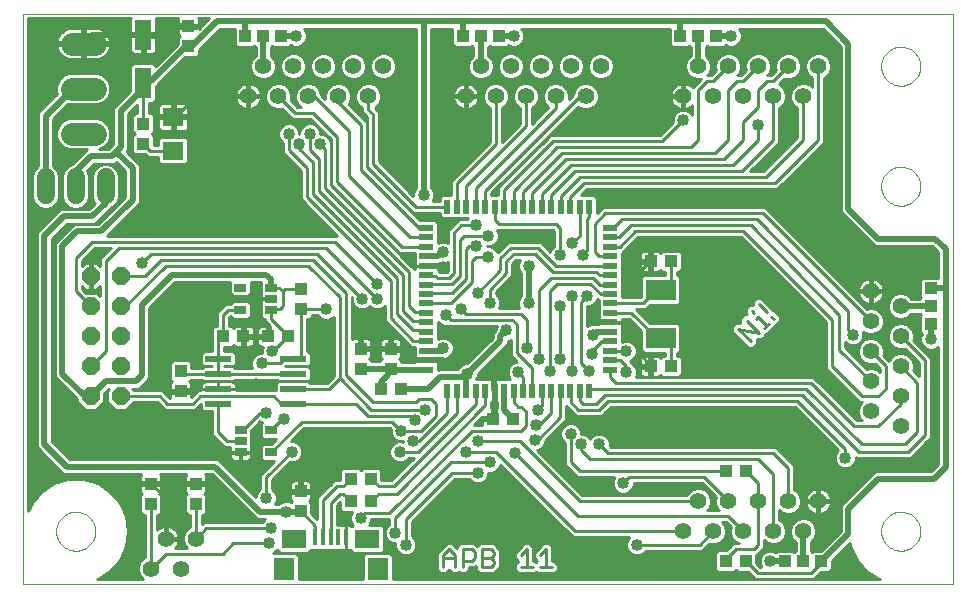
<source format=gtl>
G75*
G70*
%OFA0B0*%
%FSLAX24Y24*%
%IPPOS*%
%LPD*%
%AMOC8*
5,1,8,0,0,1.08239X$1,22.5*
%
%ADD10C,0.0000*%
%ADD11C,0.0110*%
%ADD12R,0.0551X0.1024*%
%ADD13R,0.0394X0.0433*%
%ADD14R,0.0710X0.0630*%
%ADD15R,0.0433X0.0394*%
%ADD16R,0.1000X0.0700*%
%ADD17OC8,0.0600*%
%ADD18C,0.0560*%
%ADD19R,0.0470X0.0220*%
%ADD20R,0.0220X0.0470*%
%ADD21R,0.0866X0.0197*%
%ADD22R,0.0390X0.0272*%
%ADD23C,0.0600*%
%ADD24C,0.0750*%
%ADD25R,0.0400X0.0400*%
%ADD26R,0.0138X0.0551*%
%ADD27R,0.0709X0.0748*%
%ADD28R,0.0827X0.0630*%
%ADD29C,0.0400*%
%ADD30C,0.0200*%
%ADD31C,0.0100*%
D10*
X002802Y001058D02*
X002802Y020058D01*
X033802Y020058D01*
X033802Y001058D01*
X002802Y001058D01*
X003902Y002808D02*
X003904Y002858D01*
X003910Y002908D01*
X003920Y002958D01*
X003933Y003006D01*
X003950Y003054D01*
X003971Y003100D01*
X003995Y003144D01*
X004023Y003186D01*
X004054Y003226D01*
X004088Y003263D01*
X004125Y003298D01*
X004164Y003329D01*
X004205Y003358D01*
X004249Y003383D01*
X004295Y003405D01*
X004342Y003423D01*
X004390Y003437D01*
X004439Y003448D01*
X004489Y003455D01*
X004539Y003458D01*
X004590Y003457D01*
X004640Y003452D01*
X004690Y003443D01*
X004738Y003431D01*
X004786Y003414D01*
X004832Y003394D01*
X004877Y003371D01*
X004920Y003344D01*
X004960Y003314D01*
X004998Y003281D01*
X005033Y003245D01*
X005066Y003206D01*
X005095Y003165D01*
X005121Y003122D01*
X005144Y003077D01*
X005163Y003030D01*
X005178Y002982D01*
X005190Y002933D01*
X005198Y002883D01*
X005202Y002833D01*
X005202Y002783D01*
X005198Y002733D01*
X005190Y002683D01*
X005178Y002634D01*
X005163Y002586D01*
X005144Y002539D01*
X005121Y002494D01*
X005095Y002451D01*
X005066Y002410D01*
X005033Y002371D01*
X004998Y002335D01*
X004960Y002302D01*
X004920Y002272D01*
X004877Y002245D01*
X004832Y002222D01*
X004786Y002202D01*
X004738Y002185D01*
X004690Y002173D01*
X004640Y002164D01*
X004590Y002159D01*
X004539Y002158D01*
X004489Y002161D01*
X004439Y002168D01*
X004390Y002179D01*
X004342Y002193D01*
X004295Y002211D01*
X004249Y002233D01*
X004205Y002258D01*
X004164Y002287D01*
X004125Y002318D01*
X004088Y002353D01*
X004054Y002390D01*
X004023Y002430D01*
X003995Y002472D01*
X003971Y002516D01*
X003950Y002562D01*
X003933Y002610D01*
X003920Y002658D01*
X003910Y002708D01*
X003904Y002758D01*
X003902Y002808D01*
X031402Y002808D02*
X031404Y002858D01*
X031410Y002908D01*
X031420Y002958D01*
X031433Y003006D01*
X031450Y003054D01*
X031471Y003100D01*
X031495Y003144D01*
X031523Y003186D01*
X031554Y003226D01*
X031588Y003263D01*
X031625Y003298D01*
X031664Y003329D01*
X031705Y003358D01*
X031749Y003383D01*
X031795Y003405D01*
X031842Y003423D01*
X031890Y003437D01*
X031939Y003448D01*
X031989Y003455D01*
X032039Y003458D01*
X032090Y003457D01*
X032140Y003452D01*
X032190Y003443D01*
X032238Y003431D01*
X032286Y003414D01*
X032332Y003394D01*
X032377Y003371D01*
X032420Y003344D01*
X032460Y003314D01*
X032498Y003281D01*
X032533Y003245D01*
X032566Y003206D01*
X032595Y003165D01*
X032621Y003122D01*
X032644Y003077D01*
X032663Y003030D01*
X032678Y002982D01*
X032690Y002933D01*
X032698Y002883D01*
X032702Y002833D01*
X032702Y002783D01*
X032698Y002733D01*
X032690Y002683D01*
X032678Y002634D01*
X032663Y002586D01*
X032644Y002539D01*
X032621Y002494D01*
X032595Y002451D01*
X032566Y002410D01*
X032533Y002371D01*
X032498Y002335D01*
X032460Y002302D01*
X032420Y002272D01*
X032377Y002245D01*
X032332Y002222D01*
X032286Y002202D01*
X032238Y002185D01*
X032190Y002173D01*
X032140Y002164D01*
X032090Y002159D01*
X032039Y002158D01*
X031989Y002161D01*
X031939Y002168D01*
X031890Y002179D01*
X031842Y002193D01*
X031795Y002211D01*
X031749Y002233D01*
X031705Y002258D01*
X031664Y002287D01*
X031625Y002318D01*
X031588Y002353D01*
X031554Y002390D01*
X031523Y002430D01*
X031495Y002472D01*
X031471Y002516D01*
X031450Y002562D01*
X031433Y002610D01*
X031420Y002658D01*
X031410Y002708D01*
X031404Y002758D01*
X031402Y002808D01*
X031402Y014308D02*
X031404Y014358D01*
X031410Y014408D01*
X031420Y014458D01*
X031433Y014506D01*
X031450Y014554D01*
X031471Y014600D01*
X031495Y014644D01*
X031523Y014686D01*
X031554Y014726D01*
X031588Y014763D01*
X031625Y014798D01*
X031664Y014829D01*
X031705Y014858D01*
X031749Y014883D01*
X031795Y014905D01*
X031842Y014923D01*
X031890Y014937D01*
X031939Y014948D01*
X031989Y014955D01*
X032039Y014958D01*
X032090Y014957D01*
X032140Y014952D01*
X032190Y014943D01*
X032238Y014931D01*
X032286Y014914D01*
X032332Y014894D01*
X032377Y014871D01*
X032420Y014844D01*
X032460Y014814D01*
X032498Y014781D01*
X032533Y014745D01*
X032566Y014706D01*
X032595Y014665D01*
X032621Y014622D01*
X032644Y014577D01*
X032663Y014530D01*
X032678Y014482D01*
X032690Y014433D01*
X032698Y014383D01*
X032702Y014333D01*
X032702Y014283D01*
X032698Y014233D01*
X032690Y014183D01*
X032678Y014134D01*
X032663Y014086D01*
X032644Y014039D01*
X032621Y013994D01*
X032595Y013951D01*
X032566Y013910D01*
X032533Y013871D01*
X032498Y013835D01*
X032460Y013802D01*
X032420Y013772D01*
X032377Y013745D01*
X032332Y013722D01*
X032286Y013702D01*
X032238Y013685D01*
X032190Y013673D01*
X032140Y013664D01*
X032090Y013659D01*
X032039Y013658D01*
X031989Y013661D01*
X031939Y013668D01*
X031890Y013679D01*
X031842Y013693D01*
X031795Y013711D01*
X031749Y013733D01*
X031705Y013758D01*
X031664Y013787D01*
X031625Y013818D01*
X031588Y013853D01*
X031554Y013890D01*
X031523Y013930D01*
X031495Y013972D01*
X031471Y014016D01*
X031450Y014062D01*
X031433Y014110D01*
X031420Y014158D01*
X031410Y014208D01*
X031404Y014258D01*
X031402Y014308D01*
X031402Y018308D02*
X031404Y018358D01*
X031410Y018408D01*
X031420Y018458D01*
X031433Y018506D01*
X031450Y018554D01*
X031471Y018600D01*
X031495Y018644D01*
X031523Y018686D01*
X031554Y018726D01*
X031588Y018763D01*
X031625Y018798D01*
X031664Y018829D01*
X031705Y018858D01*
X031749Y018883D01*
X031795Y018905D01*
X031842Y018923D01*
X031890Y018937D01*
X031939Y018948D01*
X031989Y018955D01*
X032039Y018958D01*
X032090Y018957D01*
X032140Y018952D01*
X032190Y018943D01*
X032238Y018931D01*
X032286Y018914D01*
X032332Y018894D01*
X032377Y018871D01*
X032420Y018844D01*
X032460Y018814D01*
X032498Y018781D01*
X032533Y018745D01*
X032566Y018706D01*
X032595Y018665D01*
X032621Y018622D01*
X032644Y018577D01*
X032663Y018530D01*
X032678Y018482D01*
X032690Y018433D01*
X032698Y018383D01*
X032702Y018333D01*
X032702Y018283D01*
X032698Y018233D01*
X032690Y018183D01*
X032678Y018134D01*
X032663Y018086D01*
X032644Y018039D01*
X032621Y017994D01*
X032595Y017951D01*
X032566Y017910D01*
X032533Y017871D01*
X032498Y017835D01*
X032460Y017802D01*
X032420Y017772D01*
X032377Y017745D01*
X032332Y017722D01*
X032286Y017702D01*
X032238Y017685D01*
X032190Y017673D01*
X032140Y017664D01*
X032090Y017659D01*
X032039Y017658D01*
X031989Y017661D01*
X031939Y017668D01*
X031890Y017679D01*
X031842Y017693D01*
X031795Y017711D01*
X031749Y017733D01*
X031705Y017758D01*
X031664Y017787D01*
X031625Y017818D01*
X031588Y017853D01*
X031554Y017890D01*
X031523Y017930D01*
X031495Y017972D01*
X031471Y018016D01*
X031450Y018062D01*
X031433Y018110D01*
X031420Y018158D01*
X031410Y018208D01*
X031404Y018258D01*
X031402Y018308D01*
D11*
X027324Y010383D02*
X027603Y010104D01*
X027742Y009965D02*
X027811Y009896D01*
X027647Y009731D02*
X027508Y009592D01*
X027577Y009661D02*
X027299Y009940D01*
X027229Y009870D01*
X027160Y010079D02*
X027090Y010148D01*
X026913Y009832D02*
X027330Y009414D01*
X026634Y009554D01*
X027052Y009136D01*
X020226Y002204D02*
X020226Y001613D01*
X020030Y001613D02*
X020423Y001613D01*
X020030Y002007D02*
X020226Y002204D01*
X019582Y002204D02*
X019385Y002007D01*
X019582Y002204D02*
X019582Y001613D01*
X019385Y001613D02*
X019779Y001613D01*
X018490Y001712D02*
X018391Y001613D01*
X018096Y001613D01*
X018096Y002204D01*
X018391Y002204D01*
X018490Y002105D01*
X018490Y002007D01*
X018391Y001909D01*
X018096Y001909D01*
X017845Y001909D02*
X017747Y001810D01*
X017451Y001810D01*
X017451Y001613D02*
X017451Y002204D01*
X017747Y002204D01*
X017845Y002105D01*
X017845Y001909D01*
X018391Y001909D02*
X018490Y001810D01*
X018490Y001712D01*
X017201Y001613D02*
X017201Y002007D01*
X017004Y002204D01*
X016807Y002007D01*
X016807Y001613D01*
X016807Y001909D02*
X017201Y001909D01*
D12*
X006802Y017751D03*
X006802Y019365D03*
D13*
X008302Y019643D03*
X008302Y018974D03*
X014052Y008893D03*
X014052Y008224D03*
X014717Y007558D03*
X015387Y007558D03*
X015052Y008224D03*
X015052Y008893D03*
X014387Y004558D03*
X013717Y004558D03*
X013717Y003808D03*
X014387Y003808D03*
X012052Y003474D03*
X012052Y004143D03*
X008552Y004393D03*
X008552Y003724D03*
X007052Y003724D03*
X007052Y004393D03*
X008052Y007474D03*
X008052Y008143D03*
X026217Y004808D03*
X026887Y004808D03*
X026887Y001808D03*
X026217Y001808D03*
D14*
X007802Y015498D03*
X007802Y016618D03*
D15*
X006802Y016393D03*
X006802Y015724D03*
X012052Y010893D03*
X012052Y010224D03*
X011637Y009308D03*
X010967Y009308D03*
X010137Y009308D03*
X009467Y009308D03*
X018467Y006558D03*
X019137Y006558D03*
X023717Y008308D03*
X024387Y008308D03*
X024387Y011808D03*
X023717Y011808D03*
D16*
X024052Y010858D03*
X024052Y009258D03*
D17*
X006052Y009308D03*
X005052Y009308D03*
X005052Y008308D03*
X006052Y008308D03*
X006052Y007308D03*
X005052Y007308D03*
X005052Y010308D03*
X006052Y010308D03*
X006052Y011308D03*
X005052Y011308D03*
D18*
X010302Y017308D03*
X011302Y017308D03*
X012302Y017308D03*
X013302Y017308D03*
X014302Y017308D03*
X014802Y018308D03*
X013802Y018308D03*
X012802Y018308D03*
X011802Y018308D03*
X010802Y018308D03*
X017552Y017308D03*
X018552Y017308D03*
X019552Y017308D03*
X020552Y017308D03*
X021552Y017308D03*
X022052Y018308D03*
X021052Y018308D03*
X020052Y018308D03*
X019052Y018308D03*
X018052Y018308D03*
X024802Y017308D03*
X025802Y017308D03*
X026802Y017308D03*
X027802Y017308D03*
X028802Y017308D03*
X029302Y018308D03*
X028302Y018308D03*
X027302Y018308D03*
X026302Y018308D03*
X025302Y018308D03*
X031052Y010808D03*
X032052Y010308D03*
X031052Y009808D03*
X032052Y009308D03*
X031052Y008808D03*
X032052Y008308D03*
X031052Y007808D03*
X032052Y007308D03*
X031052Y006808D03*
X032052Y006308D03*
X029302Y003808D03*
X028302Y003808D03*
X027302Y003808D03*
X026302Y003808D03*
X025302Y003808D03*
X025802Y002808D03*
X024802Y002808D03*
X026802Y002808D03*
X027802Y002808D03*
X028802Y002808D03*
X008552Y002558D03*
X007552Y002558D03*
X008052Y001558D03*
X007052Y001558D03*
D19*
X016231Y008196D03*
X016231Y008511D03*
X016231Y008826D03*
X016231Y009141D03*
X016231Y009456D03*
X016231Y009771D03*
X016231Y010086D03*
X016231Y010401D03*
X016231Y010716D03*
X016231Y011031D03*
X016231Y011346D03*
X016231Y011661D03*
X016231Y011976D03*
X016231Y012291D03*
X016231Y012606D03*
X016231Y012920D03*
X022373Y012920D03*
X022373Y012606D03*
X022373Y012291D03*
X022373Y011976D03*
X022373Y011661D03*
X022373Y011346D03*
X022373Y011031D03*
X022373Y010716D03*
X022373Y010401D03*
X022373Y010086D03*
X022373Y009771D03*
X022373Y009456D03*
X022373Y009141D03*
X022373Y008826D03*
X022373Y008511D03*
X022373Y008196D03*
D20*
X021664Y007487D03*
X021349Y007487D03*
X021034Y007487D03*
X020719Y007487D03*
X020404Y007487D03*
X020089Y007487D03*
X019774Y007487D03*
X019459Y007487D03*
X019144Y007487D03*
X018829Y007487D03*
X018514Y007487D03*
X018200Y007487D03*
X017885Y007487D03*
X017570Y007487D03*
X017255Y007487D03*
X016940Y007487D03*
X016940Y013629D03*
X017255Y013629D03*
X017570Y013629D03*
X017885Y013629D03*
X018200Y013629D03*
X018514Y013629D03*
X018829Y013629D03*
X019144Y013629D03*
X019459Y013629D03*
X019774Y013629D03*
X020089Y013629D03*
X020404Y013629D03*
X020719Y013629D03*
X021034Y013629D03*
X021349Y013629D03*
X021664Y013629D03*
D21*
X011794Y008554D03*
X011794Y008054D03*
X011794Y007554D03*
X011794Y007058D03*
X009310Y007058D03*
X009310Y007558D03*
X009310Y008058D03*
X009310Y008558D03*
D22*
X010040Y010184D03*
X011060Y010184D03*
X011060Y010558D03*
X011060Y010932D03*
X010040Y010932D03*
X010044Y006182D03*
X010044Y005808D03*
X010044Y005434D03*
X011064Y005434D03*
X011064Y006182D03*
D23*
X005552Y014008D02*
X005552Y014608D01*
X004552Y014608D02*
X004552Y014008D01*
X003552Y014008D02*
X003552Y014608D01*
D24*
X004427Y016058D02*
X005177Y016058D01*
X005177Y017558D02*
X004427Y017558D01*
X004427Y019058D02*
X005177Y019058D01*
D25*
X010202Y019308D03*
X010802Y019308D03*
X011402Y019308D03*
X017452Y019308D03*
X018052Y019308D03*
X018652Y019308D03*
X024702Y019308D03*
X025302Y019308D03*
X025902Y019308D03*
X033052Y010908D03*
X033052Y010308D03*
X033052Y009708D03*
X029402Y001808D03*
X028802Y001808D03*
X028202Y001808D03*
D26*
X013564Y002602D03*
X013308Y002602D03*
X013052Y002602D03*
X012796Y002602D03*
X012540Y002602D03*
D27*
X011477Y001558D03*
X014627Y001558D03*
D28*
X014272Y002562D03*
X011831Y002562D03*
D29*
X011002Y002408D03*
X011052Y002908D03*
X011552Y003458D03*
X010902Y003908D03*
X012302Y004758D03*
X011752Y005458D03*
X010552Y005408D03*
X009102Y004408D03*
X011502Y006558D03*
X010902Y006758D03*
X010552Y007708D03*
X010752Y008408D03*
X011102Y008808D03*
X010402Y008808D03*
X012902Y010208D03*
X014102Y010558D03*
X014602Y010558D03*
X014602Y011058D03*
X016802Y011608D03*
X016802Y012108D03*
X017902Y012308D03*
X018302Y011958D03*
X018302Y012658D03*
X017902Y013008D03*
X016152Y014008D03*
X012702Y015708D03*
X012352Y016058D03*
X012002Y015708D03*
X011652Y016058D03*
X012052Y013108D03*
X010552Y010908D03*
X006752Y011758D03*
X006752Y013158D03*
X007552Y019308D03*
X011902Y019308D03*
X019152Y019308D03*
X024802Y016508D03*
X027302Y016358D03*
X026402Y019308D03*
X022352Y013958D03*
X021102Y012408D03*
X021452Y012008D03*
X020702Y012008D03*
X019902Y012658D03*
X019652Y011658D03*
X018902Y010758D03*
X018352Y010408D03*
X017952Y010758D03*
X017402Y010208D03*
X016902Y010008D03*
X016802Y008908D03*
X016802Y008408D03*
X017602Y008058D03*
X018502Y008058D03*
X019302Y008108D03*
X020002Y008558D03*
X020352Y008158D03*
X020702Y008558D03*
X021102Y008158D03*
X021652Y008158D03*
X021752Y008708D03*
X021802Y009358D03*
X021802Y009908D03*
X021602Y010658D03*
X021102Y010658D03*
X020702Y010308D03*
X019652Y010408D03*
X018902Y009508D03*
X019602Y008908D03*
X019952Y006858D03*
X019902Y006358D03*
X019852Y005858D03*
X019202Y005408D03*
X018352Y005108D03*
X017952Y004758D03*
X017552Y005458D03*
X017952Y005808D03*
X016202Y006858D03*
X015852Y006508D03*
X015402Y006158D03*
X015802Y005808D03*
X015352Y005458D03*
X014052Y003258D03*
X013452Y003258D03*
X015202Y002758D03*
X015552Y002358D03*
X021052Y006058D03*
X021402Y005708D03*
X022002Y005708D03*
X022302Y006408D03*
X023852Y006458D03*
X022902Y008108D03*
X022902Y008808D03*
X023202Y009258D03*
X025202Y010008D03*
X023202Y011308D03*
X029052Y008308D03*
X030452Y009358D03*
X033052Y009208D03*
X030052Y011808D03*
X030202Y005258D03*
X029052Y005058D03*
X027702Y001808D03*
X024002Y001758D03*
X023252Y002358D03*
X022802Y004408D03*
D30*
X019137Y006558D02*
X018829Y006865D01*
X018829Y007487D01*
X018514Y007487D02*
X018514Y006606D01*
X018467Y006558D01*
X018514Y007487D02*
X018514Y007496D01*
X018502Y007508D01*
X018502Y008058D01*
X017602Y008058D02*
X018702Y009158D01*
X018702Y009308D01*
X018902Y009508D01*
X019652Y010408D02*
X019652Y011658D01*
X021802Y009908D02*
X021939Y009771D01*
X022373Y009771D01*
X022373Y009456D02*
X021900Y009456D01*
X021802Y009358D01*
X017602Y008058D02*
X017502Y007958D01*
X016702Y007958D01*
X016302Y007558D01*
X015387Y007558D01*
X014952Y008008D02*
X014952Y008124D01*
X015052Y008224D01*
X014052Y008224D01*
X014717Y007774D02*
X014952Y008008D01*
X015079Y008196D02*
X015052Y008224D01*
X015079Y008196D02*
X016231Y008196D01*
X016231Y008511D02*
X015799Y008511D01*
X015452Y008858D01*
X015087Y008858D01*
X015052Y008893D01*
X014052Y008893D01*
X014717Y007774D02*
X014717Y007558D01*
X016231Y008511D02*
X016699Y008511D01*
X016802Y008408D01*
X016720Y008826D02*
X016231Y008826D01*
X016720Y008826D02*
X016802Y008908D01*
X017602Y008058D02*
X017570Y008026D01*
X017570Y007487D01*
X012302Y004758D02*
X012052Y004508D01*
X012052Y004143D01*
X012052Y003474D02*
X012037Y003458D01*
X011552Y003458D01*
X010702Y003458D01*
X009202Y004958D01*
X004252Y004958D01*
X003502Y005708D01*
X003502Y012658D01*
X004152Y013308D01*
X005102Y013308D01*
X005552Y013758D01*
X005552Y014308D01*
X004552Y014308D02*
X004552Y014808D01*
X005052Y015308D01*
X005752Y015308D01*
X005902Y015458D01*
X006452Y014908D01*
X006452Y013858D01*
X005402Y012808D01*
X004602Y012808D01*
X004102Y012308D01*
X004102Y008058D01*
X004852Y007308D01*
X005052Y007308D01*
X005552Y007808D01*
X006552Y007808D01*
X006752Y008008D01*
X006752Y010358D01*
X007752Y011358D01*
X010902Y011358D01*
X011052Y011208D01*
X011052Y010940D01*
X011060Y010932D01*
X016231Y011661D02*
X016295Y011661D01*
X016750Y011661D01*
X016802Y011608D01*
X016619Y011976D02*
X016231Y011976D01*
X016619Y011976D02*
X016752Y012108D01*
X016802Y012108D01*
X016152Y014008D02*
X016152Y019808D01*
X017402Y019808D01*
X017452Y019758D01*
X017452Y019308D01*
X017402Y019808D02*
X024702Y019808D01*
X024702Y019308D01*
X024702Y019808D02*
X029552Y019808D01*
X030302Y019058D01*
X030302Y013558D01*
X031302Y012558D01*
X033202Y012558D01*
X033552Y012208D01*
X033552Y010908D01*
X033052Y010908D01*
X033552Y010908D02*
X033552Y004958D01*
X033152Y004558D01*
X031302Y004558D01*
X030302Y003558D01*
X030302Y002708D01*
X029402Y001808D01*
X028802Y001808D02*
X028802Y002808D01*
X028202Y001808D02*
X027702Y001808D01*
X033052Y009208D02*
X033052Y009708D01*
X033052Y010308D02*
X032052Y010308D01*
X025302Y018308D02*
X025302Y019308D01*
X025902Y019308D02*
X026402Y019308D01*
X019152Y019308D02*
X018652Y019308D01*
X018052Y019308D02*
X018052Y018308D01*
X016152Y019808D02*
X010202Y019808D01*
X009252Y019808D01*
X008417Y018974D01*
X008302Y018974D01*
X008217Y018974D01*
X007052Y017808D01*
X006859Y017808D01*
X006802Y017751D01*
X006752Y017701D01*
X006752Y017508D01*
X006052Y016808D01*
X006052Y015608D01*
X005902Y015458D01*
X004452Y017558D02*
X003552Y016658D01*
X003552Y014308D01*
X004452Y017558D02*
X004802Y017558D01*
X004802Y019058D02*
X005109Y019365D01*
X006802Y019365D01*
X006859Y019308D01*
X007552Y019308D01*
X007902Y019658D01*
X008287Y019658D01*
X008302Y019643D01*
X010202Y019808D02*
X010202Y019308D01*
X010802Y019308D02*
X010802Y018308D01*
X011402Y019308D02*
X011902Y019308D01*
D31*
X012147Y019558D02*
X015902Y019558D01*
X015902Y014253D01*
X015855Y014206D01*
X015802Y014078D01*
X015802Y013991D01*
X014652Y015141D01*
X014652Y016625D01*
X014652Y016791D01*
X014513Y016930D01*
X014545Y016944D01*
X014666Y017065D01*
X014732Y017223D01*
X014732Y017394D01*
X014666Y017552D01*
X014545Y017673D01*
X014387Y017738D01*
X014216Y017738D01*
X014058Y017673D01*
X013937Y017552D01*
X013872Y017394D01*
X013872Y017223D01*
X013937Y017065D01*
X014058Y016944D01*
X014102Y016926D01*
X014102Y016775D01*
X014219Y016658D01*
X014252Y016625D01*
X014252Y014975D01*
X014369Y014858D01*
X015798Y013429D01*
X015964Y013429D01*
X016680Y013429D01*
X016680Y013332D01*
X016768Y013244D01*
X017112Y013244D01*
X017397Y013244D01*
X017643Y013244D01*
X017607Y013208D01*
X017319Y013208D01*
X017202Y013091D01*
X017069Y012958D01*
X016952Y012841D01*
X016952Y012425D01*
X016871Y012458D01*
X016732Y012458D01*
X016616Y012410D01*
X016616Y012433D01*
X016616Y012748D01*
X016616Y013093D01*
X016528Y013180D01*
X016012Y013180D01*
X014252Y014941D01*
X014252Y016275D01*
X014252Y016441D01*
X013647Y017046D01*
X013666Y017065D01*
X013732Y017223D01*
X013732Y017394D01*
X013666Y017552D01*
X013545Y017673D01*
X013387Y017738D01*
X013216Y017738D01*
X013058Y017673D01*
X012937Y017552D01*
X012872Y017394D01*
X012872Y017223D01*
X012873Y017220D01*
X012732Y017361D01*
X012732Y017394D01*
X012666Y017552D01*
X012545Y017673D01*
X012387Y017738D01*
X012216Y017738D01*
X012058Y017673D01*
X011937Y017552D01*
X011872Y017394D01*
X011872Y017223D01*
X011937Y017065D01*
X012044Y016958D01*
X011935Y016958D01*
X011714Y017179D01*
X011732Y017223D01*
X011732Y017394D01*
X011666Y017552D01*
X011545Y017673D01*
X011387Y017738D01*
X011216Y017738D01*
X011058Y017673D01*
X010937Y017552D01*
X010872Y017394D01*
X010872Y017223D01*
X010937Y017065D01*
X011058Y016944D01*
X011216Y016878D01*
X011387Y016878D01*
X011431Y016896D01*
X011769Y016558D01*
X011935Y016558D01*
X012369Y016558D01*
X013052Y015875D01*
X013052Y014375D01*
X013169Y014258D01*
X015337Y012091D01*
X015502Y012091D01*
X015846Y012091D01*
X015846Y011803D01*
X015849Y011801D01*
X015846Y011790D01*
X015846Y011666D01*
X016226Y011666D01*
X016226Y011656D01*
X015846Y011656D01*
X015846Y011547D01*
X015735Y011658D01*
X013052Y014341D01*
X013052Y015641D01*
X013052Y015778D01*
X012999Y015906D01*
X012900Y016005D01*
X012771Y016058D01*
X012702Y016058D01*
X012702Y016128D01*
X012649Y016256D01*
X012550Y016355D01*
X012421Y016408D01*
X012282Y016408D01*
X012154Y016355D01*
X012055Y016256D01*
X012002Y016128D01*
X012002Y016058D01*
X012002Y016058D01*
X012002Y016128D01*
X011949Y016256D01*
X011850Y016355D01*
X011721Y016408D01*
X011582Y016408D01*
X011454Y016355D01*
X011355Y016256D01*
X011302Y016128D01*
X011302Y015989D01*
X011355Y015860D01*
X011452Y015763D01*
X011452Y015591D01*
X011452Y015425D01*
X012052Y014825D01*
X012052Y014041D01*
X012052Y013875D01*
X013269Y012658D01*
X013119Y012658D01*
X005605Y012658D01*
X006593Y013646D01*
X006664Y013717D01*
X006702Y013809D01*
X006702Y014859D01*
X006702Y014958D01*
X006664Y015050D01*
X006255Y015458D01*
X006264Y015467D01*
X006302Y015559D01*
X006302Y015658D01*
X006302Y016705D01*
X006602Y017005D01*
X006602Y016740D01*
X006523Y016740D01*
X006435Y016652D01*
X006435Y016134D01*
X006511Y016058D01*
X006435Y015983D01*
X006435Y015465D01*
X006523Y015377D01*
X006866Y015377D01*
X006944Y015298D01*
X007110Y015298D01*
X007297Y015298D01*
X007297Y015121D01*
X007385Y015033D01*
X008219Y015033D01*
X008307Y015121D01*
X008307Y015876D01*
X008219Y015963D01*
X007385Y015963D01*
X007297Y015876D01*
X007297Y015698D01*
X007168Y015698D01*
X007168Y015983D01*
X007093Y016058D01*
X007168Y016134D01*
X007168Y016652D01*
X007081Y016740D01*
X007002Y016740D01*
X007002Y017089D01*
X007140Y017089D01*
X007227Y017177D01*
X007227Y017630D01*
X007264Y017667D01*
X008204Y018607D01*
X008561Y018607D01*
X008649Y018695D01*
X008649Y018852D01*
X009355Y019558D01*
X009852Y019558D01*
X009852Y019046D01*
X009940Y018958D01*
X010464Y018958D01*
X010502Y018996D01*
X010540Y018958D01*
X010552Y018958D01*
X010552Y018666D01*
X010437Y018552D01*
X010372Y018394D01*
X010372Y018223D01*
X010437Y018065D01*
X010558Y017944D01*
X010716Y017878D01*
X010887Y017878D01*
X011045Y017944D01*
X011166Y018065D01*
X011232Y018223D01*
X011232Y018394D01*
X011166Y018552D01*
X011052Y018666D01*
X011052Y018958D01*
X011064Y018958D01*
X011102Y018996D01*
X011140Y018958D01*
X011664Y018958D01*
X011713Y019008D01*
X011832Y018958D01*
X011971Y018958D01*
X012100Y019012D01*
X012199Y019110D01*
X012252Y019239D01*
X012252Y019378D01*
X012199Y019506D01*
X012147Y019558D01*
X012207Y019486D02*
X015902Y019486D01*
X015902Y019387D02*
X012248Y019387D01*
X012252Y019289D02*
X015902Y019289D01*
X015902Y019190D02*
X012232Y019190D01*
X012180Y019092D02*
X015902Y019092D01*
X015902Y018993D02*
X012056Y018993D01*
X011986Y018698D02*
X012618Y018698D01*
X012558Y018673D02*
X012716Y018738D01*
X012887Y018738D01*
X013045Y018673D01*
X013166Y018552D01*
X013232Y018394D01*
X013232Y018223D01*
X013166Y018065D01*
X013045Y017944D01*
X012887Y017878D01*
X012716Y017878D01*
X012558Y017944D01*
X012437Y018065D01*
X012372Y018223D01*
X012372Y018394D01*
X012437Y018552D01*
X012558Y018673D01*
X012485Y018599D02*
X012119Y018599D01*
X012166Y018552D02*
X012045Y018673D01*
X011887Y018738D01*
X011716Y018738D01*
X011558Y018673D01*
X011437Y018552D01*
X011372Y018394D01*
X011372Y018223D01*
X011437Y018065D01*
X011558Y017944D01*
X011716Y017878D01*
X011887Y017878D01*
X012045Y017944D01*
X012166Y018065D01*
X012232Y018223D01*
X012232Y018394D01*
X012166Y018552D01*
X012188Y018500D02*
X012416Y018500D01*
X012375Y018402D02*
X012229Y018402D01*
X012232Y018303D02*
X012372Y018303D01*
X012379Y018205D02*
X012224Y018205D01*
X012184Y018106D02*
X012420Y018106D01*
X012494Y018008D02*
X012109Y018008D01*
X011962Y017909D02*
X012642Y017909D01*
X012451Y017712D02*
X013153Y017712D01*
X012999Y017614D02*
X012605Y017614D01*
X012682Y017515D02*
X012922Y017515D01*
X012881Y017416D02*
X012722Y017416D01*
X012775Y017318D02*
X012872Y017318D01*
X012502Y017308D02*
X012302Y017308D01*
X012502Y017308D02*
X013652Y016158D01*
X013652Y014658D01*
X015705Y012606D01*
X016231Y012606D01*
X016231Y012920D02*
X015990Y012920D01*
X014052Y014858D01*
X014052Y016358D01*
X013302Y017108D01*
X013302Y017308D01*
X013732Y017318D02*
X013872Y017318D01*
X013873Y017219D02*
X013730Y017219D01*
X013690Y017121D02*
X013914Y017121D01*
X013980Y017022D02*
X013671Y017022D01*
X013769Y016924D02*
X014102Y016924D01*
X014102Y016825D02*
X013868Y016825D01*
X013966Y016727D02*
X014151Y016727D01*
X014065Y016628D02*
X014249Y016628D01*
X014252Y016530D02*
X014163Y016530D01*
X014252Y016431D02*
X014252Y016431D01*
X014252Y016332D02*
X014252Y016332D01*
X014252Y016234D02*
X014252Y016234D01*
X014252Y016135D02*
X014252Y016135D01*
X014252Y016037D02*
X014252Y016037D01*
X014252Y015938D02*
X014252Y015938D01*
X014252Y015840D02*
X014252Y015840D01*
X014252Y015741D02*
X014252Y015741D01*
X014252Y015643D02*
X014252Y015643D01*
X014252Y015544D02*
X014252Y015544D01*
X014252Y015446D02*
X014252Y015446D01*
X014252Y015347D02*
X014252Y015347D01*
X014252Y015249D02*
X014252Y015249D01*
X014252Y015150D02*
X014252Y015150D01*
X014252Y015051D02*
X014252Y015051D01*
X014252Y014953D02*
X014274Y014953D01*
X014339Y014854D02*
X014373Y014854D01*
X014437Y014756D02*
X014471Y014756D01*
X014536Y014657D02*
X014570Y014657D01*
X014634Y014559D02*
X014669Y014559D01*
X014733Y014460D02*
X014767Y014460D01*
X014831Y014362D02*
X014866Y014362D01*
X014930Y014263D02*
X014964Y014263D01*
X015028Y014165D02*
X015063Y014165D01*
X015127Y014066D02*
X015161Y014066D01*
X015226Y013967D02*
X015260Y013967D01*
X015324Y013869D02*
X015358Y013869D01*
X015423Y013770D02*
X015457Y013770D01*
X015521Y013672D02*
X015555Y013672D01*
X015620Y013573D02*
X015654Y013573D01*
X015718Y013475D02*
X015753Y013475D01*
X015817Y013376D02*
X016680Y013376D01*
X016734Y013278D02*
X015915Y013278D01*
X015881Y013629D02*
X014452Y015058D01*
X014452Y016708D01*
X014302Y016858D01*
X014302Y017308D01*
X014732Y017318D02*
X015902Y017318D01*
X015902Y017416D02*
X014722Y017416D01*
X014682Y017515D02*
X015902Y017515D01*
X015902Y017614D02*
X014605Y017614D01*
X014451Y017712D02*
X015902Y017712D01*
X015902Y017811D02*
X007408Y017811D01*
X007506Y017909D02*
X010642Y017909D01*
X010494Y018008D02*
X007605Y018008D01*
X007703Y018106D02*
X010420Y018106D01*
X010379Y018205D02*
X007802Y018205D01*
X007900Y018303D02*
X010372Y018303D01*
X010375Y018402D02*
X007999Y018402D01*
X008098Y018500D02*
X010416Y018500D01*
X010485Y018599D02*
X008196Y018599D01*
X008649Y018698D02*
X010552Y018698D01*
X010552Y018796D02*
X008649Y018796D01*
X008692Y018895D02*
X010552Y018895D01*
X010505Y018993D02*
X010499Y018993D01*
X009905Y018993D02*
X008790Y018993D01*
X008889Y019092D02*
X009852Y019092D01*
X009852Y019190D02*
X008987Y019190D01*
X009086Y019289D02*
X009852Y019289D01*
X009852Y019387D02*
X009184Y019387D01*
X009283Y019486D02*
X009852Y019486D01*
X008998Y019908D02*
X008649Y019559D01*
X008649Y019594D01*
X008351Y019594D01*
X008351Y019691D01*
X008649Y019691D01*
X008649Y019879D01*
X008641Y019908D01*
X008998Y019908D01*
X008970Y019880D02*
X008649Y019880D01*
X008649Y019781D02*
X008872Y019781D01*
X008773Y019683D02*
X008351Y019683D01*
X008253Y019683D02*
X007227Y019683D01*
X007227Y019781D02*
X007955Y019781D01*
X007955Y019691D02*
X008253Y019691D01*
X008253Y019594D01*
X007955Y019594D01*
X007955Y019407D01*
X007965Y019368D01*
X007985Y019334D01*
X008011Y019308D01*
X007955Y019252D01*
X007955Y019065D01*
X007221Y018331D01*
X007140Y018413D01*
X006464Y018413D01*
X006376Y018325D01*
X006376Y017486D01*
X005840Y016950D01*
X005802Y016858D01*
X005802Y016759D01*
X005802Y015712D01*
X005690Y015600D01*
X005648Y015558D01*
X005341Y015558D01*
X005474Y015613D01*
X005622Y015761D01*
X005702Y015954D01*
X005702Y016163D01*
X005622Y016356D01*
X005474Y016503D01*
X005281Y016583D01*
X004322Y016583D01*
X004129Y016503D01*
X003982Y016356D01*
X003902Y016163D01*
X003902Y015954D01*
X003982Y015761D01*
X004129Y015613D01*
X004322Y015533D01*
X004942Y015533D01*
X004910Y015520D01*
X004840Y015450D01*
X004438Y015048D01*
X004297Y014990D01*
X004170Y014863D01*
X004102Y014698D01*
X004102Y013919D01*
X004170Y013753D01*
X004297Y013627D01*
X004462Y013558D01*
X004641Y013558D01*
X004807Y013627D01*
X004933Y013753D01*
X005002Y013919D01*
X005002Y014698D01*
X004941Y014844D01*
X005155Y015058D01*
X005702Y015058D01*
X005802Y015058D01*
X005893Y015096D01*
X005902Y015105D01*
X006202Y014805D01*
X006202Y013962D01*
X005298Y013058D01*
X004552Y013058D01*
X004460Y013020D01*
X004390Y012950D01*
X003890Y012450D01*
X003852Y012358D01*
X003852Y012259D01*
X003852Y008009D01*
X003890Y007917D01*
X003960Y007846D01*
X004602Y007205D01*
X004602Y007122D01*
X004865Y006858D01*
X005238Y006858D01*
X005502Y007122D01*
X005502Y007405D01*
X005655Y007558D01*
X005666Y007558D01*
X005602Y007495D01*
X005602Y007122D01*
X005865Y006858D01*
X006238Y006858D01*
X006488Y007108D01*
X007269Y007108D01*
X007402Y006975D01*
X007519Y006858D01*
X008369Y006858D01*
X008535Y006858D01*
X008727Y007051D01*
X008727Y006898D01*
X008815Y006810D01*
X009110Y006810D01*
X009110Y006183D01*
X009110Y006017D01*
X009402Y005725D01*
X009519Y005608D01*
X009701Y005608D01*
X009703Y005606D01*
X009699Y005590D01*
X009699Y005452D01*
X010026Y005452D01*
X010026Y005416D01*
X010062Y005416D01*
X010062Y005148D01*
X010259Y005148D01*
X010297Y005159D01*
X010331Y005178D01*
X010359Y005206D01*
X010379Y005241D01*
X010389Y005279D01*
X010389Y005416D01*
X010062Y005416D01*
X010062Y005452D01*
X010389Y005452D01*
X010389Y005590D01*
X010385Y005606D01*
X010389Y005610D01*
X010389Y006006D01*
X010389Y006162D01*
X010696Y006469D01*
X010704Y006462D01*
X010772Y006433D01*
X010719Y006380D01*
X010719Y005984D01*
X010807Y005896D01*
X011243Y005896D01*
X011067Y005720D01*
X010807Y005720D01*
X010719Y005632D01*
X010719Y005236D01*
X010807Y005148D01*
X011159Y005148D01*
X010702Y004691D01*
X010702Y004525D01*
X010702Y004203D01*
X010605Y004106D01*
X010552Y003978D01*
X010552Y003962D01*
X009343Y005170D01*
X009252Y005208D01*
X009152Y005208D01*
X004355Y005208D01*
X003752Y005812D01*
X003752Y012555D01*
X004255Y013058D01*
X005152Y013058D01*
X005243Y013096D01*
X005314Y013167D01*
X005751Y013604D01*
X005807Y013627D01*
X005933Y013753D01*
X006002Y013919D01*
X006002Y014698D01*
X005933Y014863D01*
X005807Y014990D01*
X005641Y015058D01*
X005462Y015058D01*
X005297Y014990D01*
X005170Y014863D01*
X005102Y014698D01*
X005102Y013919D01*
X005170Y013753D01*
X005182Y013742D01*
X004998Y013558D01*
X004202Y013558D01*
X004102Y013558D01*
X004010Y013520D01*
X003360Y012870D01*
X003290Y012800D01*
X003252Y012708D01*
X003252Y005758D01*
X003252Y005659D01*
X003290Y005567D01*
X004040Y004817D01*
X004110Y004746D01*
X004202Y004708D01*
X006742Y004708D01*
X006735Y004702D01*
X006715Y004667D01*
X006705Y004629D01*
X006705Y004441D01*
X007003Y004441D01*
X007003Y004344D01*
X006705Y004344D01*
X006705Y004157D01*
X006715Y004118D01*
X006735Y004084D01*
X006761Y004058D01*
X006705Y004002D01*
X006705Y003445D01*
X006793Y003357D01*
X006852Y003357D01*
X006852Y001941D01*
X006808Y001923D01*
X006687Y001802D01*
X006622Y001644D01*
X006622Y001473D01*
X006687Y001315D01*
X006794Y001208D01*
X005251Y001208D01*
X005279Y001216D01*
X005698Y001486D01*
X006024Y001862D01*
X006024Y001862D01*
X006231Y002315D01*
X006231Y002315D01*
X006302Y002808D01*
X006231Y003301D01*
X006231Y003301D01*
X006024Y003754D01*
X006024Y003754D01*
X005698Y004131D01*
X005698Y004131D01*
X005279Y004400D01*
X005279Y004400D01*
X004801Y004540D01*
X004303Y004540D01*
X004303Y004540D01*
X003825Y004400D01*
X003825Y004400D01*
X003406Y004131D01*
X003406Y004131D01*
X003406Y004131D01*
X003080Y003754D01*
X002952Y003474D01*
X002952Y019908D01*
X006379Y019908D01*
X006376Y019897D01*
X006376Y019415D01*
X006752Y019415D01*
X006752Y019315D01*
X006852Y019315D01*
X006852Y018704D01*
X007097Y018704D01*
X007135Y018714D01*
X007170Y018734D01*
X007197Y018761D01*
X007217Y018796D01*
X007686Y018796D01*
X007588Y018698D02*
X005559Y018698D01*
X005577Y018716D02*
X005626Y018783D01*
X005663Y018857D01*
X005689Y018935D01*
X005700Y019008D01*
X004852Y019008D01*
X004852Y018533D01*
X005218Y018533D01*
X005300Y018546D01*
X005378Y018572D01*
X005452Y018609D01*
X005519Y018658D01*
X005577Y018716D01*
X005632Y018796D02*
X006386Y018796D01*
X006387Y018796D02*
X006406Y018761D01*
X006434Y018734D01*
X006468Y018714D01*
X006507Y018704D01*
X006752Y018704D01*
X006752Y019315D01*
X006376Y019315D01*
X006376Y018834D01*
X006387Y018796D01*
X006376Y018895D02*
X005676Y018895D01*
X005698Y018993D02*
X006376Y018993D01*
X006376Y019092D02*
X004852Y019092D01*
X004852Y019108D02*
X005700Y019108D01*
X005689Y019181D01*
X005663Y019260D01*
X005626Y019333D01*
X005577Y019400D01*
X005519Y019459D01*
X005452Y019507D01*
X005378Y019545D01*
X005300Y019570D01*
X005218Y019583D01*
X004852Y019583D01*
X004852Y019108D01*
X004852Y019008D01*
X004752Y019008D01*
X004752Y018533D01*
X004386Y018533D01*
X004304Y018546D01*
X004225Y018572D01*
X004152Y018609D01*
X004085Y018658D01*
X004026Y018716D01*
X003978Y018783D01*
X003940Y018857D01*
X003915Y018935D01*
X003903Y019008D01*
X004752Y019008D01*
X004752Y019108D01*
X003903Y019108D01*
X003915Y019181D01*
X003940Y019260D01*
X003978Y019333D01*
X004026Y019400D01*
X004085Y019459D01*
X004152Y019507D01*
X004225Y019545D01*
X004304Y019570D01*
X004386Y019583D01*
X004752Y019583D01*
X004752Y019108D01*
X004852Y019108D01*
X004852Y019190D02*
X004752Y019190D01*
X004752Y019092D02*
X002952Y019092D01*
X002952Y019190D02*
X003918Y019190D01*
X003955Y019289D02*
X002952Y019289D01*
X002952Y019387D02*
X004017Y019387D01*
X004122Y019486D02*
X002952Y019486D01*
X002952Y019584D02*
X006376Y019584D01*
X006376Y019486D02*
X005481Y019486D01*
X005587Y019387D02*
X006752Y019387D01*
X006752Y019289D02*
X006852Y019289D01*
X006852Y019315D02*
X006852Y019415D01*
X007227Y019415D01*
X007227Y019897D01*
X007224Y019908D01*
X007963Y019908D01*
X007955Y019879D01*
X007955Y019691D01*
X007955Y019584D02*
X007227Y019584D01*
X007227Y019486D02*
X007955Y019486D01*
X007960Y019387D02*
X006852Y019387D01*
X006852Y019315D02*
X007227Y019315D01*
X007227Y018834D01*
X007217Y018796D01*
X007227Y018895D02*
X007785Y018895D01*
X007883Y018993D02*
X007227Y018993D01*
X007227Y019092D02*
X007955Y019092D01*
X007955Y019190D02*
X007227Y019190D01*
X007227Y019289D02*
X007992Y019289D01*
X008649Y019584D02*
X008675Y019584D01*
X007955Y019880D02*
X007227Y019880D01*
X006376Y019880D02*
X002952Y019880D01*
X002952Y019781D02*
X006376Y019781D01*
X006376Y019683D02*
X002952Y019683D01*
X002952Y018993D02*
X003906Y018993D01*
X003928Y018895D02*
X002952Y018895D01*
X002952Y018796D02*
X003971Y018796D01*
X004045Y018698D02*
X002952Y018698D01*
X002952Y018599D02*
X004172Y018599D01*
X004752Y018599D02*
X004852Y018599D01*
X004852Y018698D02*
X004752Y018698D01*
X004752Y018796D02*
X004852Y018796D01*
X004852Y018895D02*
X004752Y018895D01*
X004752Y018993D02*
X004852Y018993D01*
X004852Y019289D02*
X004752Y019289D01*
X004752Y019387D02*
X004852Y019387D01*
X004852Y019486D02*
X004752Y019486D01*
X005649Y019289D02*
X006376Y019289D01*
X006376Y019190D02*
X005686Y019190D01*
X005432Y018599D02*
X007489Y018599D01*
X007391Y018500D02*
X002952Y018500D01*
X002952Y018402D02*
X006453Y018402D01*
X006376Y018303D02*
X002952Y018303D01*
X002952Y018205D02*
X006376Y018205D01*
X006376Y018106D02*
X002952Y018106D01*
X002952Y018008D02*
X004140Y018008D01*
X004129Y018003D02*
X003982Y017856D01*
X003902Y017663D01*
X003902Y017454D01*
X003929Y017389D01*
X003410Y016870D01*
X003340Y016800D01*
X003302Y016708D01*
X003302Y014992D01*
X003297Y014990D01*
X003170Y014863D01*
X003102Y014698D01*
X003102Y013919D01*
X003170Y013753D01*
X003297Y013627D01*
X003462Y013558D01*
X003641Y013558D01*
X003807Y013627D01*
X003933Y013753D01*
X004002Y013919D01*
X004002Y014698D01*
X003933Y014863D01*
X003807Y014990D01*
X003802Y014992D01*
X003802Y016555D01*
X004293Y017046D01*
X004322Y017033D01*
X005281Y017033D01*
X005474Y017113D01*
X005622Y017261D01*
X005702Y017454D01*
X005702Y017663D01*
X005622Y017856D01*
X005474Y018003D01*
X005281Y018083D01*
X004322Y018083D01*
X004129Y018003D01*
X004035Y017909D02*
X002952Y017909D01*
X002952Y017811D02*
X003963Y017811D01*
X003922Y017712D02*
X002952Y017712D01*
X002952Y017614D02*
X003902Y017614D01*
X003902Y017515D02*
X002952Y017515D01*
X002952Y017416D02*
X003917Y017416D01*
X003858Y017318D02*
X002952Y017318D01*
X002952Y017219D02*
X003759Y017219D01*
X003661Y017121D02*
X002952Y017121D01*
X002952Y017022D02*
X003562Y017022D01*
X003464Y016924D02*
X002952Y016924D01*
X002952Y016825D02*
X003365Y016825D01*
X003310Y016727D02*
X002952Y016727D01*
X002952Y016628D02*
X003302Y016628D01*
X003302Y016530D02*
X002952Y016530D01*
X002952Y016431D02*
X003302Y016431D01*
X003302Y016332D02*
X002952Y016332D01*
X002952Y016234D02*
X003302Y016234D01*
X003302Y016135D02*
X002952Y016135D01*
X002952Y016037D02*
X003302Y016037D01*
X003302Y015938D02*
X002952Y015938D01*
X002952Y015840D02*
X003302Y015840D01*
X003302Y015741D02*
X002952Y015741D01*
X002952Y015643D02*
X003302Y015643D01*
X003302Y015544D02*
X002952Y015544D01*
X002952Y015446D02*
X003302Y015446D01*
X003302Y015347D02*
X002952Y015347D01*
X002952Y015249D02*
X003302Y015249D01*
X003302Y015150D02*
X002952Y015150D01*
X002952Y015051D02*
X003302Y015051D01*
X003260Y014953D02*
X002952Y014953D01*
X002952Y014854D02*
X003167Y014854D01*
X003126Y014756D02*
X002952Y014756D01*
X002952Y014657D02*
X003102Y014657D01*
X003102Y014559D02*
X002952Y014559D01*
X002952Y014460D02*
X003102Y014460D01*
X003102Y014362D02*
X002952Y014362D01*
X002952Y014263D02*
X003102Y014263D01*
X003102Y014165D02*
X002952Y014165D01*
X002952Y014066D02*
X003102Y014066D01*
X003102Y013967D02*
X002952Y013967D01*
X002952Y013869D02*
X003123Y013869D01*
X003163Y013770D02*
X002952Y013770D01*
X002952Y013672D02*
X003252Y013672D01*
X003426Y013573D02*
X002952Y013573D01*
X002952Y013475D02*
X003965Y013475D01*
X003866Y013376D02*
X002952Y013376D01*
X002952Y013278D02*
X003768Y013278D01*
X003669Y013179D02*
X002952Y013179D01*
X002952Y013081D02*
X003571Y013081D01*
X003472Y012982D02*
X002952Y012982D01*
X002952Y012883D02*
X003374Y012883D01*
X003360Y012870D02*
X003360Y012870D01*
X003284Y012785D02*
X002952Y012785D01*
X002952Y012686D02*
X003252Y012686D01*
X003252Y012588D02*
X002952Y012588D01*
X002952Y012489D02*
X003252Y012489D01*
X003252Y012391D02*
X002952Y012391D01*
X002952Y012292D02*
X003252Y012292D01*
X003252Y012194D02*
X002952Y012194D01*
X002952Y012095D02*
X003252Y012095D01*
X003252Y011997D02*
X002952Y011997D01*
X002952Y011898D02*
X003252Y011898D01*
X003252Y011799D02*
X002952Y011799D01*
X002952Y011701D02*
X003252Y011701D01*
X003252Y011602D02*
X002952Y011602D01*
X002952Y011504D02*
X003252Y011504D01*
X003252Y011405D02*
X002952Y011405D01*
X002952Y011307D02*
X003252Y011307D01*
X003252Y011208D02*
X002952Y011208D01*
X002952Y011110D02*
X003252Y011110D01*
X003252Y011011D02*
X002952Y011011D01*
X002952Y010913D02*
X003252Y010913D01*
X003252Y010814D02*
X002952Y010814D01*
X002952Y010716D02*
X003252Y010716D01*
X003252Y010617D02*
X002952Y010617D01*
X002952Y010518D02*
X003252Y010518D01*
X003252Y010420D02*
X002952Y010420D01*
X002952Y010321D02*
X003252Y010321D01*
X003252Y010223D02*
X002952Y010223D01*
X002952Y010124D02*
X003252Y010124D01*
X003252Y010026D02*
X002952Y010026D01*
X002952Y009927D02*
X003252Y009927D01*
X003252Y009829D02*
X002952Y009829D01*
X002952Y009730D02*
X003252Y009730D01*
X003252Y009632D02*
X002952Y009632D01*
X002952Y009533D02*
X003252Y009533D01*
X003252Y009434D02*
X002952Y009434D01*
X002952Y009336D02*
X003252Y009336D01*
X003252Y009237D02*
X002952Y009237D01*
X002952Y009139D02*
X003252Y009139D01*
X003252Y009040D02*
X002952Y009040D01*
X002952Y008942D02*
X003252Y008942D01*
X003252Y008843D02*
X002952Y008843D01*
X002952Y008745D02*
X003252Y008745D01*
X003252Y008646D02*
X002952Y008646D01*
X002952Y008548D02*
X003252Y008548D01*
X003252Y008449D02*
X002952Y008449D01*
X002952Y008350D02*
X003252Y008350D01*
X003252Y008252D02*
X002952Y008252D01*
X002952Y008153D02*
X003252Y008153D01*
X003252Y008055D02*
X002952Y008055D01*
X002952Y007956D02*
X003252Y007956D01*
X003252Y007858D02*
X002952Y007858D01*
X002952Y007759D02*
X003252Y007759D01*
X003252Y007661D02*
X002952Y007661D01*
X002952Y007562D02*
X003252Y007562D01*
X003252Y007464D02*
X002952Y007464D01*
X002952Y007365D02*
X003252Y007365D01*
X003252Y007266D02*
X002952Y007266D01*
X002952Y007168D02*
X003252Y007168D01*
X003252Y007069D02*
X002952Y007069D01*
X002952Y006971D02*
X003252Y006971D01*
X003252Y006872D02*
X002952Y006872D01*
X002952Y006774D02*
X003252Y006774D01*
X003252Y006675D02*
X002952Y006675D01*
X002952Y006577D02*
X003252Y006577D01*
X003252Y006478D02*
X002952Y006478D01*
X002952Y006380D02*
X003252Y006380D01*
X003252Y006281D02*
X002952Y006281D01*
X002952Y006183D02*
X003252Y006183D01*
X003252Y006084D02*
X002952Y006084D01*
X002952Y005985D02*
X003252Y005985D01*
X003252Y005887D02*
X002952Y005887D01*
X002952Y005788D02*
X003252Y005788D01*
X003252Y005690D02*
X002952Y005690D01*
X002952Y005591D02*
X003280Y005591D01*
X003364Y005493D02*
X002952Y005493D01*
X002952Y005394D02*
X003462Y005394D01*
X003561Y005296D02*
X002952Y005296D01*
X002952Y005197D02*
X003660Y005197D01*
X003758Y005099D02*
X002952Y005099D01*
X002952Y005000D02*
X003857Y005000D01*
X003955Y004901D02*
X002952Y004901D01*
X002952Y004803D02*
X004054Y004803D01*
X004190Y004507D02*
X002952Y004507D01*
X002952Y004409D02*
X003854Y004409D01*
X003685Y004310D02*
X002952Y004310D01*
X002952Y004212D02*
X003532Y004212D01*
X003391Y004113D02*
X002952Y004113D01*
X002952Y004015D02*
X003305Y004015D01*
X003220Y003916D02*
X002952Y003916D01*
X002952Y003817D02*
X003134Y003817D01*
X003080Y003754D02*
X003080Y003754D01*
X003064Y003719D02*
X002952Y003719D01*
X002952Y003620D02*
X003019Y003620D01*
X002974Y003522D02*
X002952Y003522D01*
X002952Y004606D02*
X006705Y004606D01*
X006705Y004507D02*
X004914Y004507D01*
X004801Y004540D02*
X004801Y004540D01*
X005249Y004409D02*
X007003Y004409D01*
X007052Y004393D02*
X007067Y004393D01*
X007552Y003908D01*
X007552Y002558D01*
X007582Y002536D02*
X008122Y002536D01*
X008122Y002473D02*
X008122Y002644D01*
X008187Y002802D01*
X008308Y002923D01*
X008352Y002941D01*
X008352Y003357D01*
X008293Y003357D01*
X008205Y003445D01*
X008205Y004002D01*
X008261Y004058D01*
X008235Y004084D01*
X008215Y004118D01*
X008205Y004157D01*
X008205Y004344D01*
X008503Y004344D01*
X008503Y004441D01*
X008205Y004441D01*
X008205Y004629D01*
X008215Y004667D01*
X008235Y004702D01*
X008242Y004708D01*
X007362Y004708D01*
X007369Y004702D01*
X007388Y004667D01*
X007399Y004629D01*
X007399Y004441D01*
X007101Y004441D01*
X007101Y004344D01*
X007399Y004344D01*
X007399Y004157D01*
X007388Y004118D01*
X007369Y004084D01*
X007343Y004058D01*
X007399Y004002D01*
X007399Y003445D01*
X007311Y003357D01*
X007252Y003357D01*
X007252Y002866D01*
X007272Y002886D01*
X007326Y002926D01*
X007387Y002957D01*
X007451Y002978D01*
X007518Y002988D01*
X007522Y002988D01*
X007522Y002589D01*
X007582Y002589D01*
X007582Y002988D01*
X007586Y002988D01*
X007653Y002978D01*
X007717Y002957D01*
X007777Y002926D01*
X007832Y002886D01*
X007880Y002838D01*
X007920Y002784D01*
X007950Y002723D01*
X007971Y002659D01*
X007982Y002592D01*
X007982Y002588D01*
X007582Y002588D01*
X007582Y002528D01*
X007982Y002528D01*
X007982Y002524D01*
X007971Y002458D01*
X007950Y002393D01*
X007920Y002333D01*
X007880Y002278D01*
X007860Y002258D01*
X008244Y002258D01*
X008187Y002315D01*
X008122Y002473D01*
X008136Y002438D02*
X007965Y002438D01*
X007923Y002339D02*
X008177Y002339D01*
X008122Y002635D02*
X007975Y002635D01*
X007945Y002734D02*
X008159Y002734D01*
X008218Y002832D02*
X007884Y002832D01*
X007768Y002931D02*
X008327Y002931D01*
X008352Y003029D02*
X007252Y003029D01*
X007252Y002931D02*
X007336Y002931D01*
X007522Y002931D02*
X007582Y002931D01*
X007582Y002832D02*
X007522Y002832D01*
X007522Y002734D02*
X007582Y002734D01*
X007582Y002635D02*
X007522Y002635D01*
X007252Y003128D02*
X008352Y003128D01*
X008352Y003226D02*
X007252Y003226D01*
X007252Y003325D02*
X008352Y003325D01*
X008227Y003423D02*
X007377Y003423D01*
X007399Y003522D02*
X008205Y003522D01*
X008205Y003620D02*
X007399Y003620D01*
X007399Y003719D02*
X008205Y003719D01*
X008205Y003817D02*
X007399Y003817D01*
X007399Y003916D02*
X008205Y003916D01*
X008217Y004015D02*
X007386Y004015D01*
X007385Y004113D02*
X008218Y004113D01*
X008205Y004212D02*
X007399Y004212D01*
X007399Y004310D02*
X008205Y004310D01*
X008205Y004507D02*
X007399Y004507D01*
X007399Y004606D02*
X008205Y004606D01*
X008238Y004704D02*
X007366Y004704D01*
X007101Y004409D02*
X008503Y004409D01*
X008552Y004393D02*
X008587Y004393D01*
X008602Y004408D01*
X009102Y004408D01*
X008899Y004441D02*
X008899Y004629D01*
X008888Y004667D01*
X008869Y004702D01*
X008862Y004708D01*
X009098Y004708D01*
X010490Y003317D01*
X010560Y003246D01*
X010652Y003208D01*
X010862Y003208D01*
X010854Y003205D01*
X010757Y003108D01*
X008985Y003108D01*
X008819Y003108D01*
X008752Y003041D01*
X008752Y003357D01*
X008811Y003357D01*
X008899Y003445D01*
X008899Y004002D01*
X008843Y004058D01*
X008869Y004084D01*
X008888Y004118D01*
X008899Y004157D01*
X008899Y004344D01*
X008601Y004344D01*
X008601Y004441D01*
X008899Y004441D01*
X008899Y004507D02*
X009299Y004507D01*
X009201Y004606D02*
X008899Y004606D01*
X008866Y004704D02*
X009102Y004704D01*
X009398Y004409D02*
X008601Y004409D01*
X008552Y004393D02*
X007052Y004393D01*
X006705Y004310D02*
X005419Y004310D01*
X005572Y004212D02*
X006705Y004212D01*
X006718Y004113D02*
X005713Y004113D01*
X005799Y004015D02*
X006717Y004015D01*
X006705Y003916D02*
X005884Y003916D01*
X005969Y003817D02*
X006705Y003817D01*
X006705Y003719D02*
X006040Y003719D01*
X006085Y003620D02*
X006705Y003620D01*
X006705Y003522D02*
X006130Y003522D01*
X006175Y003423D02*
X006727Y003423D01*
X006852Y003325D02*
X006220Y003325D01*
X006242Y003226D02*
X006852Y003226D01*
X006852Y003128D02*
X006256Y003128D01*
X006270Y003029D02*
X006852Y003029D01*
X006852Y002931D02*
X006284Y002931D01*
X006298Y002832D02*
X006852Y002832D01*
X006852Y002734D02*
X006291Y002734D01*
X006277Y002635D02*
X006852Y002635D01*
X006852Y002536D02*
X006263Y002536D01*
X006249Y002438D02*
X006852Y002438D01*
X006852Y002339D02*
X006234Y002339D01*
X006197Y002241D02*
X006852Y002241D01*
X006852Y002142D02*
X006152Y002142D01*
X006107Y002044D02*
X006852Y002044D01*
X006852Y001945D02*
X006062Y001945D01*
X006011Y001847D02*
X006732Y001847D01*
X006665Y001748D02*
X005925Y001748D01*
X005840Y001650D02*
X006624Y001650D01*
X006622Y001551D02*
X005754Y001551D01*
X005698Y001486D02*
X005698Y001486D01*
X005698Y001486D01*
X005646Y001452D02*
X006630Y001452D01*
X006671Y001354D02*
X005493Y001354D01*
X005339Y001255D02*
X006747Y001255D01*
X007052Y001558D02*
X007552Y002058D01*
X009452Y002058D01*
X009802Y002408D01*
X011002Y002408D01*
X011129Y002082D02*
X011200Y002112D01*
X011271Y002182D01*
X011356Y002097D01*
X012307Y002097D01*
X012395Y002185D01*
X012395Y002190D01*
X012409Y002176D01*
X012665Y002176D01*
X012921Y002176D01*
X013177Y002176D01*
X013439Y002176D01*
X013446Y002184D01*
X013475Y002176D01*
X013563Y002176D01*
X013563Y002601D01*
X013564Y002601D01*
X013564Y002176D01*
X013652Y002176D01*
X013690Y002186D01*
X013709Y002197D01*
X013709Y002185D01*
X013797Y002097D01*
X014748Y002097D01*
X014836Y002185D01*
X014836Y002939D01*
X014748Y003027D01*
X014316Y003027D01*
X014349Y003060D01*
X014402Y003189D01*
X014402Y003208D01*
X015002Y003208D01*
X015002Y003053D01*
X014905Y002956D01*
X014852Y002828D01*
X014852Y002689D01*
X014905Y002560D01*
X015004Y002462D01*
X015132Y002408D01*
X015202Y002408D01*
X015202Y002289D01*
X015255Y002160D01*
X015354Y002062D01*
X015482Y002008D01*
X015621Y002008D01*
X015750Y002062D01*
X015849Y002160D01*
X015902Y002289D01*
X015902Y002428D01*
X015849Y002556D01*
X015752Y002653D01*
X015752Y003125D01*
X017185Y004558D01*
X017657Y004558D01*
X017754Y004462D01*
X017882Y004408D01*
X018021Y004408D01*
X018150Y004462D01*
X018249Y004560D01*
X018302Y004689D01*
X018302Y004758D01*
X018421Y004758D01*
X018550Y004812D01*
X018649Y004910D01*
X018698Y005029D01*
X021119Y002608D01*
X021285Y002608D01*
X023007Y002608D01*
X022955Y002556D01*
X022902Y002428D01*
X022902Y002289D01*
X022955Y002160D01*
X023054Y002062D01*
X023182Y002008D01*
X023321Y002008D01*
X023450Y002062D01*
X023547Y002158D01*
X025269Y002158D01*
X025435Y002158D01*
X025673Y002396D01*
X025716Y002378D01*
X025887Y002378D01*
X026045Y002444D01*
X026166Y002565D01*
X026232Y002723D01*
X026232Y002894D01*
X026166Y003052D01*
X026110Y003108D01*
X026219Y003108D01*
X026390Y002937D01*
X026372Y002894D01*
X026372Y002723D01*
X026437Y002565D01*
X026558Y002444D01*
X026644Y002408D01*
X026469Y002408D01*
X026352Y002291D01*
X026236Y002175D01*
X025958Y002175D01*
X025870Y002087D01*
X025870Y001530D01*
X025958Y001442D01*
X026476Y001442D01*
X026552Y001517D01*
X026628Y001442D01*
X026970Y001442D01*
X027204Y001208D01*
X027369Y001208D01*
X029135Y001208D01*
X029252Y001325D01*
X029385Y001458D01*
X029664Y001458D01*
X029752Y001546D01*
X029752Y001805D01*
X030359Y002412D01*
X030373Y002315D01*
X030580Y001862D01*
X030906Y001486D01*
X031325Y001216D01*
X031353Y001208D01*
X015131Y001208D01*
X015131Y001994D01*
X015043Y002082D01*
X014210Y002082D01*
X014122Y001994D01*
X014122Y001208D01*
X011981Y001208D01*
X011981Y001994D01*
X011894Y002082D01*
X011129Y002082D01*
X011231Y002142D02*
X011311Y002142D01*
X011932Y002044D02*
X014172Y002044D01*
X014122Y001945D02*
X011981Y001945D01*
X011981Y001847D02*
X014122Y001847D01*
X014122Y001748D02*
X011981Y001748D01*
X011981Y001650D02*
X014122Y001650D01*
X014122Y001551D02*
X011981Y001551D01*
X011981Y001452D02*
X014122Y001452D01*
X014122Y001354D02*
X011981Y001354D01*
X011981Y001255D02*
X014122Y001255D01*
X015131Y001255D02*
X027157Y001255D01*
X027058Y001354D02*
X015131Y001354D01*
X015131Y001452D02*
X016678Y001452D01*
X016722Y001408D02*
X016892Y001408D01*
X017004Y001520D01*
X017116Y001408D01*
X017285Y001408D01*
X017326Y001449D01*
X017366Y001408D01*
X017536Y001408D01*
X017656Y001528D01*
X017656Y001605D01*
X017832Y001605D01*
X017891Y001665D01*
X017891Y001528D01*
X018011Y001408D01*
X018476Y001408D01*
X018550Y001482D01*
X018574Y001507D01*
X018574Y001507D01*
X018621Y001553D01*
X018695Y001627D01*
X018695Y001796D01*
X018695Y001895D01*
X018681Y001909D01*
X018695Y001922D01*
X018695Y002092D01*
X018695Y002190D01*
X018695Y002190D01*
X018623Y002262D01*
X018574Y002310D01*
X018548Y002337D01*
X018476Y002409D01*
X018306Y002409D01*
X018011Y002409D01*
X017921Y002319D01*
X017903Y002337D01*
X017832Y002409D01*
X017831Y002409D01*
X017662Y002409D01*
X017366Y002409D01*
X017246Y002289D01*
X017246Y002251D01*
X017089Y002409D01*
X016919Y002409D01*
X016799Y002289D01*
X016602Y002092D01*
X016602Y001993D01*
X016602Y001824D01*
X016602Y001528D01*
X016722Y001408D01*
X016602Y001551D02*
X015131Y001551D01*
X015131Y001650D02*
X016602Y001650D01*
X016602Y001748D02*
X015131Y001748D01*
X015131Y001847D02*
X016602Y001847D01*
X016602Y001945D02*
X015131Y001945D01*
X015082Y002044D02*
X015397Y002044D01*
X015273Y002142D02*
X014793Y002142D01*
X014836Y002241D02*
X015222Y002241D01*
X015202Y002339D02*
X014836Y002339D01*
X014836Y002438D02*
X015061Y002438D01*
X014929Y002536D02*
X014836Y002536D01*
X014836Y002635D02*
X014874Y002635D01*
X014852Y002734D02*
X014836Y002734D01*
X014836Y002832D02*
X014854Y002832D01*
X014836Y002931D02*
X014894Y002931D01*
X014978Y003029D02*
X014318Y003029D01*
X014377Y003128D02*
X015002Y003128D01*
X015202Y003258D02*
X015202Y002758D01*
X015202Y003258D02*
X017052Y005108D01*
X018352Y005108D01*
X018686Y005000D02*
X018727Y005000D01*
X018640Y004901D02*
X018826Y004901D01*
X018924Y004803D02*
X018529Y004803D01*
X018302Y004704D02*
X019023Y004704D01*
X019121Y004606D02*
X018268Y004606D01*
X018196Y004507D02*
X019220Y004507D01*
X019319Y004409D02*
X018023Y004409D01*
X017881Y004409D02*
X017035Y004409D01*
X017134Y004507D02*
X017708Y004507D01*
X017952Y004758D02*
X017102Y004758D01*
X015552Y003208D01*
X015552Y002358D01*
X015882Y002241D02*
X016751Y002241D01*
X016849Y002339D02*
X015902Y002339D01*
X015898Y002438D02*
X022906Y002438D01*
X022902Y002339D02*
X020381Y002339D01*
X020431Y002289D02*
X020311Y002409D01*
X020141Y002409D01*
X020021Y002289D01*
X019825Y002092D01*
X019825Y001922D01*
X019936Y001810D01*
X019904Y001778D01*
X019864Y001818D01*
X019787Y001818D01*
X019787Y002289D01*
X019667Y002409D01*
X019497Y002409D01*
X019377Y002289D01*
X019180Y002092D01*
X019180Y001922D01*
X019292Y001810D01*
X019180Y001698D01*
X019180Y001528D01*
X019300Y001408D01*
X019864Y001408D01*
X019904Y001449D01*
X019945Y001408D01*
X020508Y001408D01*
X020628Y001528D01*
X020628Y001698D01*
X020508Y001818D01*
X020431Y001818D01*
X020431Y002289D01*
X020431Y002241D02*
X022922Y002241D01*
X022973Y002142D02*
X020431Y002142D01*
X020431Y002044D02*
X023097Y002044D01*
X023407Y002044D02*
X025870Y002044D01*
X025870Y001945D02*
X020431Y001945D01*
X020431Y001847D02*
X025870Y001847D01*
X025870Y001748D02*
X020578Y001748D01*
X020628Y001650D02*
X025870Y001650D01*
X025870Y001551D02*
X020628Y001551D01*
X020552Y001452D02*
X025948Y001452D01*
X026217Y001808D02*
X026217Y001874D01*
X026552Y002208D01*
X027152Y002208D01*
X027302Y002358D01*
X027302Y003808D01*
X027302Y004408D01*
X026902Y004808D01*
X026887Y004808D01*
X027302Y005208D02*
X027802Y004708D01*
X027802Y002808D01*
X028091Y003128D02*
X028513Y003128D01*
X028558Y003173D02*
X028437Y003052D01*
X028372Y002894D01*
X028372Y002723D01*
X028437Y002565D01*
X028552Y002450D01*
X028552Y002158D01*
X028540Y002158D01*
X028502Y002120D01*
X028464Y002158D01*
X027940Y002158D01*
X027890Y002109D01*
X027771Y002158D01*
X027632Y002158D01*
X027504Y002105D01*
X027405Y002006D01*
X027352Y001878D01*
X027352Y001739D01*
X027405Y001610D01*
X027407Y001608D01*
X027369Y001608D01*
X027233Y001744D01*
X027233Y002008D01*
X027235Y002008D01*
X027385Y002158D01*
X027502Y002275D01*
X027502Y002500D01*
X027558Y002444D01*
X027716Y002378D01*
X027887Y002378D01*
X028045Y002444D01*
X028166Y002565D01*
X028232Y002723D01*
X028232Y002894D01*
X028166Y003052D01*
X028045Y003173D01*
X028002Y003191D01*
X028002Y003500D01*
X028058Y003444D01*
X028216Y003378D01*
X028387Y003378D01*
X028545Y003444D01*
X028666Y003565D01*
X028732Y003723D01*
X028732Y003894D01*
X028666Y004052D01*
X028545Y004173D01*
X028502Y004191D01*
X028502Y004991D01*
X028385Y005108D01*
X027885Y005608D01*
X027719Y005608D01*
X022385Y005608D01*
X022352Y005641D01*
X022352Y005778D01*
X022299Y005906D01*
X022200Y006005D01*
X022071Y006058D01*
X021932Y006058D01*
X021804Y006005D01*
X021705Y005906D01*
X021702Y005899D01*
X021699Y005906D01*
X021600Y006005D01*
X021471Y006058D01*
X021402Y006058D01*
X021402Y006128D01*
X021349Y006256D01*
X021250Y006355D01*
X021121Y006408D01*
X020982Y006408D01*
X020854Y006355D01*
X020755Y006256D01*
X020702Y006128D01*
X020702Y005989D01*
X020755Y005860D01*
X020852Y005763D01*
X020852Y005191D01*
X020852Y005025D01*
X021152Y004725D01*
X021269Y004608D01*
X022507Y004608D01*
X022505Y004606D01*
X020837Y004606D01*
X020739Y004704D02*
X021173Y004704D01*
X021074Y004803D02*
X020640Y004803D01*
X020541Y004901D02*
X020976Y004901D01*
X020877Y005000D02*
X020443Y005000D01*
X020344Y005099D02*
X020852Y005099D01*
X020852Y005197D02*
X020246Y005197D01*
X020147Y005296D02*
X020852Y005296D01*
X020852Y005394D02*
X020049Y005394D01*
X019950Y005493D02*
X020852Y005493D01*
X020852Y005591D02*
X020080Y005591D01*
X020050Y005562D02*
X020149Y005660D01*
X020202Y005789D01*
X020202Y005825D01*
X020902Y006525D01*
X020902Y006691D01*
X020902Y006975D01*
X020969Y006908D01*
X021219Y006658D01*
X021385Y006658D01*
X022085Y006658D01*
X022202Y006775D01*
X022385Y006958D01*
X028519Y006958D01*
X029963Y005514D01*
X029905Y005456D01*
X029852Y005328D01*
X029852Y005189D01*
X029905Y005060D01*
X030004Y004962D01*
X030132Y004908D01*
X030271Y004908D01*
X030400Y004962D01*
X030499Y005060D01*
X030552Y005189D01*
X030552Y005275D01*
X030569Y005258D01*
X032219Y005258D01*
X032385Y005258D01*
X032935Y005808D01*
X033052Y005925D01*
X033052Y008425D01*
X033052Y008591D01*
X032464Y009179D01*
X032482Y009223D01*
X032482Y009394D01*
X032416Y009552D01*
X032295Y009673D01*
X032137Y009738D01*
X031966Y009738D01*
X031808Y009673D01*
X031687Y009552D01*
X031622Y009394D01*
X031622Y009223D01*
X031687Y009065D01*
X031808Y008944D01*
X031966Y008878D01*
X032137Y008878D01*
X032181Y008896D01*
X032652Y008425D01*
X032652Y007991D01*
X032464Y008179D01*
X032482Y008223D01*
X032482Y008394D01*
X032416Y008552D01*
X032295Y008673D01*
X032137Y008738D01*
X031966Y008738D01*
X031808Y008673D01*
X031687Y008552D01*
X031659Y008484D01*
X031464Y008679D01*
X031482Y008723D01*
X031482Y008894D01*
X031416Y009052D01*
X031295Y009173D01*
X031137Y009238D01*
X030966Y009238D01*
X030808Y009173D01*
X030687Y009052D01*
X030622Y008894D01*
X030622Y008723D01*
X030687Y008565D01*
X030808Y008444D01*
X030966Y008378D01*
X031137Y008378D01*
X031181Y008396D01*
X031352Y008225D01*
X031352Y008116D01*
X031295Y008173D01*
X031137Y008238D01*
X030966Y008238D01*
X030923Y008220D01*
X030202Y008941D01*
X030202Y009113D01*
X030254Y009062D01*
X030382Y009008D01*
X030521Y009008D01*
X030650Y009062D01*
X030749Y009160D01*
X030802Y009289D01*
X030802Y009428D01*
X030786Y009466D01*
X030808Y009444D01*
X030966Y009378D01*
X031137Y009378D01*
X031295Y009444D01*
X031416Y009565D01*
X031482Y009723D01*
X031482Y009894D01*
X031416Y010052D01*
X031295Y010173D01*
X031137Y010238D01*
X030966Y010238D01*
X030923Y010220D01*
X027535Y013608D01*
X027369Y013608D01*
X022119Y013608D01*
X022002Y013491D01*
X021924Y013413D01*
X021924Y013926D01*
X021836Y014014D01*
X021521Y014014D01*
X021391Y014014D01*
X021585Y014208D01*
X027769Y014208D01*
X027935Y014208D01*
X029385Y015658D01*
X029502Y015775D01*
X029502Y017926D01*
X029545Y017944D01*
X029666Y018065D01*
X029732Y018223D01*
X029732Y018394D01*
X029666Y018552D01*
X029545Y018673D01*
X029387Y018738D01*
X029216Y018738D01*
X029058Y018673D01*
X028937Y018552D01*
X028872Y018394D01*
X028872Y018223D01*
X028937Y018065D01*
X029058Y017944D01*
X029102Y017926D01*
X029102Y017616D01*
X029045Y017673D01*
X028887Y017738D01*
X028716Y017738D01*
X028558Y017673D01*
X028437Y017552D01*
X028372Y017394D01*
X028372Y017223D01*
X028437Y017065D01*
X028558Y016944D01*
X028602Y016926D01*
X028602Y015941D01*
X027469Y014808D01*
X027035Y014808D01*
X027885Y015658D01*
X028002Y015775D01*
X028002Y016926D01*
X028045Y016944D01*
X028166Y017065D01*
X028232Y017223D01*
X028232Y017394D01*
X028166Y017552D01*
X028045Y017673D01*
X027977Y017701D01*
X028173Y017896D01*
X028216Y017878D01*
X028387Y017878D01*
X028545Y017944D01*
X028666Y018065D01*
X028732Y018223D01*
X028732Y018394D01*
X028666Y018552D01*
X028545Y018673D01*
X028387Y018738D01*
X028216Y018738D01*
X028058Y018673D01*
X027937Y018552D01*
X027872Y018394D01*
X027872Y018223D01*
X027890Y018179D01*
X027719Y018008D01*
X027610Y018008D01*
X027666Y018065D01*
X027732Y018223D01*
X027732Y018394D01*
X027666Y018552D01*
X027545Y018673D01*
X027387Y018738D01*
X027216Y018738D01*
X027058Y018673D01*
X026937Y018552D01*
X026872Y018394D01*
X026872Y018223D01*
X026890Y018179D01*
X026719Y018008D01*
X026610Y018008D01*
X026666Y018065D01*
X026732Y018223D01*
X026732Y018394D01*
X026666Y018552D01*
X026545Y018673D01*
X026387Y018738D01*
X026216Y018738D01*
X026058Y018673D01*
X025937Y018552D01*
X025872Y018394D01*
X025872Y018223D01*
X025890Y018179D01*
X025719Y018008D01*
X025610Y018008D01*
X025666Y018065D01*
X025732Y018223D01*
X025732Y018394D01*
X025666Y018552D01*
X025552Y018666D01*
X025552Y018958D01*
X025564Y018958D01*
X025602Y018996D01*
X025640Y018958D01*
X026164Y018958D01*
X026213Y019008D01*
X026332Y018958D01*
X026471Y018958D01*
X026600Y019012D01*
X026699Y019110D01*
X026752Y019239D01*
X026752Y019378D01*
X026699Y019506D01*
X026647Y019558D01*
X029448Y019558D01*
X030052Y018955D01*
X030052Y013608D01*
X030052Y013509D01*
X030090Y013417D01*
X031090Y012417D01*
X031160Y012346D01*
X031252Y012308D01*
X033098Y012308D01*
X033302Y012105D01*
X033302Y011258D01*
X032790Y011258D01*
X032702Y011170D01*
X032702Y010646D01*
X032740Y010608D01*
X032702Y010570D01*
X032702Y010558D01*
X032410Y010558D01*
X032295Y010673D01*
X032137Y010738D01*
X031966Y010738D01*
X031808Y010673D01*
X031687Y010552D01*
X031622Y010394D01*
X031622Y010223D01*
X031175Y010223D01*
X031153Y010389D02*
X031217Y010410D01*
X031277Y010441D01*
X031332Y010480D01*
X031380Y010528D01*
X031420Y010583D01*
X031450Y010643D01*
X031471Y010708D01*
X031482Y010774D01*
X031482Y010778D01*
X031082Y010778D01*
X031082Y010378D01*
X031086Y010378D01*
X031153Y010389D01*
X031082Y010420D02*
X031022Y010420D01*
X031022Y010378D02*
X031022Y010778D01*
X031082Y010778D01*
X031082Y010838D01*
X031482Y010838D01*
X031482Y010842D01*
X031471Y010909D01*
X031450Y010973D01*
X031420Y011034D01*
X031380Y011088D01*
X031332Y011136D01*
X031277Y011176D01*
X031217Y011207D01*
X031153Y011228D01*
X031086Y011238D01*
X031082Y011238D01*
X031082Y010839D01*
X031022Y010839D01*
X031022Y011238D01*
X031018Y011238D01*
X030951Y011228D01*
X030887Y011207D01*
X030826Y011176D01*
X030772Y011136D01*
X030724Y011088D01*
X030684Y011034D01*
X030653Y010973D01*
X030632Y010909D01*
X030622Y010842D01*
X030622Y010838D01*
X031022Y010838D01*
X031022Y010778D01*
X030622Y010778D01*
X030622Y010774D01*
X030632Y010708D01*
X030653Y010643D01*
X030684Y010583D01*
X030724Y010528D01*
X030772Y010480D01*
X030826Y010441D01*
X030887Y010410D01*
X030951Y010389D01*
X031018Y010378D01*
X031022Y010378D01*
X031022Y010518D02*
X031082Y010518D01*
X031082Y010617D02*
X031022Y010617D01*
X031022Y010716D02*
X031082Y010716D01*
X031082Y010814D02*
X032702Y010814D01*
X032702Y010716D02*
X032192Y010716D01*
X032351Y010617D02*
X032731Y010617D01*
X032702Y010913D02*
X031470Y010913D01*
X031431Y011011D02*
X032702Y011011D01*
X032702Y011110D02*
X031359Y011110D01*
X031212Y011208D02*
X032740Y011208D01*
X033302Y011307D02*
X029836Y011307D01*
X029738Y011405D02*
X033302Y011405D01*
X033302Y011504D02*
X029639Y011504D01*
X029541Y011602D02*
X033302Y011602D01*
X033302Y011701D02*
X029442Y011701D01*
X029343Y011799D02*
X033302Y011799D01*
X033302Y011898D02*
X029245Y011898D01*
X029146Y011997D02*
X033302Y011997D01*
X033302Y012095D02*
X029048Y012095D01*
X028949Y012194D02*
X033213Y012194D01*
X033114Y012292D02*
X028851Y012292D01*
X028752Y012391D02*
X031116Y012391D01*
X031017Y012489D02*
X028654Y012489D01*
X028555Y012588D02*
X030919Y012588D01*
X030820Y012686D02*
X028457Y012686D01*
X028358Y012785D02*
X030722Y012785D01*
X030623Y012883D02*
X028259Y012883D01*
X028161Y012982D02*
X030525Y012982D01*
X030426Y013081D02*
X028062Y013081D01*
X027964Y013179D02*
X030328Y013179D01*
X030229Y013278D02*
X027865Y013278D01*
X027767Y013376D02*
X030130Y013376D01*
X030066Y013475D02*
X027668Y013475D01*
X027570Y013573D02*
X030052Y013573D01*
X030052Y013672D02*
X021924Y013672D01*
X021924Y013770D02*
X030052Y013770D01*
X030052Y013869D02*
X021924Y013869D01*
X021883Y013967D02*
X030052Y013967D01*
X030052Y014066D02*
X021442Y014066D01*
X021541Y014165D02*
X030052Y014165D01*
X030052Y014263D02*
X027990Y014263D01*
X028088Y014362D02*
X030052Y014362D01*
X030052Y014460D02*
X028187Y014460D01*
X028285Y014559D02*
X030052Y014559D01*
X030052Y014657D02*
X028384Y014657D01*
X028482Y014756D02*
X030052Y014756D01*
X030052Y014854D02*
X028581Y014854D01*
X028679Y014953D02*
X030052Y014953D01*
X030052Y015051D02*
X028778Y015051D01*
X028876Y015150D02*
X030052Y015150D01*
X030052Y015249D02*
X028975Y015249D01*
X029074Y015347D02*
X030052Y015347D01*
X030052Y015446D02*
X029172Y015446D01*
X029271Y015544D02*
X030052Y015544D01*
X030052Y015643D02*
X029369Y015643D01*
X029468Y015741D02*
X030052Y015741D01*
X030052Y015840D02*
X029502Y015840D01*
X029502Y015938D02*
X030052Y015938D01*
X030052Y016037D02*
X029502Y016037D01*
X029502Y016135D02*
X030052Y016135D01*
X030052Y016234D02*
X029502Y016234D01*
X029502Y016332D02*
X030052Y016332D01*
X030052Y016431D02*
X029502Y016431D01*
X029502Y016530D02*
X030052Y016530D01*
X030052Y016628D02*
X029502Y016628D01*
X029502Y016727D02*
X030052Y016727D01*
X030052Y016825D02*
X029502Y016825D01*
X029502Y016924D02*
X030052Y016924D01*
X030052Y017022D02*
X029502Y017022D01*
X029502Y017121D02*
X030052Y017121D01*
X030052Y017219D02*
X029502Y017219D01*
X029502Y017318D02*
X030052Y017318D01*
X030052Y017416D02*
X029502Y017416D01*
X029502Y017515D02*
X030052Y017515D01*
X030052Y017614D02*
X029502Y017614D01*
X029502Y017712D02*
X030052Y017712D01*
X030052Y017811D02*
X029502Y017811D01*
X029502Y017909D02*
X030052Y017909D01*
X030052Y018008D02*
X029609Y018008D01*
X029684Y018106D02*
X030052Y018106D01*
X030052Y018205D02*
X029724Y018205D01*
X029732Y018303D02*
X030052Y018303D01*
X030052Y018402D02*
X029729Y018402D01*
X029688Y018500D02*
X030052Y018500D01*
X030052Y018599D02*
X029619Y018599D01*
X029486Y018698D02*
X030052Y018698D01*
X030052Y018796D02*
X025552Y018796D01*
X025552Y018698D02*
X026118Y018698D01*
X025985Y018599D02*
X025619Y018599D01*
X025688Y018500D02*
X025916Y018500D01*
X025875Y018402D02*
X025729Y018402D01*
X025732Y018303D02*
X025872Y018303D01*
X025879Y018205D02*
X025724Y018205D01*
X025684Y018106D02*
X025817Y018106D01*
X025802Y017808D02*
X026302Y018308D01*
X026732Y018303D02*
X026872Y018303D01*
X026879Y018205D02*
X026724Y018205D01*
X026684Y018106D02*
X026817Y018106D01*
X026802Y017808D02*
X027302Y018308D01*
X027732Y018303D02*
X027872Y018303D01*
X027879Y018205D02*
X027724Y018205D01*
X027684Y018106D02*
X027817Y018106D01*
X027802Y017808D02*
X028302Y018308D01*
X028609Y018008D02*
X028994Y018008D01*
X028920Y018106D02*
X028684Y018106D01*
X028724Y018205D02*
X028879Y018205D01*
X028872Y018303D02*
X028732Y018303D01*
X028729Y018402D02*
X028875Y018402D01*
X028916Y018500D02*
X028688Y018500D01*
X028619Y018599D02*
X028985Y018599D01*
X029118Y018698D02*
X028486Y018698D01*
X028118Y018698D02*
X027486Y018698D01*
X027619Y018599D02*
X027985Y018599D01*
X027916Y018500D02*
X027688Y018500D01*
X027729Y018402D02*
X027875Y018402D01*
X027802Y017808D02*
X027602Y017808D01*
X027302Y017508D01*
X027302Y016958D01*
X026802Y016458D01*
X026802Y015858D01*
X026152Y015208D01*
X020902Y015208D01*
X019774Y014081D01*
X019774Y013629D01*
X019459Y013629D02*
X019459Y014116D01*
X020752Y015408D01*
X025852Y015408D01*
X026302Y015858D01*
X026302Y017508D01*
X026602Y017808D01*
X026802Y017808D01*
X026729Y018402D02*
X026875Y018402D01*
X026916Y018500D02*
X026688Y018500D01*
X026619Y018599D02*
X026985Y018599D01*
X027118Y018698D02*
X026486Y018698D01*
X026556Y018993D02*
X030013Y018993D01*
X030052Y018895D02*
X025552Y018895D01*
X025599Y018993D02*
X025605Y018993D01*
X025052Y018958D02*
X025052Y018666D01*
X024937Y018552D01*
X024872Y018394D01*
X024872Y018223D01*
X024937Y018065D01*
X025058Y017944D01*
X025216Y017878D01*
X025387Y017878D01*
X025390Y017879D01*
X025115Y017604D01*
X025082Y017636D01*
X025027Y017676D01*
X024967Y017707D01*
X024903Y017728D01*
X024836Y017738D01*
X024832Y017738D01*
X024832Y017339D01*
X024772Y017339D01*
X024772Y017738D01*
X024768Y017738D01*
X024701Y017728D01*
X024637Y017707D01*
X024576Y017676D01*
X024522Y017636D01*
X024474Y017588D01*
X024434Y017534D01*
X024403Y017473D01*
X024382Y017409D01*
X024372Y017342D01*
X024372Y017338D01*
X024772Y017338D01*
X024772Y017278D01*
X024832Y017278D01*
X024832Y016878D01*
X024836Y016878D01*
X024903Y016889D01*
X024967Y016910D01*
X025027Y016941D01*
X025082Y016980D01*
X025102Y017000D01*
X025102Y016698D01*
X025099Y016706D01*
X025000Y016805D01*
X024871Y016858D01*
X024732Y016858D01*
X024604Y016805D01*
X024505Y016706D01*
X024452Y016578D01*
X024452Y016441D01*
X024019Y016008D01*
X020369Y016008D01*
X020252Y015891D01*
X018629Y014269D01*
X018629Y014103D01*
X018629Y014014D01*
X018399Y014014D01*
X018399Y014073D01*
X021289Y016963D01*
X021308Y016944D01*
X021466Y016878D01*
X021637Y016878D01*
X021795Y016944D01*
X021916Y017065D01*
X021982Y017223D01*
X021982Y017394D01*
X021916Y017552D01*
X021795Y017673D01*
X021637Y017738D01*
X021466Y017738D01*
X021308Y017673D01*
X021187Y017552D01*
X021122Y017394D01*
X021122Y017361D01*
X020981Y017220D01*
X020982Y017223D01*
X020982Y017394D01*
X020916Y017552D01*
X020795Y017673D01*
X020637Y017738D01*
X020466Y017738D01*
X020308Y017673D01*
X020187Y017552D01*
X020122Y017394D01*
X020122Y017223D01*
X020187Y017065D01*
X020306Y016946D01*
X019752Y016391D01*
X019752Y016926D01*
X019795Y016944D01*
X019916Y017065D01*
X019982Y017223D01*
X019982Y017394D01*
X019916Y017552D01*
X019795Y017673D01*
X019637Y017738D01*
X019466Y017738D01*
X019308Y017673D01*
X019187Y017552D01*
X019122Y017394D01*
X019122Y017223D01*
X019187Y017065D01*
X019308Y016944D01*
X019352Y016926D01*
X019352Y016391D01*
X018752Y015791D01*
X018752Y016926D01*
X018795Y016944D01*
X018916Y017065D01*
X018982Y017223D01*
X018982Y017394D01*
X018916Y017552D01*
X018795Y017673D01*
X018637Y017738D01*
X018466Y017738D01*
X018308Y017673D01*
X018187Y017552D01*
X018122Y017394D01*
X018122Y017223D01*
X018187Y017065D01*
X018308Y016944D01*
X018352Y016926D01*
X018352Y015791D01*
X017055Y014494D01*
X017055Y014328D01*
X017055Y014014D01*
X016768Y014014D01*
X016680Y013926D01*
X016680Y013829D01*
X016456Y013829D01*
X016502Y013939D01*
X016502Y014078D01*
X016449Y014206D01*
X016402Y014253D01*
X016402Y019558D01*
X017102Y019558D01*
X017102Y019046D01*
X017190Y018958D01*
X017714Y018958D01*
X017752Y018996D01*
X017790Y018958D01*
X017802Y018958D01*
X017802Y018666D01*
X017687Y018552D01*
X017622Y018394D01*
X017622Y018223D01*
X017687Y018065D01*
X017808Y017944D01*
X017966Y017878D01*
X018137Y017878D01*
X018295Y017944D01*
X018416Y018065D01*
X018482Y018223D01*
X018482Y018394D01*
X018416Y018552D01*
X018302Y018666D01*
X018302Y018958D01*
X018314Y018958D01*
X018352Y018996D01*
X018390Y018958D01*
X018914Y018958D01*
X018963Y019008D01*
X019082Y018958D01*
X019221Y018958D01*
X019350Y019012D01*
X019449Y019110D01*
X019502Y019239D01*
X019502Y019378D01*
X019449Y019506D01*
X019397Y019558D01*
X024352Y019558D01*
X024352Y019046D01*
X024440Y018958D01*
X024964Y018958D01*
X025002Y018996D01*
X025040Y018958D01*
X025052Y018958D01*
X025005Y018993D02*
X024999Y018993D01*
X025052Y018895D02*
X018302Y018895D01*
X018302Y018796D02*
X025052Y018796D01*
X025052Y018698D02*
X022236Y018698D01*
X022295Y018673D02*
X022137Y018738D01*
X021966Y018738D01*
X021808Y018673D01*
X021687Y018552D01*
X021622Y018394D01*
X021622Y018223D01*
X021687Y018065D01*
X021808Y017944D01*
X021966Y017878D01*
X022137Y017878D01*
X022295Y017944D01*
X022416Y018065D01*
X022482Y018223D01*
X022482Y018394D01*
X022416Y018552D01*
X022295Y018673D01*
X022369Y018599D02*
X024985Y018599D01*
X024916Y018500D02*
X022438Y018500D01*
X022479Y018402D02*
X024875Y018402D01*
X024872Y018303D02*
X022482Y018303D01*
X022474Y018205D02*
X024879Y018205D01*
X024920Y018106D02*
X022434Y018106D01*
X022359Y018008D02*
X024994Y018008D01*
X025142Y017909D02*
X022212Y017909D01*
X021892Y017909D02*
X021212Y017909D01*
X021137Y017878D02*
X021295Y017944D01*
X021416Y018065D01*
X021482Y018223D01*
X021482Y018394D01*
X021416Y018552D01*
X021295Y018673D01*
X021137Y018738D01*
X020966Y018738D01*
X020808Y018673D01*
X020687Y018552D01*
X020622Y018394D01*
X020622Y018223D01*
X020687Y018065D01*
X020808Y017944D01*
X020966Y017878D01*
X021137Y017878D01*
X020892Y017909D02*
X020212Y017909D01*
X020137Y017878D02*
X020295Y017944D01*
X020416Y018065D01*
X020482Y018223D01*
X020482Y018394D01*
X020416Y018552D01*
X020295Y018673D01*
X020137Y018738D01*
X019966Y018738D01*
X019808Y018673D01*
X019687Y018552D01*
X019622Y018394D01*
X019622Y018223D01*
X019687Y018065D01*
X019808Y017944D01*
X019966Y017878D01*
X020137Y017878D01*
X019892Y017909D02*
X019212Y017909D01*
X019137Y017878D02*
X019295Y017944D01*
X019416Y018065D01*
X019482Y018223D01*
X019482Y018394D01*
X019416Y018552D01*
X019295Y018673D01*
X019137Y018738D01*
X018966Y018738D01*
X018808Y018673D01*
X018687Y018552D01*
X018622Y018394D01*
X018622Y018223D01*
X018687Y018065D01*
X018808Y017944D01*
X018966Y017878D01*
X019137Y017878D01*
X018892Y017909D02*
X018212Y017909D01*
X018359Y018008D02*
X018744Y018008D01*
X018670Y018106D02*
X018434Y018106D01*
X018474Y018205D02*
X018629Y018205D01*
X018622Y018303D02*
X018482Y018303D01*
X018479Y018402D02*
X018625Y018402D01*
X018666Y018500D02*
X018438Y018500D01*
X018369Y018599D02*
X018735Y018599D01*
X018868Y018698D02*
X018302Y018698D01*
X018349Y018993D02*
X018355Y018993D01*
X018949Y018993D02*
X018998Y018993D01*
X019306Y018993D02*
X024405Y018993D01*
X024352Y019092D02*
X019430Y019092D01*
X019482Y019190D02*
X024352Y019190D01*
X024352Y019289D02*
X019502Y019289D01*
X019498Y019387D02*
X024352Y019387D01*
X024352Y019486D02*
X019457Y019486D01*
X019236Y018698D02*
X019868Y018698D01*
X019735Y018599D02*
X019369Y018599D01*
X019438Y018500D02*
X019666Y018500D01*
X019625Y018402D02*
X019479Y018402D01*
X019482Y018303D02*
X019622Y018303D01*
X019629Y018205D02*
X019474Y018205D01*
X019434Y018106D02*
X019670Y018106D01*
X019744Y018008D02*
X019359Y018008D01*
X019403Y017712D02*
X018701Y017712D01*
X018855Y017614D02*
X019249Y017614D01*
X019172Y017515D02*
X018932Y017515D01*
X018972Y017416D02*
X019131Y017416D01*
X019122Y017318D02*
X018982Y017318D01*
X018980Y017219D02*
X019123Y017219D01*
X019164Y017121D02*
X018940Y017121D01*
X018874Y017022D02*
X019230Y017022D01*
X019352Y016924D02*
X018752Y016924D01*
X018752Y016825D02*
X019352Y016825D01*
X019352Y016727D02*
X018752Y016727D01*
X018752Y016628D02*
X019352Y016628D01*
X019352Y016530D02*
X018752Y016530D01*
X018752Y016431D02*
X019352Y016431D01*
X019293Y016332D02*
X018752Y016332D01*
X018752Y016234D02*
X019195Y016234D01*
X019096Y016135D02*
X018752Y016135D01*
X018752Y016037D02*
X018998Y016037D01*
X018899Y015938D02*
X018752Y015938D01*
X018752Y015840D02*
X018801Y015840D01*
X018552Y015708D02*
X018552Y017308D01*
X018122Y017318D02*
X017582Y017318D01*
X017582Y017338D02*
X017982Y017338D01*
X017982Y017342D01*
X017971Y017409D01*
X017950Y017473D01*
X017920Y017534D01*
X017880Y017588D01*
X017832Y017636D01*
X017777Y017676D01*
X017717Y017707D01*
X017653Y017728D01*
X017586Y017738D01*
X017582Y017738D01*
X017582Y017339D01*
X017522Y017339D01*
X017522Y017738D01*
X017518Y017738D01*
X017451Y017728D01*
X017387Y017707D01*
X017326Y017676D01*
X017272Y017636D01*
X017224Y017588D01*
X017184Y017534D01*
X017153Y017473D01*
X017132Y017409D01*
X017122Y017342D01*
X017122Y017338D01*
X017522Y017338D01*
X017522Y017278D01*
X017582Y017278D01*
X017582Y016878D01*
X017586Y016878D01*
X017653Y016889D01*
X017717Y016910D01*
X017777Y016941D01*
X017832Y016980D01*
X017880Y017028D01*
X017920Y017083D01*
X017950Y017143D01*
X017971Y017208D01*
X017982Y017274D01*
X017982Y017278D01*
X017582Y017278D01*
X017582Y017338D01*
X017522Y017318D02*
X016402Y017318D01*
X016402Y017416D02*
X017135Y017416D01*
X017175Y017515D02*
X016402Y017515D01*
X016402Y017614D02*
X017249Y017614D01*
X017403Y017712D02*
X016402Y017712D01*
X016402Y017811D02*
X025321Y017811D01*
X025223Y017712D02*
X024950Y017712D01*
X024832Y017712D02*
X024772Y017712D01*
X024772Y017614D02*
X024832Y017614D01*
X024832Y017515D02*
X024772Y017515D01*
X024772Y017416D02*
X024832Y017416D01*
X024772Y017318D02*
X021982Y017318D01*
X021980Y017219D02*
X024381Y017219D01*
X024382Y017208D02*
X024403Y017143D01*
X024434Y017083D01*
X024474Y017028D01*
X024522Y016980D01*
X024576Y016941D01*
X024637Y016910D01*
X024701Y016889D01*
X024768Y016878D01*
X024772Y016878D01*
X024772Y017278D01*
X024372Y017278D01*
X024372Y017274D01*
X024382Y017208D01*
X024415Y017121D02*
X021940Y017121D01*
X021874Y017022D02*
X024480Y017022D01*
X024609Y016924D02*
X021747Y016924D01*
X021357Y016924D02*
X021250Y016924D01*
X021152Y016825D02*
X024653Y016825D01*
X024772Y016924D02*
X024832Y016924D01*
X024832Y017022D02*
X024772Y017022D01*
X024772Y017121D02*
X024832Y017121D01*
X024832Y017219D02*
X024772Y017219D01*
X024385Y017416D02*
X021972Y017416D01*
X021932Y017515D02*
X024425Y017515D01*
X024499Y017614D02*
X021855Y017614D01*
X021701Y017712D02*
X024653Y017712D01*
X025105Y017614D02*
X025124Y017614D01*
X025302Y017508D02*
X025602Y017808D01*
X025802Y017808D01*
X025302Y017508D02*
X025302Y015858D01*
X025052Y015608D01*
X020602Y015608D01*
X019144Y014151D01*
X019144Y013629D01*
X018829Y013629D02*
X018829Y014186D01*
X020452Y015808D01*
X024102Y015808D01*
X024802Y016508D01*
X024473Y016628D02*
X020955Y016628D01*
X021053Y016727D02*
X024525Y016727D01*
X024452Y016530D02*
X020856Y016530D01*
X020757Y016431D02*
X024442Y016431D01*
X024343Y016332D02*
X020659Y016332D01*
X020560Y016234D02*
X024245Y016234D01*
X024146Y016135D02*
X020462Y016135D01*
X020363Y016037D02*
X024048Y016037D01*
X025078Y016727D02*
X025102Y016727D01*
X025102Y016825D02*
X024951Y016825D01*
X024994Y016924D02*
X025102Y016924D01*
X027302Y016358D02*
X027302Y015858D01*
X026452Y015008D01*
X021052Y015008D01*
X020089Y014046D01*
X020089Y013629D01*
X020404Y013629D02*
X020404Y014011D01*
X021202Y014808D01*
X026752Y014808D01*
X027802Y015858D01*
X027802Y017308D01*
X028124Y017022D02*
X028480Y017022D01*
X028414Y017121D02*
X028190Y017121D01*
X028230Y017219D02*
X028373Y017219D01*
X028372Y017318D02*
X028232Y017318D01*
X028222Y017416D02*
X028381Y017416D01*
X028422Y017515D02*
X028182Y017515D01*
X028105Y017614D02*
X028499Y017614D01*
X028653Y017712D02*
X027989Y017712D01*
X028087Y017811D02*
X029102Y017811D01*
X029102Y017909D02*
X028462Y017909D01*
X028951Y017712D02*
X029102Y017712D01*
X028802Y017308D02*
X028802Y015858D01*
X027552Y014608D01*
X021352Y014608D01*
X020719Y013976D01*
X020719Y013629D01*
X021034Y013629D02*
X021034Y013941D01*
X021502Y014408D01*
X027852Y014408D01*
X029302Y015858D01*
X029302Y018308D01*
X029915Y019092D02*
X026680Y019092D01*
X026732Y019190D02*
X029816Y019190D01*
X029718Y019289D02*
X026752Y019289D01*
X026748Y019387D02*
X029619Y019387D01*
X029521Y019486D02*
X026707Y019486D01*
X026248Y018993D02*
X026199Y018993D01*
X028002Y016924D02*
X028602Y016924D01*
X028602Y016825D02*
X028002Y016825D01*
X028002Y016727D02*
X028602Y016727D01*
X028602Y016628D02*
X028002Y016628D01*
X028002Y016530D02*
X028602Y016530D01*
X028602Y016431D02*
X028002Y016431D01*
X028002Y016332D02*
X028602Y016332D01*
X028602Y016234D02*
X028002Y016234D01*
X028002Y016135D02*
X028602Y016135D01*
X028602Y016037D02*
X028002Y016037D01*
X028002Y015938D02*
X028599Y015938D01*
X028501Y015840D02*
X028002Y015840D01*
X027968Y015741D02*
X028402Y015741D01*
X028303Y015643D02*
X027869Y015643D01*
X027885Y015658D02*
X027885Y015658D01*
X027771Y015544D02*
X028205Y015544D01*
X028106Y015446D02*
X027672Y015446D01*
X027573Y015347D02*
X028008Y015347D01*
X027909Y015249D02*
X027475Y015249D01*
X027376Y015150D02*
X027811Y015150D01*
X027712Y015051D02*
X027278Y015051D01*
X027179Y014953D02*
X027614Y014953D01*
X027515Y014854D02*
X027081Y014854D01*
X027452Y013408D02*
X031052Y009808D01*
X031444Y009632D02*
X031767Y009632D01*
X031680Y009533D02*
X031385Y009533D01*
X031273Y009434D02*
X031639Y009434D01*
X031622Y009336D02*
X030802Y009336D01*
X030799Y009434D02*
X030831Y009434D01*
X030781Y009237D02*
X030964Y009237D01*
X031140Y009237D02*
X031622Y009237D01*
X031657Y009139D02*
X031329Y009139D01*
X031421Y009040D02*
X031712Y009040D01*
X031813Y008942D02*
X031462Y008942D01*
X031482Y008843D02*
X032234Y008843D01*
X032333Y008745D02*
X031482Y008745D01*
X031497Y008646D02*
X031782Y008646D01*
X031686Y008548D02*
X031595Y008548D01*
X031552Y008308D02*
X031052Y008808D01*
X030654Y008646D02*
X030497Y008646D01*
X030595Y008548D02*
X030704Y008548D01*
X030694Y008449D02*
X030803Y008449D01*
X030792Y008350D02*
X031227Y008350D01*
X031325Y008252D02*
X030891Y008252D01*
X031315Y008153D02*
X031352Y008153D01*
X031552Y008308D02*
X031552Y007558D01*
X031302Y007308D01*
X030752Y007308D01*
X029752Y008308D01*
X029752Y009858D01*
X026802Y012808D01*
X023202Y012808D01*
X022684Y012291D01*
X022373Y012291D01*
X022373Y011976D02*
X021985Y011976D01*
X021852Y012108D01*
X021852Y013058D01*
X022202Y013408D01*
X027452Y013408D01*
X027252Y013208D02*
X030302Y010158D01*
X030302Y009508D01*
X030452Y009358D01*
X030599Y009040D02*
X030683Y009040D01*
X030642Y008942D02*
X030202Y008942D01*
X030202Y009040D02*
X030305Y009040D01*
X030300Y008843D02*
X030622Y008843D01*
X030622Y008745D02*
X030398Y008745D01*
X030002Y008858D02*
X031052Y007808D01*
X030412Y007365D02*
X029728Y007365D01*
X029826Y007266D02*
X030511Y007266D01*
X030552Y007225D02*
X030669Y007108D01*
X030744Y007108D01*
X030687Y007052D01*
X030622Y006894D01*
X030622Y006723D01*
X030687Y006565D01*
X030744Y006508D01*
X030585Y006508D01*
X029135Y007958D01*
X028969Y007958D01*
X023219Y007958D01*
X023252Y008039D01*
X023252Y008178D01*
X023199Y008306D01*
X023100Y008405D01*
X023079Y008414D01*
X023016Y008477D01*
X023100Y008512D01*
X023199Y008610D01*
X023252Y008739D01*
X023252Y008878D01*
X023199Y009006D01*
X023100Y009105D01*
X022971Y009158D01*
X022832Y009158D01*
X022758Y009127D01*
X022758Y009284D01*
X022758Y009628D01*
X022755Y009631D01*
X022758Y009641D01*
X022758Y009766D01*
X022378Y009766D01*
X022378Y009776D01*
X022758Y009776D01*
X022758Y009886D01*
X022991Y009886D01*
X023402Y009475D01*
X023402Y008846D01*
X023490Y008758D01*
X024202Y008758D01*
X024202Y008655D01*
X024108Y008655D01*
X024052Y008599D01*
X024026Y008625D01*
X023992Y008645D01*
X023954Y008655D01*
X023766Y008655D01*
X023766Y008357D01*
X023669Y008357D01*
X023669Y008655D01*
X023481Y008655D01*
X023443Y008645D01*
X023409Y008625D01*
X023381Y008597D01*
X023361Y008563D01*
X023351Y008525D01*
X023351Y008357D01*
X023669Y008357D01*
X023669Y008260D01*
X023766Y008260D01*
X023766Y007961D01*
X023954Y007961D01*
X023992Y007972D01*
X024026Y007991D01*
X024052Y008017D01*
X024108Y007961D01*
X024665Y007961D01*
X024753Y008049D01*
X024753Y008567D01*
X024665Y008655D01*
X024602Y008655D01*
X024602Y008758D01*
X024614Y008758D01*
X024702Y008846D01*
X024702Y009670D01*
X024614Y009758D01*
X023685Y009758D01*
X023242Y010201D01*
X023362Y010201D01*
X023527Y010201D01*
X023685Y010358D01*
X024614Y010358D01*
X024702Y010446D01*
X024702Y011270D01*
X024614Y011358D01*
X024602Y011358D01*
X024602Y011461D01*
X024665Y011461D01*
X024753Y011549D01*
X024753Y012067D01*
X024665Y012155D01*
X024108Y012155D01*
X024052Y012099D01*
X024026Y012125D01*
X023992Y012145D01*
X023954Y012155D01*
X023766Y012155D01*
X023766Y011857D01*
X023669Y011857D01*
X023669Y012155D01*
X023481Y012155D01*
X023443Y012145D01*
X023409Y012125D01*
X023381Y012097D01*
X023361Y012063D01*
X023351Y012025D01*
X023351Y011857D01*
X023669Y011857D01*
X023669Y011760D01*
X023766Y011760D01*
X023766Y011461D01*
X023954Y011461D01*
X023992Y011472D01*
X024026Y011491D01*
X024052Y011517D01*
X024108Y011461D01*
X024202Y011461D01*
X024202Y011358D01*
X023490Y011358D01*
X023402Y011270D01*
X023402Y010641D01*
X023362Y010601D01*
X022758Y010601D01*
X022758Y010859D01*
X022758Y011174D01*
X022758Y011488D01*
X022758Y011803D01*
X022758Y012091D01*
X022767Y012091D01*
X023285Y012608D01*
X026719Y012608D01*
X029552Y009775D01*
X029552Y008391D01*
X029552Y008225D01*
X030552Y007225D01*
X030609Y007168D02*
X029925Y007168D01*
X030024Y007069D02*
X030705Y007069D01*
X030654Y006971D02*
X030122Y006971D01*
X030221Y006872D02*
X030622Y006872D01*
X030622Y006774D02*
X030319Y006774D01*
X030418Y006675D02*
X030642Y006675D01*
X030682Y006577D02*
X030516Y006577D01*
X030502Y006308D02*
X031302Y006308D01*
X032052Y007058D01*
X032052Y007308D01*
X032602Y007758D02*
X032052Y008308D01*
X032459Y008449D02*
X032628Y008449D01*
X032652Y008350D02*
X032482Y008350D01*
X032482Y008252D02*
X032652Y008252D01*
X032652Y008153D02*
X032490Y008153D01*
X032588Y008055D02*
X032652Y008055D01*
X032602Y007758D02*
X032602Y006108D01*
X032202Y005708D01*
X030752Y005708D01*
X028902Y007558D01*
X021735Y007558D01*
X021664Y007487D01*
X021352Y007485D02*
X021352Y007158D01*
X021452Y007058D01*
X021902Y007058D01*
X022202Y007358D01*
X028752Y007358D01*
X030652Y005458D01*
X032302Y005458D01*
X032852Y006008D01*
X032852Y008508D01*
X032052Y009308D01*
X032482Y009336D02*
X032726Y009336D01*
X032702Y009278D02*
X032702Y009139D01*
X032504Y009139D01*
X032482Y009237D02*
X032702Y009237D01*
X032702Y009278D02*
X032751Y009397D01*
X032702Y009446D01*
X032702Y009970D01*
X032740Y010008D01*
X032702Y010046D01*
X032702Y010058D01*
X032410Y010058D01*
X032295Y009944D01*
X032137Y009878D01*
X031966Y009878D01*
X031808Y009944D01*
X031687Y010065D01*
X031622Y010223D01*
X031622Y010321D02*
X030822Y010321D01*
X030867Y010420D02*
X030723Y010420D01*
X030734Y010518D02*
X030625Y010518D01*
X030667Y010617D02*
X030526Y010617D01*
X030427Y010716D02*
X030631Y010716D01*
X030634Y010913D02*
X030230Y010913D01*
X030132Y011011D02*
X030673Y011011D01*
X030745Y011110D02*
X030033Y011110D01*
X029935Y011208D02*
X030891Y011208D01*
X031022Y011208D02*
X031082Y011208D01*
X031082Y011110D02*
X031022Y011110D01*
X031022Y011011D02*
X031082Y011011D01*
X031082Y010913D02*
X031022Y010913D01*
X031022Y010814D02*
X030329Y010814D01*
X030920Y010223D02*
X030929Y010223D01*
X031237Y010420D02*
X031633Y010420D01*
X031674Y010518D02*
X031370Y010518D01*
X031437Y010617D02*
X031753Y010617D01*
X031912Y010716D02*
X031473Y010716D01*
X031344Y010124D02*
X031663Y010124D01*
X031726Y010026D02*
X031427Y010026D01*
X031468Y009927D02*
X031848Y009927D01*
X031947Y009730D02*
X031482Y009730D01*
X031482Y009829D02*
X032702Y009829D01*
X032702Y009927D02*
X032255Y009927D01*
X032377Y010026D02*
X032722Y010026D01*
X032702Y009730D02*
X032157Y009730D01*
X032337Y009632D02*
X032702Y009632D01*
X032702Y009533D02*
X032424Y009533D01*
X032465Y009434D02*
X032714Y009434D01*
X032702Y009139D02*
X032755Y009010D01*
X032854Y008912D01*
X032982Y008858D01*
X033121Y008858D01*
X033250Y008912D01*
X033302Y008963D01*
X033302Y005062D01*
X033048Y004808D01*
X031352Y004808D01*
X031252Y004808D01*
X031160Y004770D01*
X030160Y003770D01*
X030090Y003700D01*
X030052Y003608D01*
X030052Y002812D01*
X029398Y002158D01*
X029140Y002158D01*
X029102Y002120D01*
X029064Y002158D01*
X029052Y002158D01*
X029052Y002450D01*
X029166Y002565D01*
X029232Y002723D01*
X029232Y002894D01*
X029166Y003052D01*
X029045Y003173D01*
X028887Y003238D01*
X028716Y003238D01*
X028558Y003173D01*
X028687Y003226D02*
X028002Y003226D01*
X028002Y003325D02*
X030052Y003325D01*
X030052Y003423D02*
X029493Y003423D01*
X029467Y003410D02*
X029527Y003441D01*
X029582Y003480D01*
X029630Y003528D01*
X029670Y003583D01*
X029700Y003643D01*
X029721Y003708D01*
X029732Y003774D01*
X029732Y003778D01*
X029332Y003778D01*
X029332Y003378D01*
X029336Y003378D01*
X029403Y003389D01*
X029467Y003410D01*
X029332Y003423D02*
X029272Y003423D01*
X029272Y003378D02*
X029272Y003778D01*
X029332Y003778D01*
X029332Y003838D01*
X029732Y003838D01*
X029732Y003842D01*
X029721Y003909D01*
X029700Y003973D01*
X029670Y004034D01*
X029630Y004088D01*
X029582Y004136D01*
X029527Y004176D01*
X029467Y004207D01*
X029403Y004228D01*
X029336Y004238D01*
X029332Y004238D01*
X029332Y003839D01*
X029272Y003839D01*
X029272Y004238D01*
X029268Y004238D01*
X029201Y004228D01*
X029137Y004207D01*
X029076Y004176D01*
X029022Y004136D01*
X028974Y004088D01*
X028934Y004034D01*
X028903Y003973D01*
X028882Y003909D01*
X028872Y003842D01*
X028872Y003838D01*
X029272Y003838D01*
X029272Y003778D01*
X028872Y003778D01*
X028872Y003774D01*
X028882Y003708D01*
X028903Y003643D01*
X028934Y003583D01*
X028974Y003528D01*
X029022Y003480D01*
X029076Y003441D01*
X029137Y003410D01*
X029201Y003389D01*
X029268Y003378D01*
X029272Y003378D01*
X029272Y003522D02*
X029332Y003522D01*
X029332Y003620D02*
X029272Y003620D01*
X029272Y003719D02*
X029332Y003719D01*
X029332Y003817D02*
X030208Y003817D01*
X030109Y003719D02*
X029723Y003719D01*
X029689Y003620D02*
X030057Y003620D01*
X030052Y003522D02*
X029624Y003522D01*
X030052Y003226D02*
X028916Y003226D01*
X029091Y003128D02*
X030052Y003128D01*
X030052Y003029D02*
X029176Y003029D01*
X029217Y002931D02*
X030052Y002931D01*
X030052Y002832D02*
X029232Y002832D01*
X029232Y002734D02*
X029974Y002734D01*
X029875Y002635D02*
X029195Y002635D01*
X029138Y002536D02*
X029777Y002536D01*
X029678Y002438D02*
X029052Y002438D01*
X029052Y002339D02*
X029579Y002339D01*
X029481Y002241D02*
X029052Y002241D01*
X029080Y002142D02*
X029124Y002142D01*
X028552Y002241D02*
X027467Y002241D01*
X027502Y002339D02*
X028552Y002339D01*
X028552Y002438D02*
X028031Y002438D01*
X028138Y002536D02*
X028466Y002536D01*
X028408Y002635D02*
X028195Y002635D01*
X028232Y002734D02*
X028372Y002734D01*
X028372Y002832D02*
X028232Y002832D01*
X028217Y002931D02*
X028387Y002931D01*
X028428Y003029D02*
X028176Y003029D01*
X028108Y003423D02*
X028002Y003423D01*
X028496Y003423D02*
X029110Y003423D01*
X028980Y003522D02*
X028624Y003522D01*
X028689Y003620D02*
X028915Y003620D01*
X028881Y003719D02*
X028730Y003719D01*
X028732Y003817D02*
X029272Y003817D01*
X029272Y003916D02*
X029332Y003916D01*
X029332Y004015D02*
X029272Y004015D01*
X029272Y004113D02*
X029332Y004113D01*
X029332Y004212D02*
X029272Y004212D01*
X029152Y004212D02*
X028502Y004212D01*
X028502Y004310D02*
X030700Y004310D01*
X030602Y004212D02*
X029452Y004212D01*
X029605Y004113D02*
X030503Y004113D01*
X030405Y004015D02*
X029679Y004015D01*
X029719Y003916D02*
X030306Y003916D01*
X030799Y004409D02*
X028502Y004409D01*
X028502Y004507D02*
X030897Y004507D01*
X030996Y004606D02*
X028502Y004606D01*
X028502Y004704D02*
X031094Y004704D01*
X031239Y004803D02*
X028502Y004803D01*
X028502Y004901D02*
X033142Y004901D01*
X033240Y005000D02*
X030439Y005000D01*
X030515Y005099D02*
X033302Y005099D01*
X033302Y005197D02*
X030552Y005197D01*
X030202Y005258D02*
X030202Y005558D01*
X028602Y007158D01*
X022302Y007158D01*
X022002Y006858D01*
X021302Y006858D01*
X021052Y007108D01*
X021052Y007470D01*
X021034Y007487D01*
X020719Y007487D02*
X020702Y007470D01*
X020702Y006608D01*
X019952Y005858D01*
X019852Y005858D01*
X020161Y005690D02*
X020852Y005690D01*
X020827Y005788D02*
X020202Y005788D01*
X020263Y005887D02*
X020744Y005887D01*
X020703Y005985D02*
X020362Y005985D01*
X020460Y006084D02*
X020702Y006084D01*
X020725Y006183D02*
X020559Y006183D01*
X020658Y006281D02*
X020780Y006281D01*
X020756Y006380D02*
X020913Y006380D01*
X020855Y006478D02*
X028999Y006478D01*
X029098Y006380D02*
X021191Y006380D01*
X021324Y006281D02*
X029196Y006281D01*
X029295Y006183D02*
X021379Y006183D01*
X021402Y006084D02*
X029393Y006084D01*
X029492Y005985D02*
X022220Y005985D01*
X022307Y005887D02*
X029590Y005887D01*
X029689Y005788D02*
X022348Y005788D01*
X022352Y005690D02*
X029788Y005690D01*
X029886Y005591D02*
X027902Y005591D01*
X028000Y005493D02*
X029941Y005493D01*
X029879Y005394D02*
X028099Y005394D01*
X028197Y005296D02*
X029852Y005296D01*
X029852Y005197D02*
X028296Y005197D01*
X028394Y005099D02*
X029889Y005099D01*
X029965Y005000D02*
X028493Y005000D01*
X028302Y004908D02*
X028302Y003808D01*
X028605Y004113D02*
X028999Y004113D01*
X028924Y004015D02*
X028682Y004015D01*
X028723Y003916D02*
X028885Y003916D01*
X028302Y004908D02*
X027802Y005408D01*
X022302Y005408D01*
X022002Y005708D01*
X021784Y005985D02*
X021620Y005985D01*
X021402Y005708D02*
X021402Y005508D01*
X021702Y005208D01*
X027302Y005208D01*
X026217Y004808D02*
X021352Y004808D01*
X021052Y005108D01*
X021052Y006058D01*
X020902Y006577D02*
X028901Y006577D01*
X028802Y006675D02*
X022102Y006675D01*
X022200Y006774D02*
X028704Y006774D01*
X028605Y006872D02*
X022299Y006872D01*
X021202Y006675D02*
X020902Y006675D01*
X020902Y006774D02*
X021104Y006774D01*
X021005Y006872D02*
X020902Y006872D01*
X020902Y006971D02*
X020906Y006971D01*
X020402Y006758D02*
X020402Y007485D01*
X020404Y007487D01*
X020089Y007487D02*
X020089Y006996D01*
X019952Y006858D01*
X019552Y006808D02*
X019402Y006958D01*
X019302Y006958D01*
X019144Y007116D01*
X019144Y007487D01*
X019459Y007487D02*
X019459Y007951D01*
X019302Y008108D01*
X019043Y007872D02*
X019002Y007872D01*
X018657Y007872D01*
X018655Y007870D01*
X018644Y007872D01*
X018519Y007872D01*
X018519Y007493D01*
X018509Y007493D01*
X018509Y007872D01*
X018385Y007872D01*
X018374Y007870D01*
X018372Y007872D01*
X018057Y007872D01*
X017904Y007872D01*
X017952Y007989D01*
X017952Y008055D01*
X018952Y008055D01*
X018952Y008039D02*
X019005Y007910D01*
X019043Y007872D01*
X018986Y007956D02*
X017938Y007956D01*
X017952Y008055D02*
X018914Y009017D01*
X018952Y009109D01*
X018952Y009158D01*
X018971Y009158D01*
X019052Y009192D01*
X019052Y008675D01*
X019169Y008558D01*
X019269Y008458D01*
X019232Y008458D01*
X019104Y008405D01*
X019005Y008306D01*
X018952Y008178D01*
X018952Y008039D01*
X018952Y008153D02*
X018050Y008153D01*
X018149Y008252D02*
X018983Y008252D01*
X019049Y008350D02*
X018248Y008350D01*
X018346Y008449D02*
X019210Y008449D01*
X019180Y008548D02*
X018445Y008548D01*
X018543Y008646D02*
X019081Y008646D01*
X019052Y008745D02*
X018642Y008745D01*
X018740Y008843D02*
X019052Y008843D01*
X019052Y008942D02*
X018839Y008942D01*
X018924Y009040D02*
X019052Y009040D01*
X019052Y009139D02*
X018952Y009139D01*
X018452Y009262D02*
X017598Y008408D01*
X017532Y008408D01*
X017404Y008355D01*
X017305Y008256D01*
X017285Y008208D01*
X016752Y008208D01*
X016652Y008208D01*
X016616Y008193D01*
X016616Y008368D01*
X016613Y008371D01*
X016616Y008381D01*
X016616Y008506D01*
X016236Y008506D01*
X016236Y008516D01*
X016616Y008516D01*
X016616Y008576D01*
X016670Y008576D01*
X016689Y008576D01*
X016732Y008558D01*
X016871Y008558D01*
X017000Y008612D01*
X017099Y008710D01*
X017152Y008839D01*
X017152Y008978D01*
X017099Y009106D01*
X017000Y009205D01*
X016871Y009258D01*
X016732Y009258D01*
X016616Y009210D01*
X016616Y009284D01*
X016616Y009599D01*
X016616Y009799D01*
X016704Y009712D01*
X016832Y009658D01*
X016971Y009658D01*
X017135Y009658D01*
X018585Y009658D01*
X018552Y009578D01*
X018552Y009512D01*
X018490Y009450D01*
X018452Y009358D01*
X018452Y009262D01*
X018428Y009237D02*
X016922Y009237D01*
X017066Y009139D02*
X018329Y009139D01*
X018230Y009040D02*
X017126Y009040D01*
X017152Y008942D02*
X018132Y008942D01*
X018033Y008843D02*
X017152Y008843D01*
X017113Y008745D02*
X017935Y008745D01*
X017836Y008646D02*
X017035Y008646D01*
X016616Y008449D02*
X017639Y008449D01*
X017738Y008548D02*
X016616Y008548D01*
X016616Y008350D02*
X017399Y008350D01*
X017303Y008252D02*
X016616Y008252D01*
X016226Y008506D02*
X015846Y008506D01*
X015846Y008446D01*
X015399Y008446D01*
X015399Y008502D01*
X015343Y008558D01*
X015369Y008584D01*
X015388Y008618D01*
X015399Y008657D01*
X015399Y008844D01*
X015101Y008844D01*
X015101Y008941D01*
X015399Y008941D01*
X015399Y009129D01*
X015388Y009167D01*
X015369Y009202D01*
X015341Y009229D01*
X015307Y009249D01*
X015268Y009259D01*
X015100Y009259D01*
X015100Y008942D01*
X015003Y008942D01*
X015003Y009259D01*
X014835Y009259D01*
X014797Y009249D01*
X014763Y009229D01*
X014735Y009202D01*
X014715Y009167D01*
X014705Y009129D01*
X014705Y008941D01*
X015003Y008941D01*
X015003Y008844D01*
X014705Y008844D01*
X014705Y008657D01*
X014715Y008618D01*
X014735Y008584D01*
X014761Y008558D01*
X014705Y008502D01*
X014705Y008474D01*
X014399Y008474D01*
X014399Y008502D01*
X014343Y008558D01*
X014369Y008584D01*
X014388Y008618D01*
X014399Y008657D01*
X014399Y008844D01*
X014101Y008844D01*
X014101Y008941D01*
X014399Y008941D01*
X014399Y009129D01*
X014388Y009167D01*
X014369Y009202D01*
X014341Y009229D01*
X014307Y009249D01*
X014268Y009259D01*
X014100Y009259D01*
X014100Y008942D01*
X014003Y008942D01*
X014003Y009259D01*
X013835Y009259D01*
X013797Y009249D01*
X013763Y009229D01*
X013752Y009218D01*
X013752Y010625D01*
X013752Y010489D01*
X013805Y010360D01*
X013904Y010262D01*
X014032Y010208D01*
X014171Y010208D01*
X014300Y010262D01*
X014352Y010313D01*
X014404Y010262D01*
X014532Y010208D01*
X014671Y010208D01*
X014800Y010262D01*
X014852Y010313D01*
X014852Y009991D01*
X014852Y009825D01*
X015602Y009075D01*
X015719Y008958D01*
X015846Y008958D01*
X015846Y008654D01*
X015849Y008651D01*
X015846Y008641D01*
X015846Y008516D01*
X016226Y008516D01*
X016226Y008506D01*
X015846Y008548D02*
X015353Y008548D01*
X015396Y008646D02*
X015847Y008646D01*
X015846Y008745D02*
X015399Y008745D01*
X015399Y008843D02*
X015846Y008843D01*
X015846Y008942D02*
X015399Y008942D01*
X015399Y009040D02*
X015637Y009040D01*
X015538Y009139D02*
X015396Y009139D01*
X015440Y009237D02*
X015327Y009237D01*
X015341Y009336D02*
X013752Y009336D01*
X013752Y009434D02*
X015243Y009434D01*
X015144Y009533D02*
X013752Y009533D01*
X013752Y009632D02*
X015046Y009632D01*
X014947Y009730D02*
X013752Y009730D01*
X013752Y009829D02*
X014852Y009829D01*
X014852Y009927D02*
X013752Y009927D01*
X013752Y010026D02*
X014852Y010026D01*
X014852Y010124D02*
X013752Y010124D01*
X013752Y010223D02*
X013997Y010223D01*
X013844Y010321D02*
X013752Y010321D01*
X013752Y010420D02*
X013780Y010420D01*
X013752Y010518D02*
X013752Y010518D01*
X013752Y010617D02*
X013752Y010617D01*
X013752Y010625D02*
X013752Y010625D01*
X013552Y010758D02*
X013552Y008008D01*
X014452Y007108D01*
X015902Y007108D01*
X016002Y007208D01*
X016402Y007208D01*
X016552Y007058D01*
X016552Y006658D01*
X016052Y006158D01*
X015402Y006158D01*
X015102Y006458D01*
X012088Y006458D01*
X011064Y005434D01*
X011109Y005099D02*
X009415Y005099D01*
X009514Y005000D02*
X011011Y005000D01*
X010912Y004901D02*
X009612Y004901D01*
X009711Y004803D02*
X010814Y004803D01*
X010715Y004704D02*
X009809Y004704D01*
X009908Y004606D02*
X010702Y004606D01*
X010702Y004507D02*
X010006Y004507D01*
X010105Y004409D02*
X010702Y004409D01*
X010702Y004310D02*
X010203Y004310D01*
X010302Y004212D02*
X010702Y004212D01*
X010612Y004113D02*
X010401Y004113D01*
X010499Y004015D02*
X010567Y004015D01*
X010902Y003908D02*
X010902Y004608D01*
X011752Y005458D01*
X012076Y005591D02*
X015028Y005591D01*
X015002Y005528D02*
X015002Y005389D01*
X015055Y005260D01*
X015154Y005162D01*
X015282Y005108D01*
X015421Y005108D01*
X015550Y005162D01*
X015647Y005258D01*
X015819Y005258D01*
X015069Y004508D01*
X014735Y004508D01*
X014733Y004510D01*
X014733Y004837D01*
X014646Y004925D01*
X014128Y004925D01*
X014052Y004849D01*
X013976Y004925D01*
X013458Y004925D01*
X013370Y004837D01*
X013370Y004508D01*
X013169Y004508D01*
X013052Y004391D01*
X012596Y003935D01*
X012596Y003769D01*
X012596Y003212D01*
X012399Y003410D01*
X012399Y003752D01*
X012343Y003808D01*
X012369Y003834D01*
X012388Y003868D01*
X012399Y003907D01*
X012399Y004094D01*
X012101Y004094D01*
X012101Y004191D01*
X012399Y004191D01*
X012399Y004379D01*
X012388Y004417D01*
X012369Y004452D01*
X012341Y004479D01*
X012307Y004499D01*
X012268Y004509D01*
X012100Y004509D01*
X012100Y004192D01*
X012003Y004192D01*
X012003Y004509D01*
X011835Y004509D01*
X011797Y004499D01*
X011763Y004479D01*
X011735Y004452D01*
X011715Y004417D01*
X011705Y004379D01*
X011705Y004191D01*
X012003Y004191D01*
X012003Y004094D01*
X011705Y004094D01*
X011705Y003907D01*
X011715Y003868D01*
X011735Y003834D01*
X011761Y003808D01*
X011720Y003767D01*
X011621Y003808D01*
X011482Y003808D01*
X011354Y003755D01*
X011307Y003708D01*
X011197Y003708D01*
X011199Y003710D01*
X011252Y003839D01*
X011252Y003978D01*
X011199Y004106D01*
X011102Y004203D01*
X011102Y004525D01*
X011685Y005108D01*
X011821Y005108D01*
X011950Y005162D01*
X012049Y005260D01*
X012102Y005389D01*
X012102Y005528D01*
X012049Y005656D01*
X011950Y005755D01*
X011821Y005808D01*
X011720Y005808D01*
X012171Y006258D01*
X015019Y006258D01*
X015052Y006225D01*
X015052Y006089D01*
X015105Y005960D01*
X015204Y005862D01*
X015332Y005808D01*
X015452Y005808D01*
X015452Y005796D01*
X015421Y005808D01*
X015282Y005808D01*
X015154Y005755D01*
X015055Y005656D01*
X015002Y005528D01*
X015002Y005493D02*
X012102Y005493D01*
X012102Y005394D02*
X015002Y005394D01*
X015040Y005296D02*
X012063Y005296D01*
X011986Y005197D02*
X015118Y005197D01*
X015462Y004901D02*
X014669Y004901D01*
X014733Y004803D02*
X015364Y004803D01*
X015265Y004704D02*
X014733Y004704D01*
X014733Y004606D02*
X015167Y004606D01*
X015561Y005000D02*
X011576Y005000D01*
X011478Y004901D02*
X013435Y004901D01*
X013370Y004803D02*
X011379Y004803D01*
X011281Y004704D02*
X013370Y004704D01*
X013370Y004606D02*
X011182Y004606D01*
X011102Y004507D02*
X011827Y004507D01*
X011713Y004409D02*
X011102Y004409D01*
X011102Y004310D02*
X011705Y004310D01*
X011705Y004212D02*
X011102Y004212D01*
X011192Y004113D02*
X012003Y004113D01*
X012101Y004113D02*
X012774Y004113D01*
X012675Y004015D02*
X012399Y004015D01*
X012399Y003916D02*
X012596Y003916D01*
X012596Y003817D02*
X012352Y003817D01*
X012399Y003719D02*
X012596Y003719D01*
X012596Y003620D02*
X012399Y003620D01*
X012399Y003522D02*
X012596Y003522D01*
X012596Y003423D02*
X012399Y003423D01*
X012484Y003325D02*
X012596Y003325D01*
X012582Y003226D02*
X012596Y003226D01*
X012540Y002985D02*
X012052Y003474D01*
X011752Y003817D02*
X011243Y003817D01*
X011252Y003916D02*
X011705Y003916D01*
X011705Y004015D02*
X011237Y004015D01*
X011202Y003719D02*
X011318Y003719D01*
X010609Y003226D02*
X008752Y003226D01*
X008752Y003128D02*
X010776Y003128D01*
X011052Y002908D02*
X008902Y002908D01*
X008552Y002558D01*
X008552Y003724D01*
X008899Y003719D02*
X010088Y003719D01*
X010186Y003620D02*
X008899Y003620D01*
X008899Y003522D02*
X010285Y003522D01*
X010383Y003423D02*
X008877Y003423D01*
X008752Y003325D02*
X010482Y003325D01*
X009989Y003817D02*
X008899Y003817D01*
X008899Y003916D02*
X009891Y003916D01*
X009792Y004015D02*
X008886Y004015D01*
X008885Y004113D02*
X009694Y004113D01*
X009595Y004212D02*
X008899Y004212D01*
X008899Y004310D02*
X009496Y004310D01*
X009791Y005159D02*
X009829Y005148D01*
X010026Y005148D01*
X010026Y005416D01*
X009699Y005416D01*
X009699Y005279D01*
X009709Y005241D01*
X009729Y005206D01*
X009757Y005178D01*
X009791Y005159D01*
X009738Y005197D02*
X009279Y005197D01*
X009699Y005296D02*
X004268Y005296D01*
X004169Y005394D02*
X009699Y005394D01*
X009699Y005493D02*
X004071Y005493D01*
X003972Y005591D02*
X009700Y005591D01*
X009602Y005808D02*
X010044Y005808D01*
X010389Y005788D02*
X011135Y005788D01*
X011234Y005887D02*
X010389Y005887D01*
X010389Y005985D02*
X010719Y005985D01*
X010719Y006084D02*
X010389Y006084D01*
X010409Y006183D02*
X010719Y006183D01*
X010719Y006281D02*
X010507Y006281D01*
X010606Y006380D02*
X010719Y006380D01*
X011064Y006182D02*
X011440Y006558D01*
X011502Y006558D01*
X010902Y006758D02*
X010702Y006758D01*
X010126Y006182D01*
X010044Y006182D01*
X009602Y005808D02*
X009310Y006100D01*
X009310Y007058D01*
X009110Y006774D02*
X003752Y006774D01*
X003752Y006872D02*
X004851Y006872D01*
X004753Y006971D02*
X003752Y006971D01*
X003752Y007069D02*
X004654Y007069D01*
X004602Y007168D02*
X003752Y007168D01*
X003752Y007266D02*
X004540Y007266D01*
X004442Y007365D02*
X003752Y007365D01*
X003752Y007464D02*
X004343Y007464D01*
X004244Y007562D02*
X003752Y007562D01*
X003752Y007661D02*
X004146Y007661D01*
X004047Y007759D02*
X003752Y007759D01*
X003752Y007858D02*
X003949Y007858D01*
X003874Y007956D02*
X003752Y007956D01*
X003752Y008055D02*
X003852Y008055D01*
X003852Y008153D02*
X003752Y008153D01*
X003752Y008252D02*
X003852Y008252D01*
X003852Y008350D02*
X003752Y008350D01*
X003752Y008449D02*
X003852Y008449D01*
X003852Y008548D02*
X003752Y008548D01*
X003752Y008646D02*
X003852Y008646D01*
X003852Y008745D02*
X003752Y008745D01*
X003752Y008843D02*
X003852Y008843D01*
X003852Y008942D02*
X003752Y008942D01*
X003752Y009040D02*
X003852Y009040D01*
X003852Y009139D02*
X003752Y009139D01*
X003752Y009237D02*
X003852Y009237D01*
X003852Y009336D02*
X003752Y009336D01*
X003752Y009434D02*
X003852Y009434D01*
X003852Y009533D02*
X003752Y009533D01*
X003752Y009632D02*
X003852Y009632D01*
X003852Y009730D02*
X003752Y009730D01*
X003752Y009829D02*
X003852Y009829D01*
X003852Y009927D02*
X003752Y009927D01*
X003752Y010026D02*
X003852Y010026D01*
X003852Y010124D02*
X003752Y010124D01*
X003752Y010223D02*
X003852Y010223D01*
X003852Y010321D02*
X003752Y010321D01*
X003752Y010420D02*
X003852Y010420D01*
X003852Y010518D02*
X003752Y010518D01*
X003752Y010617D02*
X003852Y010617D01*
X003852Y010716D02*
X003752Y010716D01*
X003752Y010814D02*
X003852Y010814D01*
X003852Y010913D02*
X003752Y010913D01*
X003752Y011011D02*
X003852Y011011D01*
X003852Y011110D02*
X003752Y011110D01*
X003752Y011208D02*
X003852Y011208D01*
X003852Y011307D02*
X003752Y011307D01*
X003752Y011405D02*
X003852Y011405D01*
X003852Y011504D02*
X003752Y011504D01*
X003752Y011602D02*
X003852Y011602D01*
X003852Y011701D02*
X003752Y011701D01*
X003752Y011799D02*
X003852Y011799D01*
X003852Y011898D02*
X003752Y011898D01*
X003752Y011997D02*
X003852Y011997D01*
X003852Y012095D02*
X003752Y012095D01*
X003752Y012194D02*
X003852Y012194D01*
X003852Y012292D02*
X003752Y012292D01*
X003752Y012391D02*
X003865Y012391D01*
X003929Y012489D02*
X003752Y012489D01*
X003785Y012588D02*
X004028Y012588D01*
X004126Y012686D02*
X003883Y012686D01*
X003982Y012785D02*
X004225Y012785D01*
X004324Y012883D02*
X004081Y012883D01*
X004179Y012982D02*
X004422Y012982D01*
X004426Y013573D02*
X003678Y013573D01*
X003852Y013672D02*
X004252Y013672D01*
X004163Y013770D02*
X003940Y013770D01*
X003981Y013869D02*
X004123Y013869D01*
X004102Y013967D02*
X004002Y013967D01*
X004002Y014066D02*
X004102Y014066D01*
X004102Y014165D02*
X004002Y014165D01*
X004002Y014263D02*
X004102Y014263D01*
X004102Y014362D02*
X004002Y014362D01*
X004002Y014460D02*
X004102Y014460D01*
X004102Y014559D02*
X004002Y014559D01*
X004002Y014657D02*
X004102Y014657D01*
X004126Y014756D02*
X003978Y014756D01*
X003937Y014854D02*
X004167Y014854D01*
X004260Y014953D02*
X003844Y014953D01*
X003802Y015051D02*
X004442Y015051D01*
X004540Y015150D02*
X003802Y015150D01*
X003802Y015249D02*
X004639Y015249D01*
X004737Y015347D02*
X003802Y015347D01*
X003802Y015446D02*
X004836Y015446D01*
X005149Y015051D02*
X005446Y015051D01*
X005260Y014953D02*
X005050Y014953D01*
X004951Y014854D02*
X005167Y014854D01*
X005126Y014756D02*
X004978Y014756D01*
X005002Y014657D02*
X005102Y014657D01*
X005102Y014559D02*
X005002Y014559D01*
X005002Y014460D02*
X005102Y014460D01*
X005102Y014362D02*
X005002Y014362D01*
X005002Y014263D02*
X005102Y014263D01*
X005102Y014165D02*
X005002Y014165D01*
X005002Y014066D02*
X005102Y014066D01*
X005102Y013967D02*
X005002Y013967D01*
X004981Y013869D02*
X005123Y013869D01*
X005163Y013770D02*
X004940Y013770D01*
X004852Y013672D02*
X005112Y013672D01*
X005013Y013573D02*
X004678Y013573D01*
X005205Y013081D02*
X005321Y013081D01*
X005326Y013179D02*
X005419Y013179D01*
X005425Y013278D02*
X005518Y013278D01*
X005523Y013376D02*
X005616Y013376D01*
X005622Y013475D02*
X005715Y013475D01*
X005720Y013573D02*
X005813Y013573D01*
X005852Y013672D02*
X005912Y013672D01*
X005940Y013770D02*
X006010Y013770D01*
X005981Y013869D02*
X006109Y013869D01*
X006202Y013967D02*
X006002Y013967D01*
X006002Y014066D02*
X006202Y014066D01*
X006202Y014165D02*
X006002Y014165D01*
X006002Y014263D02*
X006202Y014263D01*
X006202Y014362D02*
X006002Y014362D01*
X006002Y014460D02*
X006202Y014460D01*
X006202Y014559D02*
X006002Y014559D01*
X006002Y014657D02*
X006202Y014657D01*
X006202Y014756D02*
X005978Y014756D01*
X005937Y014854D02*
X006152Y014854D01*
X006054Y014953D02*
X005844Y014953D01*
X005955Y015051D02*
X005658Y015051D01*
X006268Y015446D02*
X006454Y015446D01*
X006435Y015544D02*
X006296Y015544D01*
X006302Y015643D02*
X006435Y015643D01*
X006435Y015741D02*
X006302Y015741D01*
X006302Y015840D02*
X006435Y015840D01*
X006435Y015938D02*
X006302Y015938D01*
X006302Y016037D02*
X006490Y016037D01*
X006435Y016135D02*
X006302Y016135D01*
X006302Y016234D02*
X006435Y016234D01*
X006435Y016332D02*
X006302Y016332D01*
X006302Y016431D02*
X006435Y016431D01*
X006435Y016530D02*
X006302Y016530D01*
X006302Y016628D02*
X006435Y016628D01*
X006510Y016727D02*
X006324Y016727D01*
X006422Y016825D02*
X006602Y016825D01*
X006602Y016924D02*
X006521Y016924D01*
X007002Y016924D02*
X007297Y016924D01*
X007297Y016953D02*
X007297Y016668D01*
X007752Y016668D01*
X007752Y017083D01*
X007427Y017083D01*
X007389Y017073D01*
X007355Y017053D01*
X007327Y017025D01*
X007307Y016991D01*
X007297Y016953D01*
X007325Y017022D02*
X007002Y017022D01*
X007171Y017121D02*
X009915Y017121D01*
X009903Y017143D02*
X009934Y017083D01*
X009974Y017028D01*
X010022Y016980D01*
X010076Y016941D01*
X010137Y016910D01*
X010201Y016889D01*
X010268Y016878D01*
X010272Y016878D01*
X010272Y017278D01*
X010332Y017278D01*
X010332Y016878D01*
X010336Y016878D01*
X010403Y016889D01*
X010467Y016910D01*
X010527Y016941D01*
X010582Y016980D01*
X010630Y017028D01*
X010670Y017083D01*
X010700Y017143D01*
X010721Y017208D01*
X010732Y017274D01*
X010732Y017278D01*
X010332Y017278D01*
X010332Y017338D01*
X010732Y017338D01*
X010732Y017342D01*
X010721Y017409D01*
X010700Y017473D01*
X010670Y017534D01*
X010630Y017588D01*
X010582Y017636D01*
X010527Y017676D01*
X010467Y017707D01*
X010403Y017728D01*
X010336Y017738D01*
X010332Y017738D01*
X010332Y017339D01*
X010272Y017339D01*
X010272Y017738D01*
X010268Y017738D01*
X010201Y017728D01*
X010137Y017707D01*
X010076Y017676D01*
X010022Y017636D01*
X009974Y017588D01*
X009934Y017534D01*
X009903Y017473D01*
X009882Y017409D01*
X009872Y017342D01*
X009872Y017338D01*
X010272Y017338D01*
X010272Y017278D01*
X009872Y017278D01*
X009872Y017274D01*
X009882Y017208D01*
X009903Y017143D01*
X009881Y017219D02*
X007227Y017219D01*
X007227Y017318D02*
X010272Y017318D01*
X010302Y017308D02*
X008552Y017308D01*
X007862Y016618D01*
X007802Y016618D01*
X007852Y016628D02*
X011699Y016628D01*
X011601Y016727D02*
X008307Y016727D01*
X008307Y016668D02*
X008307Y016953D01*
X008297Y016991D01*
X008277Y017025D01*
X008249Y017053D01*
X008215Y017073D01*
X008177Y017083D01*
X007852Y017083D01*
X007852Y016668D01*
X008307Y016668D01*
X008307Y016568D02*
X007852Y016568D01*
X007852Y016668D01*
X007752Y016668D01*
X007752Y016568D01*
X007852Y016568D01*
X007852Y016153D01*
X008177Y016153D01*
X008215Y016163D01*
X008249Y016183D01*
X008277Y016211D01*
X008297Y016245D01*
X008307Y016283D01*
X008307Y016568D01*
X008307Y016530D02*
X012398Y016530D01*
X012352Y016558D02*
X011402Y016558D01*
X010652Y017308D01*
X010302Y017308D01*
X010332Y017318D02*
X010872Y017318D01*
X010873Y017219D02*
X010723Y017219D01*
X010689Y017121D02*
X010914Y017121D01*
X010980Y017022D02*
X010624Y017022D01*
X010494Y016924D02*
X011107Y016924D01*
X011502Y016825D02*
X008307Y016825D01*
X008307Y016924D02*
X010109Y016924D01*
X009980Y017022D02*
X008279Y017022D01*
X007852Y017022D02*
X007752Y017022D01*
X007752Y016924D02*
X007852Y016924D01*
X007852Y016825D02*
X007752Y016825D01*
X007752Y016727D02*
X007852Y016727D01*
X007752Y016628D02*
X007168Y016628D01*
X007168Y016530D02*
X007297Y016530D01*
X007297Y016568D02*
X007297Y016283D01*
X007307Y016245D01*
X007327Y016211D01*
X007355Y016183D01*
X007389Y016163D01*
X007427Y016153D01*
X007752Y016153D01*
X007752Y016568D01*
X007297Y016568D01*
X007297Y016431D02*
X007168Y016431D01*
X007168Y016332D02*
X007297Y016332D01*
X007314Y016234D02*
X007168Y016234D01*
X007168Y016135D02*
X011305Y016135D01*
X011302Y016037D02*
X007114Y016037D01*
X007168Y015938D02*
X007360Y015938D01*
X007297Y015840D02*
X007168Y015840D01*
X007168Y015741D02*
X007297Y015741D01*
X007027Y015498D02*
X006802Y015724D01*
X007027Y015498D02*
X007802Y015498D01*
X008307Y015544D02*
X011452Y015544D01*
X011452Y015446D02*
X008307Y015446D01*
X008307Y015347D02*
X011530Y015347D01*
X011629Y015249D02*
X008307Y015249D01*
X008307Y015150D02*
X011727Y015150D01*
X011826Y015051D02*
X008237Y015051D01*
X008307Y015643D02*
X011452Y015643D01*
X011452Y015741D02*
X008307Y015741D01*
X008307Y015840D02*
X011375Y015840D01*
X011323Y015938D02*
X008244Y015938D01*
X008290Y016234D02*
X011346Y016234D01*
X011431Y016332D02*
X008307Y016332D01*
X008307Y016431D02*
X012496Y016431D01*
X012573Y016332D02*
X012595Y016332D01*
X012658Y016234D02*
X012693Y016234D01*
X012699Y016135D02*
X012792Y016135D01*
X012823Y016037D02*
X012890Y016037D01*
X012967Y015938D02*
X012989Y015938D01*
X013052Y015858D02*
X012352Y016558D01*
X012452Y016758D02*
X011852Y016758D01*
X011302Y017308D01*
X011732Y017318D02*
X011872Y017318D01*
X011873Y017219D02*
X011730Y017219D01*
X011772Y017121D02*
X011914Y017121D01*
X011871Y017022D02*
X011980Y017022D01*
X012452Y016758D02*
X013252Y015958D01*
X013252Y014458D01*
X015420Y012291D01*
X016231Y012291D01*
X016616Y012489D02*
X016952Y012489D01*
X016952Y012588D02*
X016616Y012588D01*
X016616Y012686D02*
X016952Y012686D01*
X016952Y012785D02*
X016616Y012785D01*
X016616Y012883D02*
X016994Y012883D01*
X017069Y012958D02*
X017069Y012958D01*
X017093Y012982D02*
X016616Y012982D01*
X016616Y013081D02*
X017191Y013081D01*
X017202Y013091D02*
X017202Y013091D01*
X017290Y013179D02*
X016529Y013179D01*
X017152Y012758D02*
X017152Y011408D01*
X017002Y011258D01*
X016602Y011258D01*
X016552Y011308D01*
X016268Y011308D01*
X016231Y011346D01*
X016236Y011656D02*
X016236Y011666D01*
X016616Y011666D01*
X016616Y011726D01*
X016669Y011726D01*
X016748Y011758D01*
X016871Y011758D01*
X016952Y011792D01*
X016952Y011491D01*
X016919Y011458D01*
X016685Y011458D01*
X016635Y011508D01*
X016616Y011508D01*
X016616Y011518D01*
X016613Y011521D01*
X016616Y011531D01*
X016616Y011656D01*
X016236Y011656D01*
X016295Y011661D02*
X015750Y011661D01*
X013052Y014358D01*
X013052Y015858D01*
X013052Y015840D02*
X013026Y015840D01*
X013052Y015741D02*
X013052Y015741D01*
X013052Y015643D02*
X013052Y015643D01*
X013052Y015544D02*
X013052Y015544D01*
X013052Y015446D02*
X013052Y015446D01*
X013052Y015347D02*
X013052Y015347D01*
X013052Y015249D02*
X013052Y015249D01*
X013052Y015150D02*
X013052Y015150D01*
X013052Y015051D02*
X013052Y015051D01*
X013052Y014953D02*
X013052Y014953D01*
X013052Y014854D02*
X013052Y014854D01*
X013052Y014756D02*
X013052Y014756D01*
X013052Y014657D02*
X013052Y014657D01*
X013052Y014559D02*
X013052Y014559D01*
X013052Y014460D02*
X013052Y014460D01*
X013052Y014362D02*
X013066Y014362D01*
X013130Y014263D02*
X013164Y014263D01*
X013228Y014165D02*
X013263Y014165D01*
X013327Y014066D02*
X013361Y014066D01*
X013426Y013967D02*
X013460Y013967D01*
X013524Y013869D02*
X013558Y013869D01*
X013623Y013770D02*
X013657Y013770D01*
X013721Y013672D02*
X013755Y013672D01*
X013820Y013573D02*
X013854Y013573D01*
X013918Y013475D02*
X013953Y013475D01*
X014017Y013376D02*
X014051Y013376D01*
X014115Y013278D02*
X014150Y013278D01*
X014214Y013179D02*
X014248Y013179D01*
X014312Y013081D02*
X014347Y013081D01*
X014411Y012982D02*
X014445Y012982D01*
X014509Y012883D02*
X014544Y012883D01*
X014608Y012785D02*
X014642Y012785D01*
X014707Y012686D02*
X014741Y012686D01*
X014805Y012588D02*
X014839Y012588D01*
X014904Y012489D02*
X014938Y012489D01*
X015002Y012391D02*
X015037Y012391D01*
X015101Y012292D02*
X015135Y012292D01*
X015199Y012194D02*
X015234Y012194D01*
X015298Y012095D02*
X015332Y012095D01*
X015396Y011997D02*
X015846Y011997D01*
X015846Y011898D02*
X015495Y011898D01*
X015593Y011799D02*
X015849Y011799D01*
X015846Y011701D02*
X015692Y011701D01*
X015791Y011602D02*
X015846Y011602D01*
X015652Y011458D02*
X015652Y010308D01*
X015852Y010108D01*
X016209Y010108D01*
X016231Y010086D01*
X016231Y010401D02*
X016239Y010408D01*
X017052Y010408D01*
X017752Y011108D01*
X017752Y011808D01*
X017902Y011958D01*
X018302Y011958D01*
X018619Y012108D02*
X018599Y012156D01*
X018500Y012255D01*
X018371Y012308D01*
X018500Y012362D01*
X018599Y012460D01*
X018652Y012589D01*
X018652Y012728D01*
X018599Y012856D01*
X018597Y012858D01*
X020469Y012858D01*
X020502Y012825D01*
X020502Y012303D01*
X020405Y012206D01*
X020370Y012123D01*
X020152Y012341D01*
X020035Y012458D01*
X019135Y012458D01*
X018969Y012458D01*
X018619Y012108D01*
X018619Y012108D01*
X018561Y012194D02*
X018704Y012194D01*
X018803Y012292D02*
X018410Y012292D01*
X018371Y012308D02*
X018252Y012308D01*
X018252Y012308D01*
X018371Y012308D01*
X018529Y012391D02*
X018902Y012391D01*
X019052Y012258D02*
X018702Y011908D01*
X018702Y011513D01*
X018704Y011511D01*
X017952Y010758D01*
X018352Y010858D02*
X018352Y010408D01*
X018702Y010420D02*
X019302Y010420D01*
X019302Y010478D02*
X019302Y010339D01*
X019335Y010258D01*
X018669Y010258D01*
X018702Y010339D01*
X018702Y010478D01*
X018649Y010606D01*
X018552Y010703D01*
X018552Y010775D01*
X018985Y011208D01*
X019102Y011325D01*
X019102Y011725D01*
X019235Y011858D01*
X019357Y011858D01*
X019355Y011856D01*
X019302Y011728D01*
X019302Y011589D01*
X019355Y011460D01*
X019402Y011413D01*
X019402Y010653D01*
X019355Y010606D01*
X019302Y010478D01*
X019319Y010518D02*
X018685Y010518D01*
X018638Y010617D02*
X019366Y010617D01*
X019402Y010716D02*
X018552Y010716D01*
X018590Y010814D02*
X019402Y010814D01*
X019402Y010913D02*
X018689Y010913D01*
X018788Y011011D02*
X019402Y011011D01*
X019402Y011110D02*
X018886Y011110D01*
X018985Y011208D02*
X019402Y011208D01*
X019402Y011307D02*
X019083Y011307D01*
X019102Y011405D02*
X019402Y011405D01*
X019337Y011504D02*
X019102Y011504D01*
X019102Y011602D02*
X019302Y011602D01*
X019302Y011701D02*
X019102Y011701D01*
X019176Y011799D02*
X019332Y011799D01*
X019152Y012058D02*
X018902Y011808D01*
X018902Y011408D01*
X018352Y010858D01*
X018695Y010321D02*
X019309Y010321D01*
X019402Y010058D02*
X017552Y010058D01*
X017402Y010208D01*
X017052Y009858D02*
X016902Y010008D01*
X017052Y009858D02*
X019102Y009858D01*
X019252Y009708D01*
X019252Y008758D01*
X019774Y008236D01*
X019774Y007487D01*
X019552Y006808D02*
X019552Y006308D01*
X019402Y006158D01*
X017752Y006158D01*
X015002Y003408D01*
X014202Y003408D01*
X014052Y003258D01*
X013727Y003128D02*
X013252Y003128D01*
X013252Y003226D02*
X013702Y003226D01*
X013702Y003189D02*
X013755Y003060D01*
X013792Y003023D01*
X013746Y002976D01*
X013725Y002997D01*
X013690Y003017D01*
X013652Y003027D01*
X013564Y003027D01*
X013564Y002602D01*
X013563Y002602D01*
X013563Y003027D01*
X013475Y003027D01*
X013446Y003019D01*
X013439Y003027D01*
X013252Y003027D01*
X013252Y003675D01*
X013370Y003794D01*
X013370Y003530D01*
X013458Y003442D01*
X013749Y003442D01*
X013702Y003328D01*
X013702Y003189D01*
X013702Y003325D02*
X013252Y003325D01*
X013252Y003423D02*
X013741Y003423D01*
X013564Y003146D02*
X013452Y003258D01*
X013564Y003146D02*
X013564Y002602D01*
X013563Y002635D02*
X013564Y002635D01*
X013563Y002734D02*
X013564Y002734D01*
X013563Y002832D02*
X013564Y002832D01*
X013563Y002931D02*
X013564Y002931D01*
X013786Y003029D02*
X013252Y003029D01*
X013052Y002602D02*
X013052Y003758D01*
X013352Y004058D01*
X013467Y004058D01*
X013717Y003808D01*
X013370Y003719D02*
X013295Y003719D01*
X013252Y003620D02*
X013370Y003620D01*
X013378Y003522D02*
X013252Y003522D01*
X012796Y003852D02*
X013252Y004308D01*
X013467Y004308D01*
X013717Y004558D01*
X014000Y004901D02*
X014104Y004901D01*
X014387Y004558D02*
X014402Y004558D01*
X014652Y004308D01*
X015152Y004308D01*
X017902Y007058D01*
X017902Y007470D01*
X017885Y007487D01*
X018200Y007487D02*
X018202Y007485D01*
X018202Y007008D01*
X015252Y004058D01*
X014652Y004058D01*
X014402Y003808D01*
X014387Y003808D01*
X013168Y004507D02*
X012276Y004507D01*
X012391Y004409D02*
X013070Y004409D01*
X012971Y004310D02*
X012399Y004310D01*
X012399Y004212D02*
X012872Y004212D01*
X012796Y003852D02*
X012796Y002602D01*
X012540Y002602D02*
X012540Y002985D01*
X013563Y002536D02*
X013564Y002536D01*
X013563Y002438D02*
X013564Y002438D01*
X013563Y002339D02*
X013564Y002339D01*
X013563Y002241D02*
X013564Y002241D01*
X013752Y002142D02*
X012352Y002142D01*
X012100Y004212D02*
X012003Y004212D01*
X012003Y004310D02*
X012100Y004310D01*
X012100Y004409D02*
X012003Y004409D01*
X012003Y004507D02*
X012100Y004507D01*
X011675Y005099D02*
X015659Y005099D01*
X015586Y005197D02*
X015758Y005197D01*
X015952Y005458D02*
X015352Y005458D01*
X015234Y005788D02*
X011870Y005788D01*
X011799Y005887D02*
X015178Y005887D01*
X015095Y005985D02*
X011898Y005985D01*
X011996Y006084D02*
X015054Y006084D01*
X015052Y006183D02*
X012095Y006183D01*
X012015Y005690D02*
X015088Y005690D01*
X015802Y005808D02*
X016002Y005808D01*
X016940Y006746D01*
X016940Y007487D01*
X017255Y007487D02*
X017255Y007206D01*
X017252Y007208D01*
X017252Y006758D01*
X015952Y005458D01*
X015852Y006508D02*
X015702Y006658D01*
X014302Y006658D01*
X013902Y007058D01*
X011794Y007058D01*
X011402Y007058D01*
X011152Y007308D01*
X008702Y007308D01*
X008452Y007058D01*
X007602Y007058D01*
X007352Y007308D01*
X006052Y007308D01*
X006351Y006971D02*
X007406Y006971D01*
X007308Y007069D02*
X006449Y007069D01*
X006252Y006872D02*
X007505Y006872D01*
X007685Y007258D02*
X007435Y007508D01*
X007269Y007508D01*
X006488Y007508D01*
X006438Y007558D01*
X006502Y007558D01*
X006602Y007558D01*
X006693Y007596D01*
X006893Y007796D01*
X006964Y007867D01*
X007002Y007959D01*
X007002Y010255D01*
X007855Y011108D01*
X009695Y011108D01*
X009695Y010734D01*
X009783Y010646D01*
X010297Y010646D01*
X010385Y010734D01*
X010385Y011108D01*
X010715Y011108D01*
X010715Y010734D01*
X010719Y010730D01*
X010715Y010714D01*
X010715Y010576D01*
X011042Y010576D01*
X011042Y010540D01*
X010715Y010540D01*
X010715Y010403D01*
X010719Y010387D01*
X010715Y010382D01*
X010715Y009986D01*
X010803Y009898D01*
X010860Y009898D01*
X010860Y009802D01*
X011016Y009646D01*
X011016Y009357D01*
X010919Y009357D01*
X010919Y009655D01*
X010731Y009655D01*
X010693Y009645D01*
X010659Y009625D01*
X010631Y009597D01*
X010611Y009563D01*
X010601Y009525D01*
X010601Y009357D01*
X010919Y009357D01*
X010919Y009260D01*
X010601Y009260D01*
X010601Y009092D01*
X010611Y009054D01*
X010631Y009019D01*
X010659Y008991D01*
X010693Y008972D01*
X010731Y008961D01*
X010786Y008961D01*
X010752Y008878D01*
X010752Y008758D01*
X010682Y008758D01*
X010554Y008705D01*
X010455Y008606D01*
X010402Y008478D01*
X010402Y008339D01*
X010435Y008258D01*
X009854Y008258D01*
X009805Y008307D01*
X009510Y008307D01*
X009510Y008310D01*
X009805Y008310D01*
X009893Y008398D01*
X009893Y008719D01*
X009805Y008807D01*
X009510Y008807D01*
X009510Y008961D01*
X009746Y008961D01*
X009802Y009017D01*
X009828Y008991D01*
X009862Y008972D01*
X009900Y008961D01*
X010088Y008961D01*
X010088Y009260D01*
X010185Y009260D01*
X010185Y009357D01*
X010088Y009357D01*
X010088Y009655D01*
X009900Y009655D01*
X009862Y009645D01*
X009828Y009625D01*
X009802Y009599D01*
X009746Y009655D01*
X009652Y009655D01*
X009652Y009925D01*
X009704Y009978D01*
X009783Y009898D01*
X010297Y009898D01*
X010385Y009986D01*
X010385Y010382D01*
X010297Y010470D01*
X009783Y010470D01*
X009697Y010384D01*
X009545Y010384D01*
X009369Y010208D01*
X009252Y010091D01*
X009252Y009655D01*
X009189Y009655D01*
X009101Y009567D01*
X009101Y009049D01*
X009110Y009040D01*
X009110Y008807D01*
X008815Y008807D01*
X008727Y008719D01*
X008727Y008398D01*
X008815Y008310D01*
X009110Y008310D01*
X009110Y008307D01*
X008815Y008307D01*
X008766Y008258D01*
X008399Y008258D01*
X008399Y008422D01*
X008311Y008509D01*
X007793Y008509D01*
X007705Y008422D01*
X007705Y007864D01*
X007761Y007808D01*
X007735Y007782D01*
X007715Y007748D01*
X007705Y007710D01*
X007705Y007522D01*
X008003Y007522D01*
X008003Y007425D01*
X007705Y007425D01*
X007705Y007258D01*
X007685Y007258D01*
X007676Y007266D02*
X007705Y007266D01*
X007705Y007365D02*
X007578Y007365D01*
X007479Y007464D02*
X008003Y007464D01*
X008052Y007474D02*
X008137Y007558D01*
X009310Y007558D01*
X008727Y007558D01*
X008727Y007508D01*
X008619Y007508D01*
X008502Y007391D01*
X008399Y007288D01*
X008399Y007425D01*
X008101Y007425D01*
X008101Y007522D01*
X008399Y007522D01*
X008399Y007710D01*
X008388Y007748D01*
X008369Y007782D01*
X008343Y007808D01*
X008393Y007858D01*
X008766Y007858D01*
X008815Y007810D01*
X009805Y007810D01*
X009854Y007858D01*
X011246Y007858D01*
X011298Y007806D01*
X012289Y007806D01*
X012377Y007894D01*
X012377Y008215D01*
X012289Y008303D01*
X011529Y008303D01*
X011532Y008306D01*
X012289Y008306D01*
X012377Y008394D01*
X012377Y008715D01*
X012289Y008803D01*
X012252Y008803D01*
X012252Y009877D01*
X012331Y009877D01*
X012418Y009965D01*
X012418Y010008D01*
X012607Y010008D01*
X012704Y009912D01*
X012832Y009858D01*
X012971Y009858D01*
X013100Y009912D01*
X013152Y009963D01*
X013152Y007991D01*
X012915Y007754D01*
X012337Y007754D01*
X012289Y007803D01*
X011298Y007803D01*
X011211Y007715D01*
X011211Y007508D01*
X011069Y007508D01*
X009893Y007508D01*
X009893Y007558D01*
X009311Y007558D01*
X009311Y007558D01*
X009893Y007558D01*
X009893Y007676D01*
X009883Y007715D01*
X009863Y007749D01*
X009835Y007777D01*
X009801Y007796D01*
X009763Y007807D01*
X009310Y007807D01*
X008857Y007807D01*
X008819Y007796D01*
X008785Y007777D01*
X008757Y007749D01*
X008737Y007715D01*
X008727Y007676D01*
X008727Y007558D01*
X009310Y007558D01*
X009310Y007558D01*
X010402Y007558D01*
X010552Y007708D01*
X009893Y007661D02*
X011211Y007661D01*
X011211Y007562D02*
X009893Y007562D01*
X009853Y007759D02*
X011255Y007759D01*
X011247Y007858D02*
X009853Y007858D01*
X009846Y008350D02*
X010402Y008350D01*
X010402Y008449D02*
X009893Y008449D01*
X009893Y008548D02*
X010431Y008548D01*
X010495Y008646D02*
X009893Y008646D01*
X009867Y008745D02*
X010649Y008745D01*
X010752Y008843D02*
X009510Y008843D01*
X009510Y008942D02*
X010778Y008942D01*
X010619Y009040D02*
X010485Y009040D01*
X010493Y009054D02*
X010503Y009092D01*
X010503Y009260D01*
X010185Y009260D01*
X010185Y008961D01*
X010373Y008961D01*
X010411Y008972D01*
X010445Y008991D01*
X010473Y009019D01*
X010493Y009054D01*
X010503Y009139D02*
X010601Y009139D01*
X010601Y009237D02*
X010503Y009237D01*
X010552Y009308D02*
X010137Y009308D01*
X010185Y009336D02*
X010919Y009336D01*
X010967Y009308D02*
X010552Y009308D01*
X010552Y008958D01*
X010402Y008808D01*
X010185Y009040D02*
X010088Y009040D01*
X010088Y009139D02*
X010185Y009139D01*
X010185Y009237D02*
X010088Y009237D01*
X010185Y009357D02*
X010503Y009357D01*
X010503Y009525D01*
X010493Y009563D01*
X010473Y009597D01*
X010445Y009625D01*
X010411Y009645D01*
X010373Y009655D01*
X010185Y009655D01*
X010185Y009357D01*
X010185Y009434D02*
X010088Y009434D01*
X010088Y009533D02*
X010185Y009533D01*
X010185Y009632D02*
X010088Y009632D01*
X009839Y009632D02*
X009769Y009632D01*
X009652Y009730D02*
X010932Y009730D01*
X010919Y009632D02*
X011016Y009632D01*
X011016Y009533D02*
X010919Y009533D01*
X010919Y009434D02*
X011016Y009434D01*
X010670Y009632D02*
X010434Y009632D01*
X010501Y009533D02*
X010603Y009533D01*
X010601Y009434D02*
X010503Y009434D01*
X010552Y009308D02*
X010552Y010358D01*
X010702Y010508D01*
X010552Y010658D01*
X010552Y010908D01*
X010715Y010913D02*
X010385Y010913D01*
X010385Y011011D02*
X010715Y011011D01*
X010715Y010814D02*
X010385Y010814D01*
X010366Y010716D02*
X010715Y010716D01*
X010715Y010617D02*
X007364Y010617D01*
X007266Y010518D02*
X010715Y010518D01*
X010702Y010508D02*
X010752Y010558D01*
X011060Y010558D01*
X010715Y010420D02*
X010347Y010420D01*
X010385Y010321D02*
X010715Y010321D01*
X010715Y010223D02*
X010385Y010223D01*
X010385Y010124D02*
X010715Y010124D01*
X010715Y010026D02*
X010385Y010026D01*
X010326Y009927D02*
X010774Y009927D01*
X010860Y009829D02*
X009652Y009829D01*
X009654Y009927D02*
X009754Y009927D01*
X009628Y010184D02*
X009452Y010008D01*
X009452Y009324D01*
X009467Y009308D01*
X009310Y009151D01*
X009310Y008558D01*
X009310Y008058D01*
X008137Y008058D01*
X008052Y008143D01*
X007705Y008153D02*
X007002Y008153D01*
X007002Y008055D02*
X007705Y008055D01*
X007705Y007956D02*
X007001Y007956D01*
X006955Y007858D02*
X007711Y007858D01*
X007722Y007759D02*
X006856Y007759D01*
X006758Y007661D02*
X007705Y007661D01*
X007705Y007562D02*
X006611Y007562D01*
X007002Y008252D02*
X007705Y008252D01*
X007705Y008350D02*
X007002Y008350D01*
X007002Y008449D02*
X007732Y008449D01*
X008371Y008449D02*
X008727Y008449D01*
X008727Y008548D02*
X007002Y008548D01*
X007002Y008646D02*
X008727Y008646D01*
X008753Y008745D02*
X007002Y008745D01*
X007002Y008843D02*
X009110Y008843D01*
X009110Y008942D02*
X007002Y008942D01*
X007002Y009040D02*
X009110Y009040D01*
X009101Y009139D02*
X007002Y009139D01*
X007002Y009237D02*
X009101Y009237D01*
X009101Y009336D02*
X007002Y009336D01*
X007002Y009434D02*
X009101Y009434D01*
X009101Y009533D02*
X007002Y009533D01*
X007002Y009632D02*
X009165Y009632D01*
X009252Y009730D02*
X007002Y009730D01*
X007002Y009829D02*
X009252Y009829D01*
X009252Y009927D02*
X007002Y009927D01*
X007002Y010026D02*
X009252Y010026D01*
X009285Y010124D02*
X007002Y010124D01*
X007002Y010223D02*
X009384Y010223D01*
X009482Y010321D02*
X007068Y010321D01*
X007167Y010420D02*
X009733Y010420D01*
X009628Y010184D02*
X010040Y010184D01*
X009714Y010716D02*
X007463Y010716D01*
X007561Y010814D02*
X009695Y010814D01*
X009695Y010913D02*
X007660Y010913D01*
X007758Y011011D02*
X009695Y011011D01*
X011060Y010932D02*
X011328Y010932D01*
X011452Y010808D01*
X011537Y010893D01*
X012052Y010893D01*
X011452Y010808D02*
X011452Y010308D01*
X011352Y010208D01*
X011084Y010208D01*
X011060Y010184D01*
X011060Y009885D01*
X011637Y009308D01*
X011137Y008808D01*
X011102Y008808D01*
X011352Y008408D02*
X010752Y008408D01*
X011352Y008408D02*
X011502Y008558D01*
X011790Y008558D01*
X011794Y008554D01*
X012048Y008554D01*
X012052Y008558D01*
X012052Y010224D01*
X012067Y010208D01*
X012902Y010208D01*
X013116Y009927D02*
X013152Y009927D01*
X013152Y009829D02*
X012252Y009829D01*
X012252Y009730D02*
X013152Y009730D01*
X013152Y009632D02*
X012252Y009632D01*
X012252Y009533D02*
X013152Y009533D01*
X013152Y009434D02*
X012252Y009434D01*
X012252Y009336D02*
X013152Y009336D01*
X013152Y009237D02*
X012252Y009237D01*
X012252Y009139D02*
X013152Y009139D01*
X013152Y009040D02*
X012252Y009040D01*
X012252Y008942D02*
X013152Y008942D01*
X013152Y008843D02*
X012252Y008843D01*
X012347Y008745D02*
X013152Y008745D01*
X013152Y008646D02*
X012377Y008646D01*
X012377Y008548D02*
X013152Y008548D01*
X013152Y008449D02*
X012377Y008449D01*
X012333Y008350D02*
X013152Y008350D01*
X013152Y008252D02*
X012340Y008252D01*
X012377Y008153D02*
X013152Y008153D01*
X013152Y008055D02*
X012377Y008055D01*
X012377Y007956D02*
X013117Y007956D01*
X013019Y007858D02*
X012341Y007858D01*
X012332Y007759D02*
X012920Y007759D01*
X012998Y007554D02*
X013352Y007908D01*
X014402Y006858D01*
X016202Y006858D01*
X017835Y006358D02*
X018101Y006624D01*
X018101Y006607D01*
X018419Y006607D01*
X018419Y006905D01*
X018381Y006905D01*
X018402Y006925D01*
X018402Y007102D01*
X018509Y007102D01*
X018509Y007482D01*
X018519Y007482D01*
X018519Y007102D01*
X018579Y007102D01*
X018579Y006915D01*
X018579Y006905D01*
X018516Y006905D01*
X018516Y006607D01*
X018419Y006607D01*
X018419Y006510D01*
X018101Y006510D01*
X018101Y006358D01*
X017835Y006358D01*
X017835Y006358D01*
X017856Y006380D02*
X018101Y006380D01*
X018101Y006478D02*
X017955Y006478D01*
X018053Y006577D02*
X018419Y006577D01*
X018419Y006675D02*
X018516Y006675D01*
X018516Y006774D02*
X018419Y006774D01*
X018419Y006872D02*
X018516Y006872D01*
X018579Y006971D02*
X018402Y006971D01*
X018402Y007069D02*
X018579Y007069D01*
X018519Y007168D02*
X018509Y007168D01*
X018509Y007266D02*
X018519Y007266D01*
X018509Y007365D02*
X018519Y007365D01*
X018509Y007464D02*
X018519Y007464D01*
X018509Y007562D02*
X018519Y007562D01*
X018509Y007661D02*
X018519Y007661D01*
X018509Y007759D02*
X018519Y007759D01*
X018509Y007858D02*
X018519Y007858D01*
X020002Y008558D02*
X020002Y010858D01*
X020402Y011258D01*
X021802Y011258D01*
X022029Y011031D01*
X022373Y011031D01*
X022373Y010716D02*
X022044Y010716D01*
X021702Y011058D01*
X020602Y011058D01*
X020352Y010808D01*
X020352Y008158D01*
X020702Y008558D02*
X020702Y010308D01*
X021102Y010658D02*
X021102Y008158D01*
X021402Y008408D02*
X021652Y008158D01*
X021402Y008408D02*
X021402Y010458D01*
X021602Y010658D01*
X021602Y010308D02*
X021671Y010308D01*
X021800Y010362D01*
X021899Y010460D01*
X021933Y010544D01*
X021962Y010516D01*
X021988Y010516D01*
X021988Y010229D01*
X021988Y009914D01*
X021991Y009911D01*
X021988Y009901D01*
X021988Y009776D01*
X022367Y009776D01*
X022367Y009766D01*
X021988Y009766D01*
X021988Y009706D01*
X021949Y009706D01*
X021877Y009706D01*
X021871Y009708D01*
X021732Y009708D01*
X021604Y009655D01*
X021602Y009653D01*
X021602Y010308D01*
X021602Y010223D02*
X021988Y010223D01*
X021988Y010321D02*
X021703Y010321D01*
X021858Y010420D02*
X021988Y010420D01*
X021959Y010518D02*
X021923Y010518D01*
X022373Y010401D02*
X023444Y010401D01*
X023802Y010758D01*
X023952Y010758D01*
X024052Y010858D01*
X024402Y010858D01*
X024402Y011793D01*
X024387Y011808D01*
X024753Y011799D02*
X027528Y011799D01*
X027626Y011701D02*
X024753Y011701D01*
X024753Y011602D02*
X027725Y011602D01*
X027823Y011504D02*
X024708Y011504D01*
X024602Y011405D02*
X027922Y011405D01*
X028021Y011307D02*
X024665Y011307D01*
X024702Y011208D02*
X028119Y011208D01*
X028218Y011110D02*
X024702Y011110D01*
X024702Y011011D02*
X028316Y011011D01*
X028415Y010913D02*
X024702Y010913D01*
X024702Y010814D02*
X028513Y010814D01*
X028612Y010716D02*
X024702Y010716D01*
X024702Y010617D02*
X028710Y010617D01*
X028809Y010518D02*
X027478Y010518D01*
X027409Y010588D02*
X027239Y010588D01*
X027119Y010468D01*
X027119Y010353D01*
X027005Y010353D01*
X026885Y010233D01*
X026885Y010064D01*
X026912Y010037D01*
X026828Y010037D01*
X026708Y009917D01*
X026708Y009759D01*
X026655Y009759D01*
X026591Y009771D01*
X026572Y009759D01*
X026549Y009759D01*
X026504Y009713D01*
X026450Y009677D01*
X026445Y009655D01*
X026429Y009638D01*
X026429Y009574D01*
X026417Y009510D01*
X026429Y009491D01*
X026429Y009469D01*
X026475Y009423D01*
X026511Y009369D01*
X026533Y009365D01*
X026967Y008931D01*
X027137Y008931D01*
X027257Y009051D01*
X027257Y009209D01*
X027310Y009209D01*
X027373Y009197D01*
X027392Y009209D01*
X027415Y009209D01*
X027461Y009255D01*
X027515Y009291D01*
X027519Y009313D01*
X027535Y009329D01*
X027535Y009387D01*
X027593Y009387D01*
X027662Y009456D01*
X027780Y009575D01*
X027852Y009646D01*
X027852Y009691D01*
X027896Y009691D01*
X028016Y009811D01*
X028016Y009981D01*
X027827Y010170D01*
X027808Y010170D01*
X027808Y010189D01*
X027409Y010588D01*
X027577Y010420D02*
X028907Y010420D01*
X029006Y010321D02*
X027676Y010321D01*
X027774Y010223D02*
X029104Y010223D01*
X029203Y010124D02*
X027873Y010124D01*
X027971Y010026D02*
X029302Y010026D01*
X029400Y009927D02*
X028016Y009927D01*
X028016Y009829D02*
X029499Y009829D01*
X029552Y009730D02*
X027936Y009730D01*
X027837Y009632D02*
X029552Y009632D01*
X029552Y009533D02*
X027739Y009533D01*
X027662Y009456D02*
X027662Y009456D01*
X027640Y009434D02*
X029552Y009434D01*
X029552Y009336D02*
X027535Y009336D01*
X027443Y009237D02*
X029552Y009237D01*
X029552Y009139D02*
X027257Y009139D01*
X027246Y009040D02*
X029552Y009040D01*
X029552Y008942D02*
X027147Y008942D01*
X026956Y008942D02*
X024702Y008942D01*
X024702Y009040D02*
X026858Y009040D01*
X026759Y009139D02*
X024702Y009139D01*
X024702Y009237D02*
X026661Y009237D01*
X026562Y009336D02*
X024702Y009336D01*
X024702Y009434D02*
X026463Y009434D01*
X026421Y009533D02*
X024702Y009533D01*
X024702Y009632D02*
X026429Y009632D01*
X026521Y009730D02*
X024642Y009730D01*
X024402Y009258D02*
X024052Y009258D01*
X024002Y009308D01*
X023852Y009308D01*
X023074Y010086D01*
X022373Y010086D01*
X021988Y010124D02*
X021602Y010124D01*
X021602Y010026D02*
X021988Y010026D01*
X021988Y009927D02*
X021602Y009927D01*
X021602Y009829D02*
X021988Y009829D01*
X021988Y009730D02*
X021602Y009730D01*
X022085Y009141D02*
X021752Y008808D01*
X021752Y008708D01*
X022352Y008808D02*
X022902Y008808D01*
X023225Y008942D02*
X023402Y008942D01*
X023352Y008908D02*
X023352Y008708D01*
X023702Y008358D01*
X023702Y008308D01*
X023717Y008308D01*
X023669Y008350D02*
X023155Y008350D01*
X023221Y008252D02*
X023351Y008252D01*
X023351Y008260D02*
X023351Y008092D01*
X023361Y008054D01*
X023381Y008019D01*
X023409Y007991D01*
X023443Y007972D01*
X023481Y007961D01*
X023669Y007961D01*
X023669Y008260D01*
X023351Y008260D01*
X023351Y008153D02*
X023252Y008153D01*
X023252Y008055D02*
X023361Y008055D01*
X023669Y008055D02*
X023766Y008055D01*
X023766Y008153D02*
X023669Y008153D01*
X023669Y008252D02*
X023766Y008252D01*
X023766Y008449D02*
X023669Y008449D01*
X023669Y008548D02*
X023766Y008548D01*
X023766Y008646D02*
X023669Y008646D01*
X023448Y008646D02*
X023214Y008646D01*
X023252Y008745D02*
X024202Y008745D01*
X024099Y008646D02*
X023987Y008646D01*
X024387Y008308D02*
X024402Y008324D01*
X024402Y009258D01*
X024699Y008843D02*
X029552Y008843D01*
X029552Y008745D02*
X024602Y008745D01*
X024674Y008646D02*
X029552Y008646D01*
X029552Y008548D02*
X024753Y008548D01*
X024753Y008449D02*
X029552Y008449D01*
X029552Y008350D02*
X024753Y008350D01*
X024753Y008252D02*
X029552Y008252D01*
X029624Y008153D02*
X024753Y008153D01*
X024753Y008055D02*
X029722Y008055D01*
X029821Y007956D02*
X029137Y007956D01*
X029235Y007858D02*
X029920Y007858D01*
X030018Y007759D02*
X029334Y007759D01*
X029432Y007661D02*
X030117Y007661D01*
X030215Y007562D02*
X029531Y007562D01*
X029629Y007464D02*
X030314Y007464D01*
X030502Y006308D02*
X029052Y007758D01*
X022552Y007758D01*
X022352Y007958D01*
X022352Y008175D01*
X022373Y008196D01*
X022373Y008511D02*
X022699Y008511D01*
X022902Y008308D01*
X022902Y008108D01*
X023044Y008449D02*
X023351Y008449D01*
X023357Y008548D02*
X023136Y008548D01*
X023252Y008843D02*
X023405Y008843D01*
X023352Y008908D02*
X023202Y009058D01*
X023202Y009258D01*
X023402Y009237D02*
X022758Y009237D01*
X022758Y009139D02*
X022785Y009139D01*
X022758Y009336D02*
X023402Y009336D01*
X023402Y009434D02*
X022758Y009434D01*
X022758Y009533D02*
X023344Y009533D01*
X023246Y009632D02*
X022755Y009632D01*
X022758Y009730D02*
X023147Y009730D01*
X023049Y009829D02*
X022758Y009829D01*
X023417Y010026D02*
X026817Y010026D01*
X026885Y010124D02*
X023319Y010124D01*
X023549Y010223D02*
X026885Y010223D01*
X026973Y010321D02*
X023648Y010321D01*
X023378Y010617D02*
X022758Y010617D01*
X022758Y010716D02*
X023402Y010716D01*
X023402Y010814D02*
X022758Y010814D01*
X022758Y010913D02*
X023402Y010913D01*
X023402Y011011D02*
X022758Y011011D01*
X022758Y011110D02*
X023402Y011110D01*
X023402Y011208D02*
X022758Y011208D01*
X022758Y011307D02*
X023438Y011307D01*
X023481Y011461D02*
X023669Y011461D01*
X023669Y011760D01*
X023351Y011760D01*
X023351Y011592D01*
X023361Y011554D01*
X023381Y011519D01*
X023409Y011491D01*
X023443Y011472D01*
X023481Y011461D01*
X023396Y011504D02*
X022758Y011504D01*
X022758Y011602D02*
X023351Y011602D01*
X023351Y011701D02*
X022758Y011701D01*
X022758Y011799D02*
X023669Y011799D01*
X023702Y011808D02*
X023717Y011808D01*
X023702Y011808D02*
X023202Y011308D01*
X022758Y011405D02*
X024202Y011405D01*
X024065Y011504D02*
X024038Y011504D01*
X023766Y011504D02*
X023669Y011504D01*
X023669Y011602D02*
X023766Y011602D01*
X023766Y011701D02*
X023669Y011701D01*
X023669Y011898D02*
X023766Y011898D01*
X023766Y011997D02*
X023669Y011997D01*
X023669Y012095D02*
X023766Y012095D01*
X023379Y012095D02*
X022772Y012095D01*
X022758Y011997D02*
X023351Y011997D01*
X023351Y011898D02*
X022758Y011898D01*
X022870Y012194D02*
X027134Y012194D01*
X027232Y012095D02*
X024725Y012095D01*
X024753Y011997D02*
X027331Y011997D01*
X027429Y011898D02*
X024753Y011898D01*
X023264Y012588D02*
X026739Y012588D01*
X026838Y012489D02*
X023166Y012489D01*
X023067Y012391D02*
X026937Y012391D01*
X027035Y012292D02*
X022969Y012292D01*
X022649Y012606D02*
X022373Y012606D01*
X022649Y012606D02*
X023052Y013008D01*
X027052Y013008D01*
X030002Y010008D01*
X030002Y008858D01*
X030727Y009139D02*
X030774Y009139D01*
X032322Y008646D02*
X032431Y008646D01*
X032418Y008548D02*
X032530Y008548D01*
X032898Y008745D02*
X033302Y008745D01*
X033302Y008843D02*
X032800Y008843D01*
X032823Y008942D02*
X032701Y008942D01*
X032743Y009040D02*
X032603Y009040D01*
X032997Y008646D02*
X033302Y008646D01*
X033302Y008548D02*
X033052Y008548D01*
X033052Y008449D02*
X033302Y008449D01*
X033302Y008350D02*
X033052Y008350D01*
X033052Y008252D02*
X033302Y008252D01*
X033302Y008153D02*
X033052Y008153D01*
X033052Y008055D02*
X033302Y008055D01*
X033302Y007956D02*
X033052Y007956D01*
X033052Y007858D02*
X033302Y007858D01*
X033302Y007759D02*
X033052Y007759D01*
X033052Y007661D02*
X033302Y007661D01*
X033302Y007562D02*
X033052Y007562D01*
X033052Y007464D02*
X033302Y007464D01*
X033302Y007365D02*
X033052Y007365D01*
X033052Y007266D02*
X033302Y007266D01*
X033302Y007168D02*
X033052Y007168D01*
X033052Y007069D02*
X033302Y007069D01*
X033302Y006971D02*
X033052Y006971D01*
X033052Y006872D02*
X033302Y006872D01*
X033302Y006774D02*
X033052Y006774D01*
X033052Y006675D02*
X033302Y006675D01*
X033302Y006577D02*
X033052Y006577D01*
X033052Y006478D02*
X033302Y006478D01*
X033302Y006380D02*
X033052Y006380D01*
X033052Y006281D02*
X033302Y006281D01*
X033302Y006183D02*
X033052Y006183D01*
X033052Y006084D02*
X033302Y006084D01*
X033302Y005985D02*
X033052Y005985D01*
X033013Y005887D02*
X033302Y005887D01*
X033302Y005788D02*
X032915Y005788D01*
X032816Y005690D02*
X033302Y005690D01*
X033302Y005591D02*
X032718Y005591D01*
X032619Y005493D02*
X033302Y005493D01*
X033302Y005394D02*
X032521Y005394D01*
X032422Y005296D02*
X033302Y005296D01*
X030369Y002339D02*
X030286Y002339D01*
X030188Y002241D02*
X030407Y002241D01*
X030452Y002142D02*
X030089Y002142D01*
X029991Y002044D02*
X030497Y002044D01*
X030542Y001945D02*
X029892Y001945D01*
X029794Y001847D02*
X030593Y001847D01*
X030679Y001748D02*
X029752Y001748D01*
X029752Y001650D02*
X030764Y001650D01*
X030849Y001551D02*
X029752Y001551D01*
X029379Y001452D02*
X030958Y001452D01*
X030906Y001486D02*
X030906Y001486D01*
X031111Y001354D02*
X029280Y001354D01*
X029182Y001255D02*
X031264Y001255D01*
X031325Y001216D02*
X031325Y001216D01*
X029402Y001758D02*
X029052Y001408D01*
X027287Y001408D01*
X026887Y001808D01*
X027233Y001847D02*
X027352Y001847D01*
X027352Y001748D02*
X027233Y001748D01*
X027328Y001650D02*
X027389Y001650D01*
X027380Y001945D02*
X027233Y001945D01*
X027270Y002044D02*
X027442Y002044D01*
X027369Y002142D02*
X027594Y002142D01*
X027810Y002142D02*
X027924Y002142D01*
X027572Y002438D02*
X027502Y002438D01*
X028480Y002142D02*
X028524Y002142D01*
X029402Y001808D02*
X029402Y001758D01*
X026617Y001452D02*
X026487Y001452D01*
X026302Y002241D02*
X025517Y002241D01*
X025616Y002339D02*
X026400Y002339D01*
X026572Y002438D02*
X026031Y002438D01*
X026138Y002536D02*
X026466Y002536D01*
X026408Y002635D02*
X026195Y002635D01*
X026232Y002734D02*
X026372Y002734D01*
X026372Y002832D02*
X026232Y002832D01*
X026217Y002931D02*
X026387Y002931D01*
X026298Y003029D02*
X026176Y003029D01*
X026302Y003308D02*
X026802Y002808D01*
X026302Y003308D02*
X021302Y003308D01*
X019202Y005408D01*
X019352Y005808D02*
X021352Y003808D01*
X025302Y003808D01*
X025610Y003508D02*
X025666Y003565D01*
X025732Y003723D01*
X025732Y003894D01*
X025666Y004052D01*
X025545Y004173D01*
X025387Y004238D01*
X025216Y004238D01*
X025058Y004173D01*
X024937Y004052D01*
X024919Y004008D01*
X021435Y004008D01*
X019931Y005512D01*
X020050Y005562D01*
X019352Y005808D02*
X017952Y005808D01*
X017552Y005458D02*
X018552Y005458D01*
X021202Y002808D01*
X024802Y002808D01*
X025352Y002358D02*
X025802Y002808D01*
X025352Y002358D02*
X023252Y002358D01*
X023531Y002142D02*
X025926Y002142D01*
X025994Y003508D02*
X025610Y003508D01*
X025624Y003522D02*
X025980Y003522D01*
X025994Y003508D02*
X025937Y003565D01*
X025872Y003723D01*
X025872Y003894D01*
X025890Y003937D01*
X025452Y004375D01*
X025419Y004408D01*
X023152Y004408D01*
X023152Y004339D01*
X023099Y004210D01*
X023000Y004112D01*
X022871Y004058D01*
X022732Y004058D01*
X022604Y004112D01*
X022505Y004210D01*
X022452Y004339D01*
X022452Y004478D01*
X022505Y004606D01*
X022464Y004507D02*
X020936Y004507D01*
X021034Y004409D02*
X022452Y004409D01*
X022464Y004310D02*
X021133Y004310D01*
X021231Y004212D02*
X022504Y004212D01*
X022602Y004113D02*
X021330Y004113D01*
X021428Y004015D02*
X024922Y004015D01*
X024999Y004113D02*
X023002Y004113D01*
X023099Y004212D02*
X025152Y004212D01*
X025452Y004212D02*
X025616Y004212D01*
X025605Y004113D02*
X025714Y004113D01*
X025682Y004015D02*
X025813Y004015D01*
X025881Y003916D02*
X025723Y003916D01*
X025732Y003817D02*
X025872Y003817D01*
X025873Y003719D02*
X025730Y003719D01*
X025689Y003620D02*
X025914Y003620D01*
X026302Y003808D02*
X025652Y004458D01*
X025502Y004608D01*
X023002Y004608D01*
X022802Y004408D01*
X023140Y004310D02*
X025517Y004310D01*
X022947Y002536D02*
X015857Y002536D01*
X015770Y002635D02*
X021092Y002635D01*
X020994Y002734D02*
X015752Y002734D01*
X015752Y002832D02*
X020895Y002832D01*
X020797Y002931D02*
X015752Y002931D01*
X015752Y003029D02*
X020698Y003029D01*
X020600Y003128D02*
X015754Y003128D01*
X015853Y003226D02*
X020501Y003226D01*
X020403Y003325D02*
X015951Y003325D01*
X016050Y003423D02*
X020304Y003423D01*
X020205Y003522D02*
X016148Y003522D01*
X016247Y003620D02*
X020107Y003620D01*
X020008Y003719D02*
X016345Y003719D01*
X016444Y003817D02*
X019910Y003817D01*
X019811Y003916D02*
X016542Y003916D01*
X016641Y004015D02*
X019713Y004015D01*
X019614Y004113D02*
X016740Y004113D01*
X016838Y004212D02*
X019516Y004212D01*
X019417Y004310D02*
X016937Y004310D01*
X017158Y002339D02*
X017297Y002339D01*
X016652Y002142D02*
X015831Y002142D01*
X015707Y002044D02*
X016602Y002044D01*
X016936Y001452D02*
X017071Y001452D01*
X017580Y001452D02*
X017967Y001452D01*
X017891Y001551D02*
X017656Y001551D01*
X017876Y001650D02*
X017891Y001650D01*
X018520Y001452D02*
X019256Y001452D01*
X019180Y001551D02*
X018619Y001551D01*
X018695Y001650D02*
X019180Y001650D01*
X019230Y001748D02*
X018695Y001748D01*
X018695Y001847D02*
X019255Y001847D01*
X019180Y001945D02*
X018695Y001945D01*
X018695Y002044D02*
X019180Y002044D01*
X019230Y002142D02*
X018695Y002142D01*
X018644Y002241D02*
X019329Y002241D01*
X019428Y002339D02*
X018545Y002339D01*
X018574Y002310D02*
X018574Y002310D01*
X018476Y002409D02*
X018476Y002409D01*
X017942Y002339D02*
X017901Y002339D01*
X019736Y002339D02*
X020072Y002339D01*
X019974Y002241D02*
X019787Y002241D01*
X019787Y002142D02*
X019875Y002142D01*
X019825Y002044D02*
X019787Y002044D01*
X019787Y001945D02*
X019825Y001945D01*
X019787Y001847D02*
X019900Y001847D01*
X019902Y006358D02*
X020002Y006358D01*
X020402Y006758D01*
X021349Y007487D02*
X021352Y007485D01*
X022352Y008808D02*
X022370Y008826D01*
X022373Y008826D01*
X022373Y009141D02*
X022085Y009141D01*
X023018Y009139D02*
X023402Y009139D01*
X023402Y009040D02*
X023165Y009040D01*
X023614Y009829D02*
X026708Y009829D01*
X026718Y009927D02*
X023516Y009927D01*
X024676Y010420D02*
X027119Y010420D01*
X027170Y010518D02*
X024702Y010518D01*
X022373Y011346D02*
X022014Y011346D01*
X021902Y011458D01*
X020452Y011458D01*
X019852Y012058D01*
X019152Y012058D01*
X019052Y012258D02*
X019952Y012258D01*
X020550Y011661D01*
X022373Y011661D01*
X021602Y012158D02*
X021452Y012008D01*
X021602Y012158D02*
X021602Y013208D01*
X021664Y013270D01*
X021664Y013629D01*
X021924Y013573D02*
X022084Y013573D01*
X021986Y013475D02*
X021924Y013475D01*
X021352Y013626D02*
X021349Y013629D01*
X021352Y013626D02*
X021352Y012658D01*
X021102Y012408D01*
X020702Y012008D02*
X020702Y012908D01*
X020552Y013058D01*
X018652Y013058D01*
X018514Y013196D01*
X018514Y013629D01*
X018200Y013629D02*
X018200Y014156D01*
X021352Y017308D01*
X021552Y017308D01*
X021172Y017515D02*
X020932Y017515D01*
X020972Y017416D02*
X021131Y017416D01*
X021079Y017318D02*
X020982Y017318D01*
X020552Y017308D02*
X020552Y016908D01*
X017885Y014241D01*
X017885Y013629D01*
X017570Y013629D02*
X017570Y014326D01*
X019552Y016308D01*
X019552Y017308D01*
X019982Y017318D02*
X020122Y017318D01*
X020123Y017219D02*
X019980Y017219D01*
X019940Y017121D02*
X020164Y017121D01*
X020230Y017022D02*
X019874Y017022D01*
X019752Y016924D02*
X020285Y016924D01*
X020186Y016825D02*
X019752Y016825D01*
X019752Y016727D02*
X020087Y016727D01*
X019989Y016628D02*
X019752Y016628D01*
X019752Y016530D02*
X019890Y016530D01*
X019792Y016431D02*
X019752Y016431D01*
X020265Y015938D02*
X020299Y015938D01*
X020201Y015840D02*
X020166Y015840D01*
X020102Y015741D02*
X020068Y015741D01*
X020003Y015643D02*
X019969Y015643D01*
X019905Y015544D02*
X019871Y015544D01*
X019806Y015446D02*
X019772Y015446D01*
X019708Y015347D02*
X019673Y015347D01*
X019609Y015249D02*
X019575Y015249D01*
X019511Y015150D02*
X019476Y015150D01*
X019412Y015051D02*
X019378Y015051D01*
X019314Y014953D02*
X019279Y014953D01*
X019215Y014854D02*
X019181Y014854D01*
X019117Y014756D02*
X019082Y014756D01*
X019018Y014657D02*
X018984Y014657D01*
X018919Y014559D02*
X018885Y014559D01*
X018821Y014460D02*
X018787Y014460D01*
X018722Y014362D02*
X018688Y014362D01*
X018629Y014263D02*
X018589Y014263D01*
X018629Y014165D02*
X018491Y014165D01*
X018399Y014066D02*
X018629Y014066D01*
X017317Y014756D02*
X016402Y014756D01*
X016402Y014854D02*
X017415Y014854D01*
X017514Y014953D02*
X016402Y014953D01*
X016402Y015051D02*
X017612Y015051D01*
X017711Y015150D02*
X016402Y015150D01*
X016402Y015249D02*
X017809Y015249D01*
X017908Y015347D02*
X016402Y015347D01*
X016402Y015446D02*
X018006Y015446D01*
X018105Y015544D02*
X016402Y015544D01*
X016402Y015643D02*
X018203Y015643D01*
X018302Y015741D02*
X016402Y015741D01*
X016402Y015840D02*
X018352Y015840D01*
X018352Y015938D02*
X016402Y015938D01*
X016402Y016037D02*
X018352Y016037D01*
X018352Y016135D02*
X016402Y016135D01*
X016402Y016234D02*
X018352Y016234D01*
X018352Y016332D02*
X016402Y016332D01*
X016402Y016431D02*
X018352Y016431D01*
X018352Y016530D02*
X016402Y016530D01*
X016402Y016628D02*
X018352Y016628D01*
X018352Y016727D02*
X016402Y016727D01*
X016402Y016825D02*
X018352Y016825D01*
X018352Y016924D02*
X017744Y016924D01*
X017582Y016924D02*
X017522Y016924D01*
X017522Y016878D02*
X017522Y017278D01*
X017122Y017278D01*
X017122Y017274D01*
X017132Y017208D01*
X017153Y017143D01*
X017184Y017083D01*
X017224Y017028D01*
X017272Y016980D01*
X017326Y016941D01*
X017387Y016910D01*
X017451Y016889D01*
X017518Y016878D01*
X017522Y016878D01*
X017522Y017022D02*
X017582Y017022D01*
X017582Y017121D02*
X017522Y017121D01*
X017522Y017219D02*
X017582Y017219D01*
X017582Y017416D02*
X017522Y017416D01*
X017522Y017515D02*
X017582Y017515D01*
X017582Y017614D02*
X017522Y017614D01*
X017522Y017712D02*
X017582Y017712D01*
X017700Y017712D02*
X018403Y017712D01*
X018249Y017614D02*
X017855Y017614D01*
X017929Y017515D02*
X018172Y017515D01*
X018131Y017416D02*
X017969Y017416D01*
X017973Y017219D02*
X018123Y017219D01*
X018164Y017121D02*
X017939Y017121D01*
X017874Y017022D02*
X018230Y017022D01*
X017359Y016924D02*
X016402Y016924D01*
X016402Y017022D02*
X017230Y017022D01*
X017165Y017121D02*
X016402Y017121D01*
X016402Y017219D02*
X017131Y017219D01*
X016402Y017909D02*
X017892Y017909D01*
X017744Y018008D02*
X016402Y018008D01*
X016402Y018106D02*
X017670Y018106D01*
X017629Y018205D02*
X016402Y018205D01*
X016402Y018303D02*
X017622Y018303D01*
X017625Y018402D02*
X016402Y018402D01*
X016402Y018500D02*
X017666Y018500D01*
X017735Y018599D02*
X016402Y018599D01*
X016402Y018698D02*
X017802Y018698D01*
X017802Y018796D02*
X016402Y018796D01*
X016402Y018895D02*
X017802Y018895D01*
X017755Y018993D02*
X017749Y018993D01*
X017155Y018993D02*
X016402Y018993D01*
X016402Y019092D02*
X017102Y019092D01*
X017102Y019190D02*
X016402Y019190D01*
X016402Y019289D02*
X017102Y019289D01*
X017102Y019387D02*
X016402Y019387D01*
X016402Y019486D02*
X017102Y019486D01*
X015902Y018895D02*
X011052Y018895D01*
X011052Y018796D02*
X015902Y018796D01*
X015902Y018698D02*
X014986Y018698D01*
X015045Y018673D02*
X014887Y018738D01*
X014716Y018738D01*
X014558Y018673D01*
X014437Y018552D01*
X014372Y018394D01*
X014372Y018223D01*
X014437Y018065D01*
X014558Y017944D01*
X014716Y017878D01*
X014887Y017878D01*
X015045Y017944D01*
X015166Y018065D01*
X015232Y018223D01*
X015232Y018394D01*
X015166Y018552D01*
X015045Y018673D01*
X015119Y018599D02*
X015902Y018599D01*
X015902Y018500D02*
X015188Y018500D01*
X015229Y018402D02*
X015902Y018402D01*
X015902Y018303D02*
X015232Y018303D01*
X015224Y018205D02*
X015902Y018205D01*
X015902Y018106D02*
X015184Y018106D01*
X015109Y018008D02*
X015902Y018008D01*
X015902Y017909D02*
X014962Y017909D01*
X014642Y017909D02*
X013962Y017909D01*
X013887Y017878D02*
X014045Y017944D01*
X014166Y018065D01*
X014232Y018223D01*
X014232Y018394D01*
X014166Y018552D01*
X014045Y018673D01*
X013887Y018738D01*
X013716Y018738D01*
X013558Y018673D01*
X013437Y018552D01*
X013372Y018394D01*
X013372Y018223D01*
X013437Y018065D01*
X013558Y017944D01*
X013716Y017878D01*
X013887Y017878D01*
X013642Y017909D02*
X012962Y017909D01*
X013109Y018008D02*
X013494Y018008D01*
X013420Y018106D02*
X013184Y018106D01*
X013224Y018205D02*
X013379Y018205D01*
X013372Y018303D02*
X013232Y018303D01*
X013229Y018402D02*
X013375Y018402D01*
X013416Y018500D02*
X013188Y018500D01*
X013119Y018599D02*
X013485Y018599D01*
X013618Y018698D02*
X012986Y018698D01*
X013986Y018698D02*
X014618Y018698D01*
X014485Y018599D02*
X014119Y018599D01*
X014188Y018500D02*
X014416Y018500D01*
X014375Y018402D02*
X014229Y018402D01*
X014232Y018303D02*
X014372Y018303D01*
X014379Y018205D02*
X014224Y018205D01*
X014184Y018106D02*
X014420Y018106D01*
X014494Y018008D02*
X014109Y018008D01*
X014153Y017712D02*
X013451Y017712D01*
X013605Y017614D02*
X013999Y017614D01*
X013922Y017515D02*
X013682Y017515D01*
X013722Y017416D02*
X013881Y017416D01*
X014519Y016924D02*
X015902Y016924D01*
X015902Y017022D02*
X014624Y017022D01*
X014690Y017121D02*
X015902Y017121D01*
X015902Y017219D02*
X014730Y017219D01*
X014618Y016825D02*
X015902Y016825D01*
X015902Y016727D02*
X014652Y016727D01*
X014652Y016628D02*
X015902Y016628D01*
X015902Y016530D02*
X014652Y016530D01*
X014652Y016431D02*
X015902Y016431D01*
X015902Y016332D02*
X014652Y016332D01*
X014652Y016234D02*
X015902Y016234D01*
X015902Y016135D02*
X014652Y016135D01*
X014652Y016037D02*
X015902Y016037D01*
X015902Y015938D02*
X014652Y015938D01*
X014652Y015840D02*
X015902Y015840D01*
X015902Y015741D02*
X014652Y015741D01*
X014652Y015643D02*
X015902Y015643D01*
X015902Y015544D02*
X014652Y015544D01*
X014652Y015446D02*
X015902Y015446D01*
X015902Y015347D02*
X014652Y015347D01*
X014652Y015249D02*
X015902Y015249D01*
X015902Y015150D02*
X014652Y015150D01*
X014742Y015051D02*
X015902Y015051D01*
X015902Y014953D02*
X014840Y014953D01*
X014939Y014854D02*
X015902Y014854D01*
X015902Y014756D02*
X015037Y014756D01*
X015136Y014657D02*
X015902Y014657D01*
X015902Y014559D02*
X015234Y014559D01*
X015333Y014460D02*
X015902Y014460D01*
X015902Y014362D02*
X015431Y014362D01*
X015530Y014263D02*
X015902Y014263D01*
X015838Y014165D02*
X015628Y014165D01*
X015727Y014066D02*
X015802Y014066D01*
X015881Y013629D02*
X016940Y013629D01*
X017255Y013629D02*
X017255Y014411D01*
X018552Y015708D01*
X017218Y014657D02*
X016402Y014657D01*
X016402Y014559D02*
X017119Y014559D01*
X017055Y014460D02*
X016402Y014460D01*
X016402Y014362D02*
X017055Y014362D01*
X017055Y014263D02*
X016402Y014263D01*
X016466Y014165D02*
X017055Y014165D01*
X017055Y014066D02*
X016502Y014066D01*
X016502Y013967D02*
X016721Y013967D01*
X016680Y013869D02*
X016473Y013869D01*
X017402Y013008D02*
X017152Y012758D01*
X017352Y012508D02*
X017352Y011308D01*
X017102Y011058D01*
X016259Y011058D01*
X016231Y011031D01*
X016274Y010758D02*
X016231Y010716D01*
X016274Y010758D02*
X017102Y010758D01*
X017552Y011208D01*
X017552Y012208D01*
X017652Y012308D01*
X017902Y012308D01*
X017502Y012658D02*
X017352Y012508D01*
X017502Y012658D02*
X018302Y012658D01*
X018628Y012785D02*
X020502Y012785D01*
X020502Y012686D02*
X018652Y012686D01*
X018651Y012588D02*
X020502Y012588D01*
X020502Y012489D02*
X018611Y012489D01*
X017902Y013008D02*
X017402Y013008D01*
X016952Y011701D02*
X016616Y011701D01*
X016616Y011602D02*
X016952Y011602D01*
X016952Y011504D02*
X016639Y011504D01*
X015652Y011458D02*
X012852Y014258D01*
X012852Y015558D01*
X012702Y015708D01*
X012352Y015508D02*
X012652Y015208D01*
X012652Y014158D01*
X015452Y011358D01*
X015452Y010158D01*
X015802Y009808D01*
X016194Y009808D01*
X016231Y009771D01*
X016179Y009508D02*
X015802Y009508D01*
X015252Y010058D01*
X015252Y011258D01*
X012452Y014058D01*
X012452Y015108D01*
X012002Y015558D01*
X012002Y015708D01*
X012352Y015508D02*
X012352Y016058D01*
X012046Y016234D02*
X011958Y016234D01*
X011999Y016135D02*
X012005Y016135D01*
X012131Y016332D02*
X011873Y016332D01*
X011652Y016058D02*
X011652Y015508D01*
X012252Y014908D01*
X012252Y013958D01*
X015052Y011158D01*
X015052Y009908D01*
X015802Y009158D01*
X016214Y009158D01*
X016231Y009141D01*
X016616Y009237D02*
X016682Y009237D01*
X016616Y009336D02*
X018452Y009336D01*
X018484Y009434D02*
X016616Y009434D01*
X016616Y009533D02*
X018552Y009533D01*
X018574Y009632D02*
X016616Y009632D01*
X016616Y009730D02*
X016685Y009730D01*
X016231Y009456D02*
X016179Y009508D01*
X015100Y009237D02*
X015003Y009237D01*
X015003Y009139D02*
X015100Y009139D01*
X015100Y009040D02*
X015003Y009040D01*
X015003Y008942D02*
X015100Y008942D01*
X014705Y008942D02*
X014399Y008942D01*
X014399Y009040D02*
X014705Y009040D01*
X014708Y009139D02*
X014396Y009139D01*
X014327Y009237D02*
X014777Y009237D01*
X014705Y008843D02*
X014399Y008843D01*
X014399Y008745D02*
X014705Y008745D01*
X014708Y008646D02*
X014396Y008646D01*
X014353Y008548D02*
X014750Y008548D01*
X015399Y008449D02*
X015846Y008449D01*
X014100Y008942D02*
X014003Y008942D01*
X014003Y009040D02*
X014100Y009040D01*
X014100Y009139D02*
X014003Y009139D01*
X014003Y009237D02*
X014100Y009237D01*
X013777Y009237D02*
X013752Y009237D01*
X012688Y009927D02*
X012381Y009927D01*
X013352Y010608D02*
X012302Y011658D01*
X007552Y011658D01*
X006202Y010308D01*
X006052Y010308D01*
X005352Y010645D02*
X005238Y010758D01*
X004885Y010758D01*
X004752Y010891D01*
X004752Y010972D01*
X004865Y010858D01*
X005012Y010858D01*
X005012Y011268D01*
X005092Y011268D01*
X005092Y010858D01*
X005238Y010858D01*
X005352Y010972D01*
X005352Y010645D01*
X005352Y010716D02*
X005281Y010716D01*
X005352Y010814D02*
X004829Y010814D01*
X004811Y010913D02*
X004752Y010913D01*
X004552Y010808D02*
X005052Y010308D01*
X004552Y010808D02*
X004552Y011908D01*
X005102Y012458D01*
X013202Y012458D01*
X014602Y011058D01*
X014602Y010558D02*
X012902Y012258D01*
X006002Y012258D01*
X005552Y011808D01*
X005552Y008808D01*
X005052Y008308D01*
X005561Y007464D02*
X005602Y007464D01*
X005602Y007365D02*
X005502Y007365D01*
X005502Y007266D02*
X005602Y007266D01*
X005602Y007168D02*
X005502Y007168D01*
X005449Y007069D02*
X005654Y007069D01*
X005753Y006971D02*
X005351Y006971D01*
X005252Y006872D02*
X005851Y006872D01*
X003752Y006675D02*
X009110Y006675D01*
X009110Y006577D02*
X003752Y006577D01*
X003752Y006478D02*
X009110Y006478D01*
X009110Y006380D02*
X003752Y006380D01*
X003752Y006281D02*
X009110Y006281D01*
X009110Y006183D02*
X003752Y006183D01*
X003752Y006084D02*
X009110Y006084D01*
X009142Y005985D02*
X003752Y005985D01*
X003752Y005887D02*
X009240Y005887D01*
X009339Y005788D02*
X003775Y005788D01*
X003874Y005690D02*
X009437Y005690D01*
X010044Y005434D02*
X010070Y005408D01*
X010552Y005408D01*
X010389Y005394D02*
X010719Y005394D01*
X010719Y005296D02*
X010389Y005296D01*
X010350Y005197D02*
X010758Y005197D01*
X010719Y005493D02*
X010389Y005493D01*
X010389Y005591D02*
X010719Y005591D01*
X010776Y005690D02*
X010389Y005690D01*
X010062Y005394D02*
X010026Y005394D01*
X010026Y005296D02*
X010062Y005296D01*
X010062Y005197D02*
X010026Y005197D01*
X008752Y006872D02*
X008549Y006872D01*
X008647Y006971D02*
X008727Y006971D01*
X008476Y007365D02*
X008399Y007365D01*
X008399Y007562D02*
X008727Y007562D01*
X008727Y007661D02*
X008399Y007661D01*
X008382Y007759D02*
X008767Y007759D01*
X008767Y007858D02*
X008392Y007858D01*
X008574Y007464D02*
X008101Y007464D01*
X008399Y008350D02*
X008774Y008350D01*
X009310Y008058D02*
X011790Y008058D01*
X011794Y008054D01*
X011794Y007554D02*
X012998Y007554D01*
X013352Y007908D02*
X013352Y010608D01*
X013552Y010758D02*
X012452Y011858D01*
X007402Y011858D01*
X006852Y011308D01*
X006052Y011308D01*
X005352Y011645D02*
X005238Y011758D01*
X005092Y011758D01*
X005092Y011349D01*
X005012Y011349D01*
X005012Y011758D01*
X004865Y011758D01*
X004752Y011645D01*
X004752Y011825D01*
X005185Y012258D01*
X005719Y012258D01*
X005469Y012008D01*
X005352Y011891D01*
X005352Y011645D01*
X005352Y011701D02*
X005296Y011701D01*
X005352Y011799D02*
X004752Y011799D01*
X004752Y011701D02*
X004808Y011701D01*
X004824Y011898D02*
X005359Y011898D01*
X005457Y011997D02*
X004923Y011997D01*
X005022Y012095D02*
X005556Y012095D01*
X005654Y012194D02*
X005120Y012194D01*
X005633Y012686D02*
X013241Y012686D01*
X013142Y012785D02*
X005732Y012785D01*
X005831Y012883D02*
X013044Y012883D01*
X012945Y012982D02*
X005929Y012982D01*
X006028Y013081D02*
X012847Y013081D01*
X012748Y013179D02*
X006126Y013179D01*
X006225Y013278D02*
X012650Y013278D01*
X012551Y013376D02*
X006323Y013376D01*
X006422Y013475D02*
X012453Y013475D01*
X012354Y013573D02*
X006520Y013573D01*
X006619Y013672D02*
X012255Y013672D01*
X012157Y013770D02*
X006686Y013770D01*
X006702Y013869D02*
X012058Y013869D01*
X012052Y013967D02*
X006702Y013967D01*
X006702Y014066D02*
X012052Y014066D01*
X012052Y014165D02*
X006702Y014165D01*
X006702Y014263D02*
X012052Y014263D01*
X012052Y014362D02*
X006702Y014362D01*
X006702Y014460D02*
X012052Y014460D01*
X012052Y014559D02*
X006702Y014559D01*
X006702Y014657D02*
X012052Y014657D01*
X012052Y014756D02*
X006702Y014756D01*
X006702Y014854D02*
X012023Y014854D01*
X011924Y014953D02*
X006702Y014953D01*
X006662Y015051D02*
X007367Y015051D01*
X007297Y015150D02*
X006564Y015150D01*
X006465Y015249D02*
X007297Y015249D01*
X006896Y015347D02*
X006367Y015347D01*
X005802Y015741D02*
X005602Y015741D01*
X005655Y015840D02*
X005802Y015840D01*
X005802Y015938D02*
X005695Y015938D01*
X005702Y016037D02*
X005802Y016037D01*
X005802Y016135D02*
X005702Y016135D01*
X005672Y016234D02*
X005802Y016234D01*
X005802Y016332D02*
X005632Y016332D01*
X005547Y016431D02*
X005802Y016431D01*
X005802Y016530D02*
X005411Y016530D01*
X005802Y016628D02*
X003875Y016628D01*
X003802Y016530D02*
X004193Y016530D01*
X004057Y016431D02*
X003802Y016431D01*
X003802Y016332D02*
X003972Y016332D01*
X003931Y016234D02*
X003802Y016234D01*
X003802Y016135D02*
X003902Y016135D01*
X003902Y016037D02*
X003802Y016037D01*
X003802Y015938D02*
X003908Y015938D01*
X003949Y015840D02*
X003802Y015840D01*
X003802Y015741D02*
X004001Y015741D01*
X004100Y015643D02*
X003802Y015643D01*
X003802Y015544D02*
X004296Y015544D01*
X005504Y015643D02*
X005733Y015643D01*
X006802Y016393D02*
X006802Y017751D01*
X007227Y017614D02*
X009999Y017614D01*
X009925Y017515D02*
X007227Y017515D01*
X007227Y017416D02*
X009885Y017416D01*
X010272Y017416D02*
X010332Y017416D01*
X010332Y017515D02*
X010272Y017515D01*
X010272Y017614D02*
X010332Y017614D01*
X010332Y017712D02*
X010272Y017712D01*
X010153Y017712D02*
X007309Y017712D01*
X007292Y018402D02*
X007151Y018402D01*
X006852Y018796D02*
X006752Y018796D01*
X006752Y018895D02*
X006852Y018895D01*
X006852Y018993D02*
X006752Y018993D01*
X006752Y019092D02*
X006852Y019092D01*
X006852Y019190D02*
X006752Y019190D01*
X006376Y018008D02*
X005464Y018008D01*
X005568Y017909D02*
X006376Y017909D01*
X006376Y017811D02*
X005641Y017811D01*
X005681Y017712D02*
X006376Y017712D01*
X006376Y017614D02*
X005702Y017614D01*
X005702Y017515D02*
X006376Y017515D01*
X006307Y017416D02*
X005686Y017416D01*
X005646Y017318D02*
X006208Y017318D01*
X006110Y017219D02*
X005580Y017219D01*
X005482Y017121D02*
X006011Y017121D01*
X005912Y017022D02*
X004269Y017022D01*
X004171Y016924D02*
X005829Y016924D01*
X005802Y016825D02*
X004072Y016825D01*
X003974Y016727D02*
X005802Y016727D01*
X007002Y016825D02*
X007297Y016825D01*
X007297Y016727D02*
X007094Y016727D01*
X007752Y016530D02*
X007852Y016530D01*
X007852Y016431D02*
X007752Y016431D01*
X007752Y016332D02*
X007852Y016332D01*
X007852Y016234D02*
X007752Y016234D01*
X010272Y016924D02*
X010332Y016924D01*
X010332Y017022D02*
X010272Y017022D01*
X010272Y017121D02*
X010332Y017121D01*
X010332Y017219D02*
X010272Y017219D01*
X010719Y017416D02*
X010881Y017416D01*
X010922Y017515D02*
X010679Y017515D01*
X010605Y017614D02*
X010999Y017614D01*
X011153Y017712D02*
X010450Y017712D01*
X010962Y017909D02*
X011642Y017909D01*
X011494Y018008D02*
X011109Y018008D01*
X011184Y018106D02*
X011420Y018106D01*
X011379Y018205D02*
X011224Y018205D01*
X011232Y018303D02*
X011372Y018303D01*
X011375Y018402D02*
X011229Y018402D01*
X011188Y018500D02*
X011416Y018500D01*
X011485Y018599D02*
X011119Y018599D01*
X011052Y018698D02*
X011618Y018698D01*
X011699Y018993D02*
X011748Y018993D01*
X011105Y018993D02*
X011099Y018993D01*
X011451Y017712D02*
X012153Y017712D01*
X011999Y017614D02*
X011605Y017614D01*
X011682Y017515D02*
X011922Y017515D01*
X011881Y017416D02*
X011722Y017416D01*
X019701Y017712D02*
X020403Y017712D01*
X020249Y017614D02*
X019855Y017614D01*
X019932Y017515D02*
X020172Y017515D01*
X020131Y017416D02*
X019972Y017416D01*
X020701Y017712D02*
X021403Y017712D01*
X021249Y017614D02*
X020855Y017614D01*
X020744Y018008D02*
X020359Y018008D01*
X020434Y018106D02*
X020670Y018106D01*
X020629Y018205D02*
X020474Y018205D01*
X020482Y018303D02*
X020622Y018303D01*
X020625Y018402D02*
X020479Y018402D01*
X020438Y018500D02*
X020666Y018500D01*
X020735Y018599D02*
X020369Y018599D01*
X020236Y018698D02*
X020868Y018698D01*
X021236Y018698D02*
X021868Y018698D01*
X021735Y018599D02*
X021369Y018599D01*
X021438Y018500D02*
X021666Y018500D01*
X021625Y018402D02*
X021479Y018402D01*
X021482Y018303D02*
X021622Y018303D01*
X021629Y018205D02*
X021474Y018205D01*
X021434Y018106D02*
X021670Y018106D01*
X021744Y018008D02*
X021359Y018008D01*
X022752Y013208D02*
X027252Y013208D01*
X022752Y013208D02*
X022464Y012920D01*
X022373Y012920D01*
X020502Y012391D02*
X020102Y012391D01*
X020201Y012292D02*
X020491Y012292D01*
X020400Y012194D02*
X020299Y012194D01*
X018985Y011208D02*
X018985Y011208D01*
X019402Y010058D02*
X019602Y009858D01*
X019602Y008908D01*
X014852Y010223D02*
X014707Y010223D01*
X014497Y010223D02*
X014207Y010223D01*
X014102Y010558D02*
X012602Y012058D01*
X007052Y012058D01*
X006752Y011758D01*
X005352Y010913D02*
X005293Y010913D01*
X005092Y010913D02*
X005012Y010913D01*
X005012Y011011D02*
X005092Y011011D01*
X005092Y011110D02*
X005012Y011110D01*
X005012Y011208D02*
X005092Y011208D01*
X005092Y011405D02*
X005012Y011405D01*
X005012Y011504D02*
X005092Y011504D01*
X005092Y011602D02*
X005012Y011602D01*
X005012Y011701D02*
X005092Y011701D01*
X009310Y007807D02*
X009310Y007559D01*
X009310Y007559D01*
X009310Y007807D01*
X009310Y007759D02*
X009310Y007759D01*
X009310Y007661D02*
X009310Y007661D01*
X009310Y007562D02*
X009310Y007562D01*
X006738Y004704D02*
X002952Y004704D01*
X007052Y003724D02*
X007052Y001558D01*
X005279Y001216D02*
X005279Y001216D01*
X033280Y008942D02*
X033302Y008942D01*
M02*

</source>
